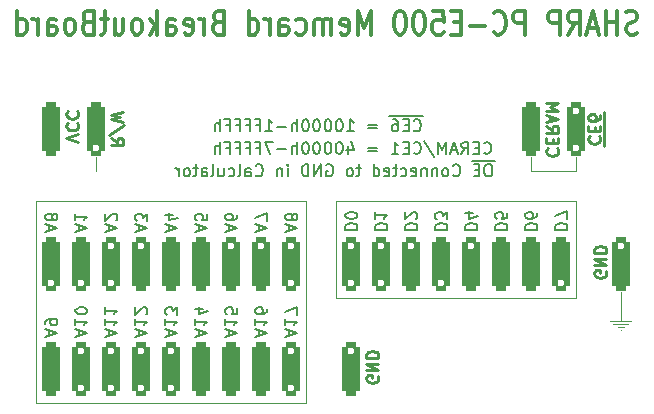
<source format=gbr>
%TF.GenerationSoftware,KiCad,Pcbnew,(5.99.0-11763-gc80efb0f98)*%
%TF.CreationDate,2021-08-26T10:07:41+03:00*%
%TF.ProjectId,E500_MCBB,45353030-5f4d-4434-9242-2e6b69636164,rev?*%
%TF.SameCoordinates,Original*%
%TF.FileFunction,Legend,Bot*%
%TF.FilePolarity,Positive*%
%FSLAX46Y46*%
G04 Gerber Fmt 4.6, Leading zero omitted, Abs format (unit mm)*
G04 Created by KiCad (PCBNEW (5.99.0-11763-gc80efb0f98)) date 2021-08-26 10:07:41*
%MOMM*%
%LPD*%
G01*
G04 APERTURE LIST*
G04 Aperture macros list*
%AMRoundRect*
0 Rectangle with rounded corners*
0 $1 Rounding radius*
0 $2 $3 $4 $5 $6 $7 $8 $9 X,Y pos of 4 corners*
0 Add a 4 corners polygon primitive as box body*
4,1,4,$2,$3,$4,$5,$6,$7,$8,$9,$2,$3,0*
0 Add four circle primitives for the rounded corners*
1,1,$1+$1,$2,$3*
1,1,$1+$1,$4,$5*
1,1,$1+$1,$6,$7*
1,1,$1+$1,$8,$9*
0 Add four rect primitives between the rounded corners*
20,1,$1+$1,$2,$3,$4,$5,0*
20,1,$1+$1,$4,$5,$6,$7,0*
20,1,$1+$1,$6,$7,$8,$9,0*
20,1,$1+$1,$8,$9,$2,$3,0*%
G04 Aperture macros list end*
%ADD10C,0.120000*%
%ADD11C,0.150000*%
%ADD12C,0.250000*%
%ADD13C,0.220000*%
%ADD14C,0.300000*%
%ADD15C,0.010000*%
%ADD16C,0.600000*%
%ADD17RoundRect,0.400000X-0.400000X-1.850000X0.400000X-1.850000X0.400000X1.850000X-0.400000X1.850000X0*%
G04 APERTURE END LIST*
D10*
X177910000Y-107205000D02*
X177910000Y-98950000D01*
X132190000Y-98950000D02*
X155050000Y-98950000D01*
X180831000Y-109110000D02*
X182609000Y-109110000D01*
X132190000Y-116095000D02*
X132190000Y-98950000D01*
X181720000Y-109110000D02*
X180831000Y-109110000D01*
X177910000Y-96410000D02*
X177910000Y-95267000D01*
X181720000Y-109618000D02*
X181466000Y-109618000D01*
X174100000Y-96410000D02*
X177910000Y-96410000D01*
X137270000Y-95267000D02*
X137270000Y-96410000D01*
X181720000Y-109364000D02*
X182355000Y-109364000D01*
X155050000Y-98950000D02*
X155050000Y-116095000D01*
X181720000Y-109364000D02*
X181085000Y-109364000D01*
X177910000Y-98950000D02*
X157590000Y-98950000D01*
X181720000Y-109618000D02*
X181974000Y-109618000D01*
X181720000Y-106697000D02*
X181720000Y-109110000D01*
X174100000Y-95267000D02*
X174100000Y-96410000D01*
X181720000Y-109872000D02*
X181720000Y-109872000D01*
X157590000Y-98950000D02*
X157590000Y-107205000D01*
X155050000Y-116095000D02*
X132190000Y-116095000D01*
X157590000Y-107205000D02*
X177910000Y-107205000D01*
D11*
X135833333Y-110346023D02*
X135833333Y-109869833D01*
X135547619Y-110441261D02*
X136547619Y-110107928D01*
X135547619Y-109774595D01*
X135547619Y-108917452D02*
X135547619Y-109488880D01*
X135547619Y-109203166D02*
X136547619Y-109203166D01*
X136404761Y-109298404D01*
X136309523Y-109393642D01*
X136261904Y-109488880D01*
X136547619Y-108298404D02*
X136547619Y-108203166D01*
X136500000Y-108107928D01*
X136452380Y-108060309D01*
X136357142Y-108012690D01*
X136166666Y-107965071D01*
X135928571Y-107965071D01*
X135738095Y-108012690D01*
X135642857Y-108060309D01*
X135595238Y-108107928D01*
X135547619Y-108203166D01*
X135547619Y-108298404D01*
X135595238Y-108393642D01*
X135642857Y-108441261D01*
X135738095Y-108488880D01*
X135928571Y-108536500D01*
X136166666Y-108536500D01*
X136357142Y-108488880D01*
X136452380Y-108441261D01*
X136500000Y-108393642D01*
X136547619Y-108298404D01*
X138373333Y-110346023D02*
X138373333Y-109869833D01*
X138087619Y-110441261D02*
X139087619Y-110107928D01*
X138087619Y-109774595D01*
X138087619Y-108917452D02*
X138087619Y-109488880D01*
X138087619Y-109203166D02*
X139087619Y-109203166D01*
X138944761Y-109298404D01*
X138849523Y-109393642D01*
X138801904Y-109488880D01*
X138087619Y-107965071D02*
X138087619Y-108536500D01*
X138087619Y-108250785D02*
X139087619Y-108250785D01*
X138944761Y-108346023D01*
X138849523Y-108441261D01*
X138801904Y-108536500D01*
X140913333Y-110346023D02*
X140913333Y-109869833D01*
X140627619Y-110441261D02*
X141627619Y-110107928D01*
X140627619Y-109774595D01*
X140627619Y-108917452D02*
X140627619Y-109488880D01*
X140627619Y-109203166D02*
X141627619Y-109203166D01*
X141484761Y-109298404D01*
X141389523Y-109393642D01*
X141341904Y-109488880D01*
X141532380Y-108536500D02*
X141580000Y-108488880D01*
X141627619Y-108393642D01*
X141627619Y-108155547D01*
X141580000Y-108060309D01*
X141532380Y-108012690D01*
X141437142Y-107965071D01*
X141341904Y-107965071D01*
X141199047Y-108012690D01*
X140627619Y-108584119D01*
X140627619Y-107965071D01*
X143453333Y-110346023D02*
X143453333Y-109869833D01*
X143167619Y-110441261D02*
X144167619Y-110107928D01*
X143167619Y-109774595D01*
X143167619Y-108917452D02*
X143167619Y-109488880D01*
X143167619Y-109203166D02*
X144167619Y-109203166D01*
X144024761Y-109298404D01*
X143929523Y-109393642D01*
X143881904Y-109488880D01*
X144167619Y-108584119D02*
X144167619Y-107965071D01*
X143786666Y-108298404D01*
X143786666Y-108155547D01*
X143739047Y-108060309D01*
X143691428Y-108012690D01*
X143596190Y-107965071D01*
X143358095Y-107965071D01*
X143262857Y-108012690D01*
X143215238Y-108060309D01*
X143167619Y-108155547D01*
X143167619Y-108441261D01*
X143215238Y-108536500D01*
X143262857Y-108584119D01*
X145993333Y-110346023D02*
X145993333Y-109869833D01*
X145707619Y-110441261D02*
X146707619Y-110107928D01*
X145707619Y-109774595D01*
X145707619Y-108917452D02*
X145707619Y-109488880D01*
X145707619Y-109203166D02*
X146707619Y-109203166D01*
X146564761Y-109298404D01*
X146469523Y-109393642D01*
X146421904Y-109488880D01*
X146374285Y-108060309D02*
X145707619Y-108060309D01*
X146755238Y-108298404D02*
X146040952Y-108536500D01*
X146040952Y-107917452D01*
X148533333Y-110346023D02*
X148533333Y-109869833D01*
X148247619Y-110441261D02*
X149247619Y-110107928D01*
X148247619Y-109774595D01*
X148247619Y-108917452D02*
X148247619Y-109488880D01*
X148247619Y-109203166D02*
X149247619Y-109203166D01*
X149104761Y-109298404D01*
X149009523Y-109393642D01*
X148961904Y-109488880D01*
X149247619Y-108012690D02*
X149247619Y-108488880D01*
X148771428Y-108536500D01*
X148819047Y-108488880D01*
X148866666Y-108393642D01*
X148866666Y-108155547D01*
X148819047Y-108060309D01*
X148771428Y-108012690D01*
X148676190Y-107965071D01*
X148438095Y-107965071D01*
X148342857Y-108012690D01*
X148295238Y-108060309D01*
X148247619Y-108155547D01*
X148247619Y-108393642D01*
X148295238Y-108488880D01*
X148342857Y-108536500D01*
X151073333Y-110346023D02*
X151073333Y-109869833D01*
X150787619Y-110441261D02*
X151787619Y-110107928D01*
X150787619Y-109774595D01*
X150787619Y-108917452D02*
X150787619Y-109488880D01*
X150787619Y-109203166D02*
X151787619Y-109203166D01*
X151644761Y-109298404D01*
X151549523Y-109393642D01*
X151501904Y-109488880D01*
X151787619Y-108060309D02*
X151787619Y-108250785D01*
X151740000Y-108346023D01*
X151692380Y-108393642D01*
X151549523Y-108488880D01*
X151359047Y-108536500D01*
X150978095Y-108536500D01*
X150882857Y-108488880D01*
X150835238Y-108441261D01*
X150787619Y-108346023D01*
X150787619Y-108155547D01*
X150835238Y-108060309D01*
X150882857Y-108012690D01*
X150978095Y-107965071D01*
X151216190Y-107965071D01*
X151311428Y-108012690D01*
X151359047Y-108060309D01*
X151406666Y-108155547D01*
X151406666Y-108346023D01*
X151359047Y-108441261D01*
X151311428Y-108488880D01*
X151216190Y-108536500D01*
X153613333Y-110346023D02*
X153613333Y-109869833D01*
X153327619Y-110441261D02*
X154327619Y-110107928D01*
X153327619Y-109774595D01*
X153327619Y-108917452D02*
X153327619Y-109488880D01*
X153327619Y-109203166D02*
X154327619Y-109203166D01*
X154184761Y-109298404D01*
X154089523Y-109393642D01*
X154041904Y-109488880D01*
X154327619Y-108584119D02*
X154327619Y-107917452D01*
X153327619Y-108346023D01*
X153613333Y-101456023D02*
X153613333Y-100979833D01*
X153327619Y-101551261D02*
X154327619Y-101217928D01*
X153327619Y-100884595D01*
X153899047Y-100408404D02*
X153946666Y-100503642D01*
X153994285Y-100551261D01*
X154089523Y-100598880D01*
X154137142Y-100598880D01*
X154232380Y-100551261D01*
X154280000Y-100503642D01*
X154327619Y-100408404D01*
X154327619Y-100217928D01*
X154280000Y-100122690D01*
X154232380Y-100075071D01*
X154137142Y-100027452D01*
X154089523Y-100027452D01*
X153994285Y-100075071D01*
X153946666Y-100122690D01*
X153899047Y-100217928D01*
X153899047Y-100408404D01*
X153851428Y-100503642D01*
X153803809Y-100551261D01*
X153708571Y-100598880D01*
X153518095Y-100598880D01*
X153422857Y-100551261D01*
X153375238Y-100503642D01*
X153327619Y-100408404D01*
X153327619Y-100217928D01*
X153375238Y-100122690D01*
X153422857Y-100075071D01*
X153518095Y-100027452D01*
X153708571Y-100027452D01*
X153803809Y-100075071D01*
X153851428Y-100122690D01*
X153899047Y-100217928D01*
X151073333Y-101456023D02*
X151073333Y-100979833D01*
X150787619Y-101551261D02*
X151787619Y-101217928D01*
X150787619Y-100884595D01*
X151787619Y-100646500D02*
X151787619Y-99979833D01*
X150787619Y-100408404D01*
X148533333Y-101456023D02*
X148533333Y-100979833D01*
X148247619Y-101551261D02*
X149247619Y-101217928D01*
X148247619Y-100884595D01*
X149247619Y-100122690D02*
X149247619Y-100313166D01*
X149200000Y-100408404D01*
X149152380Y-100456023D01*
X149009523Y-100551261D01*
X148819047Y-100598880D01*
X148438095Y-100598880D01*
X148342857Y-100551261D01*
X148295238Y-100503642D01*
X148247619Y-100408404D01*
X148247619Y-100217928D01*
X148295238Y-100122690D01*
X148342857Y-100075071D01*
X148438095Y-100027452D01*
X148676190Y-100027452D01*
X148771428Y-100075071D01*
X148819047Y-100122690D01*
X148866666Y-100217928D01*
X148866666Y-100408404D01*
X148819047Y-100503642D01*
X148771428Y-100551261D01*
X148676190Y-100598880D01*
X145993333Y-101456023D02*
X145993333Y-100979833D01*
X145707619Y-101551261D02*
X146707619Y-101217928D01*
X145707619Y-100884595D01*
X146707619Y-100075071D02*
X146707619Y-100551261D01*
X146231428Y-100598880D01*
X146279047Y-100551261D01*
X146326666Y-100456023D01*
X146326666Y-100217928D01*
X146279047Y-100122690D01*
X146231428Y-100075071D01*
X146136190Y-100027452D01*
X145898095Y-100027452D01*
X145802857Y-100075071D01*
X145755238Y-100122690D01*
X145707619Y-100217928D01*
X145707619Y-100456023D01*
X145755238Y-100551261D01*
X145802857Y-100598880D01*
X143453333Y-101456023D02*
X143453333Y-100979833D01*
X143167619Y-101551261D02*
X144167619Y-101217928D01*
X143167619Y-100884595D01*
X143834285Y-100122690D02*
X143167619Y-100122690D01*
X144215238Y-100360785D02*
X143500952Y-100598880D01*
X143500952Y-99979833D01*
X140913333Y-101456023D02*
X140913333Y-100979833D01*
X140627619Y-101551261D02*
X141627619Y-101217928D01*
X140627619Y-100884595D01*
X141627619Y-100646500D02*
X141627619Y-100027452D01*
X141246666Y-100360785D01*
X141246666Y-100217928D01*
X141199047Y-100122690D01*
X141151428Y-100075071D01*
X141056190Y-100027452D01*
X140818095Y-100027452D01*
X140722857Y-100075071D01*
X140675238Y-100122690D01*
X140627619Y-100217928D01*
X140627619Y-100503642D01*
X140675238Y-100598880D01*
X140722857Y-100646500D01*
X138373333Y-101456023D02*
X138373333Y-100979833D01*
X138087619Y-101551261D02*
X139087619Y-101217928D01*
X138087619Y-100884595D01*
X138992380Y-100598880D02*
X139040000Y-100551261D01*
X139087619Y-100456023D01*
X139087619Y-100217928D01*
X139040000Y-100122690D01*
X138992380Y-100075071D01*
X138897142Y-100027452D01*
X138801904Y-100027452D01*
X138659047Y-100075071D01*
X138087619Y-100646500D01*
X138087619Y-100027452D01*
X135833333Y-101456023D02*
X135833333Y-100979833D01*
X135547619Y-101551261D02*
X136547619Y-101217928D01*
X135547619Y-100884595D01*
X135547619Y-100027452D02*
X135547619Y-100598880D01*
X135547619Y-100313166D02*
X136547619Y-100313166D01*
X136404761Y-100408404D01*
X136309523Y-100503642D01*
X136261904Y-100598880D01*
X133293333Y-101456023D02*
X133293333Y-100979833D01*
X133007619Y-101551261D02*
X134007619Y-101217928D01*
X133007619Y-100884595D01*
X133579047Y-100408404D02*
X133626666Y-100503642D01*
X133674285Y-100551261D01*
X133769523Y-100598880D01*
X133817142Y-100598880D01*
X133912380Y-100551261D01*
X133960000Y-100503642D01*
X134007619Y-100408404D01*
X134007619Y-100217928D01*
X133960000Y-100122690D01*
X133912380Y-100075071D01*
X133817142Y-100027452D01*
X133769523Y-100027452D01*
X133674285Y-100075071D01*
X133626666Y-100122690D01*
X133579047Y-100217928D01*
X133579047Y-100408404D01*
X133531428Y-100503642D01*
X133483809Y-100551261D01*
X133388571Y-100598880D01*
X133198095Y-100598880D01*
X133102857Y-100551261D01*
X133055238Y-100503642D01*
X133007619Y-100408404D01*
X133007619Y-100217928D01*
X133055238Y-100122690D01*
X133102857Y-100075071D01*
X133198095Y-100027452D01*
X133388571Y-100027452D01*
X133483809Y-100075071D01*
X133531428Y-100122690D01*
X133579047Y-100217928D01*
X158407619Y-101408404D02*
X159407619Y-101408404D01*
X159407619Y-101170309D01*
X159360000Y-101027452D01*
X159264761Y-100932214D01*
X159169523Y-100884595D01*
X158979047Y-100836976D01*
X158836190Y-100836976D01*
X158645714Y-100884595D01*
X158550476Y-100932214D01*
X158455238Y-101027452D01*
X158407619Y-101170309D01*
X158407619Y-101408404D01*
X159407619Y-100217928D02*
X159407619Y-100122690D01*
X159360000Y-100027452D01*
X159312380Y-99979833D01*
X159217142Y-99932214D01*
X159026666Y-99884595D01*
X158788571Y-99884595D01*
X158598095Y-99932214D01*
X158502857Y-99979833D01*
X158455238Y-100027452D01*
X158407619Y-100122690D01*
X158407619Y-100217928D01*
X158455238Y-100313166D01*
X158502857Y-100360785D01*
X158598095Y-100408404D01*
X158788571Y-100456023D01*
X159026666Y-100456023D01*
X159217142Y-100408404D01*
X159312380Y-100360785D01*
X159360000Y-100313166D01*
X159407619Y-100217928D01*
X160947619Y-101408404D02*
X161947619Y-101408404D01*
X161947619Y-101170309D01*
X161900000Y-101027452D01*
X161804761Y-100932214D01*
X161709523Y-100884595D01*
X161519047Y-100836976D01*
X161376190Y-100836976D01*
X161185714Y-100884595D01*
X161090476Y-100932214D01*
X160995238Y-101027452D01*
X160947619Y-101170309D01*
X160947619Y-101408404D01*
X160947619Y-99884595D02*
X160947619Y-100456023D01*
X160947619Y-100170309D02*
X161947619Y-100170309D01*
X161804761Y-100265547D01*
X161709523Y-100360785D01*
X161661904Y-100456023D01*
X163487619Y-101408404D02*
X164487619Y-101408404D01*
X164487619Y-101170309D01*
X164440000Y-101027452D01*
X164344761Y-100932214D01*
X164249523Y-100884595D01*
X164059047Y-100836976D01*
X163916190Y-100836976D01*
X163725714Y-100884595D01*
X163630476Y-100932214D01*
X163535238Y-101027452D01*
X163487619Y-101170309D01*
X163487619Y-101408404D01*
X164392380Y-100456023D02*
X164440000Y-100408404D01*
X164487619Y-100313166D01*
X164487619Y-100075071D01*
X164440000Y-99979833D01*
X164392380Y-99932214D01*
X164297142Y-99884595D01*
X164201904Y-99884595D01*
X164059047Y-99932214D01*
X163487619Y-100503642D01*
X163487619Y-99884595D01*
X166027619Y-101408404D02*
X167027619Y-101408404D01*
X167027619Y-101170309D01*
X166980000Y-101027452D01*
X166884761Y-100932214D01*
X166789523Y-100884595D01*
X166599047Y-100836976D01*
X166456190Y-100836976D01*
X166265714Y-100884595D01*
X166170476Y-100932214D01*
X166075238Y-101027452D01*
X166027619Y-101170309D01*
X166027619Y-101408404D01*
X167027619Y-100503642D02*
X167027619Y-99884595D01*
X166646666Y-100217928D01*
X166646666Y-100075071D01*
X166599047Y-99979833D01*
X166551428Y-99932214D01*
X166456190Y-99884595D01*
X166218095Y-99884595D01*
X166122857Y-99932214D01*
X166075238Y-99979833D01*
X166027619Y-100075071D01*
X166027619Y-100360785D01*
X166075238Y-100456023D01*
X166122857Y-100503642D01*
X168567619Y-101408404D02*
X169567619Y-101408404D01*
X169567619Y-101170309D01*
X169520000Y-101027452D01*
X169424761Y-100932214D01*
X169329523Y-100884595D01*
X169139047Y-100836976D01*
X168996190Y-100836976D01*
X168805714Y-100884595D01*
X168710476Y-100932214D01*
X168615238Y-101027452D01*
X168567619Y-101170309D01*
X168567619Y-101408404D01*
X169234285Y-99979833D02*
X168567619Y-99979833D01*
X169615238Y-100217928D02*
X168900952Y-100456023D01*
X168900952Y-99836976D01*
X171107619Y-101408404D02*
X172107619Y-101408404D01*
X172107619Y-101170309D01*
X172060000Y-101027452D01*
X171964761Y-100932214D01*
X171869523Y-100884595D01*
X171679047Y-100836976D01*
X171536190Y-100836976D01*
X171345714Y-100884595D01*
X171250476Y-100932214D01*
X171155238Y-101027452D01*
X171107619Y-101170309D01*
X171107619Y-101408404D01*
X172107619Y-99932214D02*
X172107619Y-100408404D01*
X171631428Y-100456023D01*
X171679047Y-100408404D01*
X171726666Y-100313166D01*
X171726666Y-100075071D01*
X171679047Y-99979833D01*
X171631428Y-99932214D01*
X171536190Y-99884595D01*
X171298095Y-99884595D01*
X171202857Y-99932214D01*
X171155238Y-99979833D01*
X171107619Y-100075071D01*
X171107619Y-100313166D01*
X171155238Y-100408404D01*
X171202857Y-100456023D01*
X173647619Y-101408404D02*
X174647619Y-101408404D01*
X174647619Y-101170309D01*
X174600000Y-101027452D01*
X174504761Y-100932214D01*
X174409523Y-100884595D01*
X174219047Y-100836976D01*
X174076190Y-100836976D01*
X173885714Y-100884595D01*
X173790476Y-100932214D01*
X173695238Y-101027452D01*
X173647619Y-101170309D01*
X173647619Y-101408404D01*
X174647619Y-99979833D02*
X174647619Y-100170309D01*
X174600000Y-100265547D01*
X174552380Y-100313166D01*
X174409523Y-100408404D01*
X174219047Y-100456023D01*
X173838095Y-100456023D01*
X173742857Y-100408404D01*
X173695238Y-100360785D01*
X173647619Y-100265547D01*
X173647619Y-100075071D01*
X173695238Y-99979833D01*
X173742857Y-99932214D01*
X173838095Y-99884595D01*
X174076190Y-99884595D01*
X174171428Y-99932214D01*
X174219047Y-99979833D01*
X174266666Y-100075071D01*
X174266666Y-100265547D01*
X174219047Y-100360785D01*
X174171428Y-100408404D01*
X174076190Y-100456023D01*
X176187619Y-101408404D02*
X177187619Y-101408404D01*
X177187619Y-101170309D01*
X177140000Y-101027452D01*
X177044761Y-100932214D01*
X176949523Y-100884595D01*
X176759047Y-100836976D01*
X176616190Y-100836976D01*
X176425714Y-100884595D01*
X176330476Y-100932214D01*
X176235238Y-101027452D01*
X176187619Y-101170309D01*
X176187619Y-101408404D01*
X177187619Y-100503642D02*
X177187619Y-99836976D01*
X176187619Y-100265547D01*
D12*
X180442000Y-104883595D02*
X180489619Y-104978833D01*
X180489619Y-105121690D01*
X180442000Y-105264547D01*
X180346761Y-105359785D01*
X180251523Y-105407404D01*
X180061047Y-105455023D01*
X179918190Y-105455023D01*
X179727714Y-105407404D01*
X179632476Y-105359785D01*
X179537238Y-105264547D01*
X179489619Y-105121690D01*
X179489619Y-105026452D01*
X179537238Y-104883595D01*
X179584857Y-104835976D01*
X179918190Y-104835976D01*
X179918190Y-105026452D01*
X179489619Y-104407404D02*
X180489619Y-104407404D01*
X179489619Y-103835976D01*
X180489619Y-103835976D01*
X179489619Y-103359785D02*
X180489619Y-103359785D01*
X180489619Y-103121690D01*
X180442000Y-102978833D01*
X180346761Y-102883595D01*
X180251523Y-102835976D01*
X180061047Y-102788357D01*
X179918190Y-102788357D01*
X179727714Y-102835976D01*
X179632476Y-102883595D01*
X179537238Y-102978833D01*
X179489619Y-103121690D01*
X179489619Y-103359785D01*
D13*
X180264000Y-94282571D02*
X180264000Y-93282571D01*
X179076857Y-93473047D02*
X179029238Y-93520666D01*
X178981619Y-93663523D01*
X178981619Y-93758761D01*
X179029238Y-93901619D01*
X179124476Y-93996857D01*
X179219714Y-94044476D01*
X179410190Y-94092095D01*
X179553047Y-94092095D01*
X179743523Y-94044476D01*
X179838761Y-93996857D01*
X179934000Y-93901619D01*
X179981619Y-93758761D01*
X179981619Y-93663523D01*
X179934000Y-93520666D01*
X179886380Y-93473047D01*
X180264000Y-93282571D02*
X180264000Y-92377809D01*
X179505428Y-93044476D02*
X179505428Y-92711142D01*
X178981619Y-92568285D02*
X178981619Y-93044476D01*
X179981619Y-93044476D01*
X179981619Y-92568285D01*
X180264000Y-92377809D02*
X180264000Y-91425428D01*
X179981619Y-91711142D02*
X179981619Y-91901619D01*
X179934000Y-91996857D01*
X179886380Y-92044476D01*
X179743523Y-92139714D01*
X179553047Y-92187333D01*
X179172095Y-92187333D01*
X179076857Y-92139714D01*
X179029238Y-92092095D01*
X178981619Y-91996857D01*
X178981619Y-91806380D01*
X179029238Y-91711142D01*
X179076857Y-91663523D01*
X179172095Y-91615904D01*
X179410190Y-91615904D01*
X179505428Y-91663523D01*
X179553047Y-91711142D01*
X179600666Y-91806380D01*
X179600666Y-91996857D01*
X179553047Y-92092095D01*
X179505428Y-92139714D01*
X179410190Y-92187333D01*
D12*
X175520857Y-94496857D02*
X175473238Y-94544476D01*
X175425619Y-94687333D01*
X175425619Y-94782571D01*
X175473238Y-94925428D01*
X175568476Y-95020666D01*
X175663714Y-95068285D01*
X175854190Y-95115904D01*
X175997047Y-95115904D01*
X176187523Y-95068285D01*
X176282761Y-95020666D01*
X176378000Y-94925428D01*
X176425619Y-94782571D01*
X176425619Y-94687333D01*
X176378000Y-94544476D01*
X176330380Y-94496857D01*
X175949428Y-94068285D02*
X175949428Y-93734952D01*
X175425619Y-93592095D02*
X175425619Y-94068285D01*
X176425619Y-94068285D01*
X176425619Y-93592095D01*
X175425619Y-92592095D02*
X175901809Y-92925428D01*
X175425619Y-93163523D02*
X176425619Y-93163523D01*
X176425619Y-92782571D01*
X176378000Y-92687333D01*
X176330380Y-92639714D01*
X176235142Y-92592095D01*
X176092285Y-92592095D01*
X175997047Y-92639714D01*
X175949428Y-92687333D01*
X175901809Y-92782571D01*
X175901809Y-93163523D01*
X175711333Y-92211142D02*
X175711333Y-91734952D01*
X175425619Y-92306380D02*
X176425619Y-91973047D01*
X175425619Y-91639714D01*
X175425619Y-91306380D02*
X176425619Y-91306380D01*
X175711333Y-90973047D01*
X176425619Y-90639714D01*
X175425619Y-90639714D01*
X138595619Y-93639714D02*
X139071809Y-93973047D01*
X138595619Y-94211142D02*
X139595619Y-94211142D01*
X139595619Y-93830190D01*
X139548000Y-93734952D01*
X139500380Y-93687333D01*
X139405142Y-93639714D01*
X139262285Y-93639714D01*
X139167047Y-93687333D01*
X139119428Y-93734952D01*
X139071809Y-93830190D01*
X139071809Y-94211142D01*
X139643238Y-92496857D02*
X138357523Y-93354000D01*
X139595619Y-92258761D02*
X138595619Y-92020666D01*
X139309904Y-91830190D01*
X138595619Y-91639714D01*
X139595619Y-91401619D01*
X135785619Y-93933333D02*
X134785619Y-93600000D01*
X135785619Y-93266666D01*
X134880857Y-92361904D02*
X134833238Y-92409523D01*
X134785619Y-92552380D01*
X134785619Y-92647619D01*
X134833238Y-92790476D01*
X134928476Y-92885714D01*
X135023714Y-92933333D01*
X135214190Y-92980952D01*
X135357047Y-92980952D01*
X135547523Y-92933333D01*
X135642761Y-92885714D01*
X135738000Y-92790476D01*
X135785619Y-92647619D01*
X135785619Y-92552380D01*
X135738000Y-92409523D01*
X135690380Y-92361904D01*
X134880857Y-91361904D02*
X134833238Y-91409523D01*
X134785619Y-91552380D01*
X134785619Y-91647619D01*
X134833238Y-91790476D01*
X134928476Y-91885714D01*
X135023714Y-91933333D01*
X135214190Y-91980952D01*
X135357047Y-91980952D01*
X135547523Y-91933333D01*
X135642761Y-91885714D01*
X135738000Y-91790476D01*
X135785619Y-91647619D01*
X135785619Y-91552380D01*
X135738000Y-91409523D01*
X135690380Y-91361904D01*
X161138000Y-113773595D02*
X161185619Y-113868833D01*
X161185619Y-114011690D01*
X161138000Y-114154547D01*
X161042761Y-114249785D01*
X160947523Y-114297404D01*
X160757047Y-114345023D01*
X160614190Y-114345023D01*
X160423714Y-114297404D01*
X160328476Y-114249785D01*
X160233238Y-114154547D01*
X160185619Y-114011690D01*
X160185619Y-113916452D01*
X160233238Y-113773595D01*
X160280857Y-113725976D01*
X160614190Y-113725976D01*
X160614190Y-113916452D01*
X160185619Y-113297404D02*
X161185619Y-113297404D01*
X160185619Y-112725976D01*
X161185619Y-112725976D01*
X160185619Y-112249785D02*
X161185619Y-112249785D01*
X161185619Y-112011690D01*
X161138000Y-111868833D01*
X161042761Y-111773595D01*
X160947523Y-111725976D01*
X160757047Y-111678357D01*
X160614190Y-111678357D01*
X160423714Y-111725976D01*
X160328476Y-111773595D01*
X160233238Y-111868833D01*
X160185619Y-112011690D01*
X160185619Y-112249785D01*
D11*
X161064404Y-94433571D02*
X160302500Y-94433571D01*
X160302500Y-94719285D02*
X161064404Y-94719285D01*
X158635833Y-94290714D02*
X158635833Y-94957380D01*
X158873928Y-93909761D02*
X159112023Y-94624047D01*
X158492976Y-94624047D01*
X157921547Y-93957380D02*
X157826309Y-93957380D01*
X157731071Y-94005000D01*
X157683452Y-94052619D01*
X157635833Y-94147857D01*
X157588214Y-94338333D01*
X157588214Y-94576428D01*
X157635833Y-94766904D01*
X157683452Y-94862142D01*
X157731071Y-94909761D01*
X157826309Y-94957380D01*
X157921547Y-94957380D01*
X158016785Y-94909761D01*
X158064404Y-94862142D01*
X158112023Y-94766904D01*
X158159642Y-94576428D01*
X158159642Y-94338333D01*
X158112023Y-94147857D01*
X158064404Y-94052619D01*
X158016785Y-94005000D01*
X157921547Y-93957380D01*
X156969166Y-93957380D02*
X156873928Y-93957380D01*
X156778690Y-94005000D01*
X156731071Y-94052619D01*
X156683452Y-94147857D01*
X156635833Y-94338333D01*
X156635833Y-94576428D01*
X156683452Y-94766904D01*
X156731071Y-94862142D01*
X156778690Y-94909761D01*
X156873928Y-94957380D01*
X156969166Y-94957380D01*
X157064404Y-94909761D01*
X157112023Y-94862142D01*
X157159642Y-94766904D01*
X157207261Y-94576428D01*
X157207261Y-94338333D01*
X157159642Y-94147857D01*
X157112023Y-94052619D01*
X157064404Y-94005000D01*
X156969166Y-93957380D01*
X156016785Y-93957380D02*
X155921547Y-93957380D01*
X155826309Y-94005000D01*
X155778690Y-94052619D01*
X155731071Y-94147857D01*
X155683452Y-94338333D01*
X155683452Y-94576428D01*
X155731071Y-94766904D01*
X155778690Y-94862142D01*
X155826309Y-94909761D01*
X155921547Y-94957380D01*
X156016785Y-94957380D01*
X156112023Y-94909761D01*
X156159642Y-94862142D01*
X156207261Y-94766904D01*
X156254880Y-94576428D01*
X156254880Y-94338333D01*
X156207261Y-94147857D01*
X156159642Y-94052619D01*
X156112023Y-94005000D01*
X156016785Y-93957380D01*
X155064404Y-93957380D02*
X154969166Y-93957380D01*
X154873928Y-94005000D01*
X154826309Y-94052619D01*
X154778690Y-94147857D01*
X154731071Y-94338333D01*
X154731071Y-94576428D01*
X154778690Y-94766904D01*
X154826309Y-94862142D01*
X154873928Y-94909761D01*
X154969166Y-94957380D01*
X155064404Y-94957380D01*
X155159642Y-94909761D01*
X155207261Y-94862142D01*
X155254880Y-94766904D01*
X155302500Y-94576428D01*
X155302500Y-94338333D01*
X155254880Y-94147857D01*
X155207261Y-94052619D01*
X155159642Y-94005000D01*
X155064404Y-93957380D01*
X154302500Y-94957380D02*
X154302500Y-93957380D01*
X153873928Y-94957380D02*
X153873928Y-94433571D01*
X153921547Y-94338333D01*
X154016785Y-94290714D01*
X154159642Y-94290714D01*
X154254880Y-94338333D01*
X154302500Y-94385952D01*
X153397738Y-94576428D02*
X152635833Y-94576428D01*
X152254880Y-93957380D02*
X151588214Y-93957380D01*
X152016785Y-94957380D01*
X150873928Y-94433571D02*
X151207261Y-94433571D01*
X151207261Y-94957380D02*
X151207261Y-93957380D01*
X150731071Y-93957380D01*
X150016785Y-94433571D02*
X150350119Y-94433571D01*
X150350119Y-94957380D02*
X150350119Y-93957380D01*
X149873928Y-93957380D01*
X149159642Y-94433571D02*
X149492976Y-94433571D01*
X149492976Y-94957380D02*
X149492976Y-93957380D01*
X149016785Y-93957380D01*
X148302500Y-94433571D02*
X148635833Y-94433571D01*
X148635833Y-94957380D02*
X148635833Y-93957380D01*
X148159642Y-93957380D01*
X147778690Y-94957380D02*
X147778690Y-93957380D01*
X147350119Y-94957380D02*
X147350119Y-94433571D01*
X147397738Y-94338333D01*
X147492976Y-94290714D01*
X147635833Y-94290714D01*
X147731071Y-94338333D01*
X147778690Y-94385952D01*
X161064404Y-92528571D02*
X160302500Y-92528571D01*
X160302500Y-92814285D02*
X161064404Y-92814285D01*
X158540595Y-93052380D02*
X159112023Y-93052380D01*
X158826309Y-93052380D02*
X158826309Y-92052380D01*
X158921547Y-92195238D01*
X159016785Y-92290476D01*
X159112023Y-92338095D01*
X157921547Y-92052380D02*
X157826309Y-92052380D01*
X157731071Y-92100000D01*
X157683452Y-92147619D01*
X157635833Y-92242857D01*
X157588214Y-92433333D01*
X157588214Y-92671428D01*
X157635833Y-92861904D01*
X157683452Y-92957142D01*
X157731071Y-93004761D01*
X157826309Y-93052380D01*
X157921547Y-93052380D01*
X158016785Y-93004761D01*
X158064404Y-92957142D01*
X158112023Y-92861904D01*
X158159642Y-92671428D01*
X158159642Y-92433333D01*
X158112023Y-92242857D01*
X158064404Y-92147619D01*
X158016785Y-92100000D01*
X157921547Y-92052380D01*
X156969166Y-92052380D02*
X156873928Y-92052380D01*
X156778690Y-92100000D01*
X156731071Y-92147619D01*
X156683452Y-92242857D01*
X156635833Y-92433333D01*
X156635833Y-92671428D01*
X156683452Y-92861904D01*
X156731071Y-92957142D01*
X156778690Y-93004761D01*
X156873928Y-93052380D01*
X156969166Y-93052380D01*
X157064404Y-93004761D01*
X157112023Y-92957142D01*
X157159642Y-92861904D01*
X157207261Y-92671428D01*
X157207261Y-92433333D01*
X157159642Y-92242857D01*
X157112023Y-92147619D01*
X157064404Y-92100000D01*
X156969166Y-92052380D01*
X156016785Y-92052380D02*
X155921547Y-92052380D01*
X155826309Y-92100000D01*
X155778690Y-92147619D01*
X155731071Y-92242857D01*
X155683452Y-92433333D01*
X155683452Y-92671428D01*
X155731071Y-92861904D01*
X155778690Y-92957142D01*
X155826309Y-93004761D01*
X155921547Y-93052380D01*
X156016785Y-93052380D01*
X156112023Y-93004761D01*
X156159642Y-92957142D01*
X156207261Y-92861904D01*
X156254880Y-92671428D01*
X156254880Y-92433333D01*
X156207261Y-92242857D01*
X156159642Y-92147619D01*
X156112023Y-92100000D01*
X156016785Y-92052380D01*
X155064404Y-92052380D02*
X154969166Y-92052380D01*
X154873928Y-92100000D01*
X154826309Y-92147619D01*
X154778690Y-92242857D01*
X154731071Y-92433333D01*
X154731071Y-92671428D01*
X154778690Y-92861904D01*
X154826309Y-92957142D01*
X154873928Y-93004761D01*
X154969166Y-93052380D01*
X155064404Y-93052380D01*
X155159642Y-93004761D01*
X155207261Y-92957142D01*
X155254880Y-92861904D01*
X155302500Y-92671428D01*
X155302500Y-92433333D01*
X155254880Y-92242857D01*
X155207261Y-92147619D01*
X155159642Y-92100000D01*
X155064404Y-92052380D01*
X154302500Y-93052380D02*
X154302500Y-92052380D01*
X153873928Y-93052380D02*
X153873928Y-92528571D01*
X153921547Y-92433333D01*
X154016785Y-92385714D01*
X154159642Y-92385714D01*
X154254880Y-92433333D01*
X154302500Y-92480952D01*
X153397738Y-92671428D02*
X152635833Y-92671428D01*
X151635833Y-93052380D02*
X152207261Y-93052380D01*
X151921547Y-93052380D02*
X151921547Y-92052380D01*
X152016785Y-92195238D01*
X152112023Y-92290476D01*
X152207261Y-92338095D01*
X150873928Y-92528571D02*
X151207261Y-92528571D01*
X151207261Y-93052380D02*
X151207261Y-92052380D01*
X150731071Y-92052380D01*
X150016785Y-92528571D02*
X150350119Y-92528571D01*
X150350119Y-93052380D02*
X150350119Y-92052380D01*
X149873928Y-92052380D01*
X149159642Y-92528571D02*
X149492976Y-92528571D01*
X149492976Y-93052380D02*
X149492976Y-92052380D01*
X149016785Y-92052380D01*
X148302500Y-92528571D02*
X148635833Y-92528571D01*
X148635833Y-93052380D02*
X148635833Y-92052380D01*
X148159642Y-92052380D01*
X147778690Y-93052380D02*
X147778690Y-92052380D01*
X147350119Y-93052380D02*
X147350119Y-92528571D01*
X147397738Y-92433333D01*
X147492976Y-92385714D01*
X147635833Y-92385714D01*
X147731071Y-92433333D01*
X147778690Y-92480952D01*
X164985500Y-91770000D02*
X163985500Y-91770000D01*
X164175976Y-92957142D02*
X164223595Y-93004761D01*
X164366452Y-93052380D01*
X164461690Y-93052380D01*
X164604547Y-93004761D01*
X164699785Y-92909523D01*
X164747404Y-92814285D01*
X164795023Y-92623809D01*
X164795023Y-92480952D01*
X164747404Y-92290476D01*
X164699785Y-92195238D01*
X164604547Y-92100000D01*
X164461690Y-92052380D01*
X164366452Y-92052380D01*
X164223595Y-92100000D01*
X164175976Y-92147619D01*
X163985500Y-91770000D02*
X163080738Y-91770000D01*
X163747404Y-92528571D02*
X163414071Y-92528571D01*
X163271214Y-93052380D02*
X163747404Y-93052380D01*
X163747404Y-92052380D01*
X163271214Y-92052380D01*
X163080738Y-91770000D02*
X162128357Y-91770000D01*
X162414071Y-92052380D02*
X162604547Y-92052380D01*
X162699785Y-92100000D01*
X162747404Y-92147619D01*
X162842642Y-92290476D01*
X162890261Y-92480952D01*
X162890261Y-92861904D01*
X162842642Y-92957142D01*
X162795023Y-93004761D01*
X162699785Y-93052380D01*
X162509309Y-93052380D01*
X162414071Y-93004761D01*
X162366452Y-92957142D01*
X162318833Y-92861904D01*
X162318833Y-92623809D01*
X162366452Y-92528571D01*
X162414071Y-92480952D01*
X162509309Y-92433333D01*
X162699785Y-92433333D01*
X162795023Y-92480952D01*
X162842642Y-92528571D01*
X162890261Y-92623809D01*
X170132500Y-94862142D02*
X170180119Y-94909761D01*
X170322976Y-94957380D01*
X170418214Y-94957380D01*
X170561071Y-94909761D01*
X170656309Y-94814523D01*
X170703928Y-94719285D01*
X170751547Y-94528809D01*
X170751547Y-94385952D01*
X170703928Y-94195476D01*
X170656309Y-94100238D01*
X170561071Y-94005000D01*
X170418214Y-93957380D01*
X170322976Y-93957380D01*
X170180119Y-94005000D01*
X170132500Y-94052619D01*
X169703928Y-94433571D02*
X169370595Y-94433571D01*
X169227738Y-94957380D02*
X169703928Y-94957380D01*
X169703928Y-93957380D01*
X169227738Y-93957380D01*
X168227738Y-94957380D02*
X168561071Y-94481190D01*
X168799166Y-94957380D02*
X168799166Y-93957380D01*
X168418214Y-93957380D01*
X168322976Y-94005000D01*
X168275357Y-94052619D01*
X168227738Y-94147857D01*
X168227738Y-94290714D01*
X168275357Y-94385952D01*
X168322976Y-94433571D01*
X168418214Y-94481190D01*
X168799166Y-94481190D01*
X167846785Y-94671666D02*
X167370595Y-94671666D01*
X167942023Y-94957380D02*
X167608690Y-93957380D01*
X167275357Y-94957380D01*
X166942023Y-94957380D02*
X166942023Y-93957380D01*
X166608690Y-94671666D01*
X166275357Y-93957380D01*
X166275357Y-94957380D01*
X165084880Y-93909761D02*
X165942023Y-95195476D01*
X164180119Y-94862142D02*
X164227738Y-94909761D01*
X164370595Y-94957380D01*
X164465833Y-94957380D01*
X164608690Y-94909761D01*
X164703928Y-94814523D01*
X164751547Y-94719285D01*
X164799166Y-94528809D01*
X164799166Y-94385952D01*
X164751547Y-94195476D01*
X164703928Y-94100238D01*
X164608690Y-94005000D01*
X164465833Y-93957380D01*
X164370595Y-93957380D01*
X164227738Y-94005000D01*
X164180119Y-94052619D01*
X163751547Y-94433571D02*
X163418214Y-94433571D01*
X163275357Y-94957380D02*
X163751547Y-94957380D01*
X163751547Y-93957380D01*
X163275357Y-93957380D01*
X162322976Y-94957380D02*
X162894404Y-94957380D01*
X162608690Y-94957380D02*
X162608690Y-93957380D01*
X162703928Y-94100238D01*
X162799166Y-94195476D01*
X162894404Y-94243095D01*
D14*
X183108000Y-84773523D02*
X182868000Y-84868761D01*
X182468000Y-84868761D01*
X182308000Y-84773523D01*
X182228000Y-84678285D01*
X182148000Y-84487809D01*
X182148000Y-84297333D01*
X182228000Y-84106857D01*
X182308000Y-84011619D01*
X182468000Y-83916380D01*
X182788000Y-83821142D01*
X182948000Y-83725904D01*
X183028000Y-83630666D01*
X183108000Y-83440190D01*
X183108000Y-83249714D01*
X183028000Y-83059238D01*
X182948000Y-82964000D01*
X182788000Y-82868761D01*
X182388000Y-82868761D01*
X182148000Y-82964000D01*
X181428000Y-84868761D02*
X181428000Y-82868761D01*
X181428000Y-83821142D02*
X180468000Y-83821142D01*
X180468000Y-84868761D02*
X180468000Y-82868761D01*
X179748000Y-84297333D02*
X178948000Y-84297333D01*
X179908000Y-84868761D02*
X179348000Y-82868761D01*
X178788000Y-84868761D01*
X177268000Y-84868761D02*
X177828000Y-83916380D01*
X178228000Y-84868761D02*
X178228000Y-82868761D01*
X177588000Y-82868761D01*
X177428000Y-82964000D01*
X177348000Y-83059238D01*
X177268000Y-83249714D01*
X177268000Y-83535428D01*
X177348000Y-83725904D01*
X177428000Y-83821142D01*
X177588000Y-83916380D01*
X178228000Y-83916380D01*
X176548000Y-84868761D02*
X176548000Y-82868761D01*
X175908000Y-82868761D01*
X175748000Y-82964000D01*
X175668000Y-83059238D01*
X175588000Y-83249714D01*
X175588000Y-83535428D01*
X175668000Y-83725904D01*
X175748000Y-83821142D01*
X175908000Y-83916380D01*
X176548000Y-83916380D01*
X173588000Y-84868761D02*
X173588000Y-82868761D01*
X172948000Y-82868761D01*
X172788000Y-82964000D01*
X172708000Y-83059238D01*
X172628000Y-83249714D01*
X172628000Y-83535428D01*
X172708000Y-83725904D01*
X172788000Y-83821142D01*
X172948000Y-83916380D01*
X173588000Y-83916380D01*
X170948000Y-84678285D02*
X171028000Y-84773523D01*
X171268000Y-84868761D01*
X171428000Y-84868761D01*
X171668000Y-84773523D01*
X171828000Y-84583047D01*
X171908000Y-84392571D01*
X171988000Y-84011619D01*
X171988000Y-83725904D01*
X171908000Y-83344952D01*
X171828000Y-83154476D01*
X171668000Y-82964000D01*
X171428000Y-82868761D01*
X171268000Y-82868761D01*
X171028000Y-82964000D01*
X170948000Y-83059238D01*
X170228000Y-84106857D02*
X168948000Y-84106857D01*
X168148000Y-83821142D02*
X167588000Y-83821142D01*
X167348000Y-84868761D02*
X168148000Y-84868761D01*
X168148000Y-82868761D01*
X167348000Y-82868761D01*
X165828000Y-82868761D02*
X166628000Y-82868761D01*
X166708000Y-83821142D01*
X166628000Y-83725904D01*
X166468000Y-83630666D01*
X166068000Y-83630666D01*
X165908000Y-83725904D01*
X165828000Y-83821142D01*
X165748000Y-84011619D01*
X165748000Y-84487809D01*
X165828000Y-84678285D01*
X165908000Y-84773523D01*
X166068000Y-84868761D01*
X166468000Y-84868761D01*
X166628000Y-84773523D01*
X166708000Y-84678285D01*
X164708000Y-82868761D02*
X164548000Y-82868761D01*
X164388000Y-82964000D01*
X164308000Y-83059238D01*
X164228000Y-83249714D01*
X164148000Y-83630666D01*
X164148000Y-84106857D01*
X164228000Y-84487809D01*
X164308000Y-84678285D01*
X164388000Y-84773523D01*
X164548000Y-84868761D01*
X164708000Y-84868761D01*
X164868000Y-84773523D01*
X164948000Y-84678285D01*
X165028000Y-84487809D01*
X165108000Y-84106857D01*
X165108000Y-83630666D01*
X165028000Y-83249714D01*
X164948000Y-83059238D01*
X164868000Y-82964000D01*
X164708000Y-82868761D01*
X163108000Y-82868761D02*
X162948000Y-82868761D01*
X162788000Y-82964000D01*
X162708000Y-83059238D01*
X162628000Y-83249714D01*
X162548000Y-83630666D01*
X162548000Y-84106857D01*
X162628000Y-84487809D01*
X162708000Y-84678285D01*
X162788000Y-84773523D01*
X162948000Y-84868761D01*
X163108000Y-84868761D01*
X163268000Y-84773523D01*
X163348000Y-84678285D01*
X163428000Y-84487809D01*
X163508000Y-84106857D01*
X163508000Y-83630666D01*
X163428000Y-83249714D01*
X163348000Y-83059238D01*
X163268000Y-82964000D01*
X163108000Y-82868761D01*
X160548000Y-84868761D02*
X160548000Y-82868761D01*
X159988000Y-84297333D01*
X159428000Y-82868761D01*
X159428000Y-84868761D01*
X157988000Y-84773523D02*
X158148000Y-84868761D01*
X158468000Y-84868761D01*
X158628000Y-84773523D01*
X158708000Y-84583047D01*
X158708000Y-83821142D01*
X158628000Y-83630666D01*
X158468000Y-83535428D01*
X158148000Y-83535428D01*
X157988000Y-83630666D01*
X157908000Y-83821142D01*
X157908000Y-84011619D01*
X158708000Y-84202095D01*
X157188000Y-84868761D02*
X157188000Y-83535428D01*
X157188000Y-83725904D02*
X157108000Y-83630666D01*
X156948000Y-83535428D01*
X156708000Y-83535428D01*
X156548000Y-83630666D01*
X156468000Y-83821142D01*
X156468000Y-84868761D01*
X156468000Y-83821142D02*
X156388000Y-83630666D01*
X156228000Y-83535428D01*
X155988000Y-83535428D01*
X155828000Y-83630666D01*
X155748000Y-83821142D01*
X155748000Y-84868761D01*
X154228000Y-84773523D02*
X154388000Y-84868761D01*
X154708000Y-84868761D01*
X154868000Y-84773523D01*
X154948000Y-84678285D01*
X155028000Y-84487809D01*
X155028000Y-83916380D01*
X154948000Y-83725904D01*
X154868000Y-83630666D01*
X154708000Y-83535428D01*
X154388000Y-83535428D01*
X154228000Y-83630666D01*
X152788000Y-84868761D02*
X152788000Y-83821142D01*
X152868000Y-83630666D01*
X153028000Y-83535428D01*
X153348000Y-83535428D01*
X153508000Y-83630666D01*
X152788000Y-84773523D02*
X152948000Y-84868761D01*
X153348000Y-84868761D01*
X153508000Y-84773523D01*
X153588000Y-84583047D01*
X153588000Y-84392571D01*
X153508000Y-84202095D01*
X153348000Y-84106857D01*
X152948000Y-84106857D01*
X152788000Y-84011619D01*
X151988000Y-84868761D02*
X151988000Y-83535428D01*
X151988000Y-83916380D02*
X151908000Y-83725904D01*
X151828000Y-83630666D01*
X151668000Y-83535428D01*
X151508000Y-83535428D01*
X150228000Y-84868761D02*
X150228000Y-82868761D01*
X150228000Y-84773523D02*
X150388000Y-84868761D01*
X150708000Y-84868761D01*
X150868000Y-84773523D01*
X150948000Y-84678285D01*
X151028000Y-84487809D01*
X151028000Y-83916380D01*
X150948000Y-83725904D01*
X150868000Y-83630666D01*
X150708000Y-83535428D01*
X150388000Y-83535428D01*
X150228000Y-83630666D01*
X147588000Y-83821142D02*
X147348000Y-83916380D01*
X147268000Y-84011619D01*
X147188000Y-84202095D01*
X147188000Y-84487809D01*
X147268000Y-84678285D01*
X147348000Y-84773523D01*
X147508000Y-84868761D01*
X148148000Y-84868761D01*
X148148000Y-82868761D01*
X147588000Y-82868761D01*
X147428000Y-82964000D01*
X147348000Y-83059238D01*
X147268000Y-83249714D01*
X147268000Y-83440190D01*
X147348000Y-83630666D01*
X147428000Y-83725904D01*
X147588000Y-83821142D01*
X148148000Y-83821142D01*
X146468000Y-84868761D02*
X146468000Y-83535428D01*
X146468000Y-83916380D02*
X146388000Y-83725904D01*
X146308000Y-83630666D01*
X146148000Y-83535428D01*
X145988000Y-83535428D01*
X144788000Y-84773523D02*
X144948000Y-84868761D01*
X145268000Y-84868761D01*
X145428000Y-84773523D01*
X145508000Y-84583047D01*
X145508000Y-83821142D01*
X145428000Y-83630666D01*
X145268000Y-83535428D01*
X144948000Y-83535428D01*
X144788000Y-83630666D01*
X144708000Y-83821142D01*
X144708000Y-84011619D01*
X145508000Y-84202095D01*
X143268000Y-84868761D02*
X143268000Y-83821142D01*
X143348000Y-83630666D01*
X143508000Y-83535428D01*
X143828000Y-83535428D01*
X143988000Y-83630666D01*
X143268000Y-84773523D02*
X143428000Y-84868761D01*
X143828000Y-84868761D01*
X143988000Y-84773523D01*
X144068000Y-84583047D01*
X144068000Y-84392571D01*
X143988000Y-84202095D01*
X143828000Y-84106857D01*
X143428000Y-84106857D01*
X143268000Y-84011619D01*
X142468000Y-84868761D02*
X142468000Y-82868761D01*
X142308000Y-84106857D02*
X141828000Y-84868761D01*
X141828000Y-83535428D02*
X142468000Y-84297333D01*
X140868000Y-84868761D02*
X141028000Y-84773523D01*
X141108000Y-84678285D01*
X141188000Y-84487809D01*
X141188000Y-83916380D01*
X141108000Y-83725904D01*
X141028000Y-83630666D01*
X140868000Y-83535428D01*
X140628000Y-83535428D01*
X140468000Y-83630666D01*
X140388000Y-83725904D01*
X140308000Y-83916380D01*
X140308000Y-84487809D01*
X140388000Y-84678285D01*
X140468000Y-84773523D01*
X140628000Y-84868761D01*
X140868000Y-84868761D01*
X138868000Y-83535428D02*
X138868000Y-84868761D01*
X139588000Y-83535428D02*
X139588000Y-84583047D01*
X139508000Y-84773523D01*
X139348000Y-84868761D01*
X139108000Y-84868761D01*
X138948000Y-84773523D01*
X138868000Y-84678285D01*
X138308000Y-83535428D02*
X137668000Y-83535428D01*
X138068000Y-82868761D02*
X138068000Y-84583047D01*
X137988000Y-84773523D01*
X137828000Y-84868761D01*
X137668000Y-84868761D01*
X136548000Y-83821142D02*
X136308000Y-83916380D01*
X136228000Y-84011619D01*
X136148000Y-84202095D01*
X136148000Y-84487809D01*
X136228000Y-84678285D01*
X136308000Y-84773523D01*
X136468000Y-84868761D01*
X137108000Y-84868761D01*
X137108000Y-82868761D01*
X136548000Y-82868761D01*
X136388000Y-82964000D01*
X136308000Y-83059238D01*
X136228000Y-83249714D01*
X136228000Y-83440190D01*
X136308000Y-83630666D01*
X136388000Y-83725904D01*
X136548000Y-83821142D01*
X137108000Y-83821142D01*
X135188000Y-84868761D02*
X135348000Y-84773523D01*
X135428000Y-84678285D01*
X135508000Y-84487809D01*
X135508000Y-83916380D01*
X135428000Y-83725904D01*
X135348000Y-83630666D01*
X135188000Y-83535428D01*
X134948000Y-83535428D01*
X134788000Y-83630666D01*
X134708000Y-83725904D01*
X134628000Y-83916380D01*
X134628000Y-84487809D01*
X134708000Y-84678285D01*
X134788000Y-84773523D01*
X134948000Y-84868761D01*
X135188000Y-84868761D01*
X133188000Y-84868761D02*
X133188000Y-83821142D01*
X133268000Y-83630666D01*
X133428000Y-83535428D01*
X133748000Y-83535428D01*
X133908000Y-83630666D01*
X133188000Y-84773523D02*
X133348000Y-84868761D01*
X133748000Y-84868761D01*
X133908000Y-84773523D01*
X133988000Y-84583047D01*
X133988000Y-84392571D01*
X133908000Y-84202095D01*
X133748000Y-84106857D01*
X133348000Y-84106857D01*
X133188000Y-84011619D01*
X132388000Y-84868761D02*
X132388000Y-83535428D01*
X132388000Y-83916380D02*
X132308000Y-83725904D01*
X132228000Y-83630666D01*
X132068000Y-83535428D01*
X131908000Y-83535428D01*
X130628000Y-84868761D02*
X130628000Y-82868761D01*
X130628000Y-84773523D02*
X130788000Y-84868761D01*
X131108000Y-84868761D01*
X131268000Y-84773523D01*
X131348000Y-84678285D01*
X131428000Y-84487809D01*
X131428000Y-83916380D01*
X131348000Y-83725904D01*
X131268000Y-83630666D01*
X131108000Y-83535428D01*
X130788000Y-83535428D01*
X130628000Y-83630666D01*
D11*
X171034428Y-95580000D02*
X169986809Y-95580000D01*
X170605857Y-95862380D02*
X170415380Y-95862380D01*
X170320142Y-95910000D01*
X170224904Y-96005238D01*
X170177285Y-96195714D01*
X170177285Y-96529047D01*
X170224904Y-96719523D01*
X170320142Y-96814761D01*
X170415380Y-96862380D01*
X170605857Y-96862380D01*
X170701095Y-96814761D01*
X170796333Y-96719523D01*
X170843952Y-96529047D01*
X170843952Y-96195714D01*
X170796333Y-96005238D01*
X170701095Y-95910000D01*
X170605857Y-95862380D01*
X169986809Y-95580000D02*
X169082047Y-95580000D01*
X169748714Y-96338571D02*
X169415380Y-96338571D01*
X169272523Y-96862380D02*
X169748714Y-96862380D01*
X169748714Y-95862380D01*
X169272523Y-95862380D01*
X167510619Y-96767142D02*
X167558238Y-96814761D01*
X167701095Y-96862380D01*
X167796333Y-96862380D01*
X167939190Y-96814761D01*
X168034428Y-96719523D01*
X168082047Y-96624285D01*
X168129666Y-96433809D01*
X168129666Y-96290952D01*
X168082047Y-96100476D01*
X168034428Y-96005238D01*
X167939190Y-95910000D01*
X167796333Y-95862380D01*
X167701095Y-95862380D01*
X167558238Y-95910000D01*
X167510619Y-95957619D01*
X166939190Y-96862380D02*
X167034428Y-96814761D01*
X167082047Y-96767142D01*
X167129666Y-96671904D01*
X167129666Y-96386190D01*
X167082047Y-96290952D01*
X167034428Y-96243333D01*
X166939190Y-96195714D01*
X166796333Y-96195714D01*
X166701095Y-96243333D01*
X166653476Y-96290952D01*
X166605857Y-96386190D01*
X166605857Y-96671904D01*
X166653476Y-96767142D01*
X166701095Y-96814761D01*
X166796333Y-96862380D01*
X166939190Y-96862380D01*
X166177285Y-96195714D02*
X166177285Y-96862380D01*
X166177285Y-96290952D02*
X166129666Y-96243333D01*
X166034428Y-96195714D01*
X165891571Y-96195714D01*
X165796333Y-96243333D01*
X165748714Y-96338571D01*
X165748714Y-96862380D01*
X165272523Y-96195714D02*
X165272523Y-96862380D01*
X165272523Y-96290952D02*
X165224904Y-96243333D01*
X165129666Y-96195714D01*
X164986809Y-96195714D01*
X164891571Y-96243333D01*
X164843952Y-96338571D01*
X164843952Y-96862380D01*
X163986809Y-96814761D02*
X164082047Y-96862380D01*
X164272523Y-96862380D01*
X164367761Y-96814761D01*
X164415380Y-96719523D01*
X164415380Y-96338571D01*
X164367761Y-96243333D01*
X164272523Y-96195714D01*
X164082047Y-96195714D01*
X163986809Y-96243333D01*
X163939190Y-96338571D01*
X163939190Y-96433809D01*
X164415380Y-96529047D01*
X163082047Y-96814761D02*
X163177285Y-96862380D01*
X163367761Y-96862380D01*
X163463000Y-96814761D01*
X163510619Y-96767142D01*
X163558238Y-96671904D01*
X163558238Y-96386190D01*
X163510619Y-96290952D01*
X163463000Y-96243333D01*
X163367761Y-96195714D01*
X163177285Y-96195714D01*
X163082047Y-96243333D01*
X162796333Y-96195714D02*
X162415380Y-96195714D01*
X162653476Y-95862380D02*
X162653476Y-96719523D01*
X162605857Y-96814761D01*
X162510619Y-96862380D01*
X162415380Y-96862380D01*
X161701095Y-96814761D02*
X161796333Y-96862380D01*
X161986809Y-96862380D01*
X162082047Y-96814761D01*
X162129666Y-96719523D01*
X162129666Y-96338571D01*
X162082047Y-96243333D01*
X161986809Y-96195714D01*
X161796333Y-96195714D01*
X161701095Y-96243333D01*
X161653476Y-96338571D01*
X161653476Y-96433809D01*
X162129666Y-96529047D01*
X160796333Y-96862380D02*
X160796333Y-95862380D01*
X160796333Y-96814761D02*
X160891571Y-96862380D01*
X161082047Y-96862380D01*
X161177285Y-96814761D01*
X161224904Y-96767142D01*
X161272523Y-96671904D01*
X161272523Y-96386190D01*
X161224904Y-96290952D01*
X161177285Y-96243333D01*
X161082047Y-96195714D01*
X160891571Y-96195714D01*
X160796333Y-96243333D01*
X159701095Y-96195714D02*
X159320142Y-96195714D01*
X159558238Y-95862380D02*
X159558238Y-96719523D01*
X159510619Y-96814761D01*
X159415380Y-96862380D01*
X159320142Y-96862380D01*
X158843952Y-96862380D02*
X158939190Y-96814761D01*
X158986809Y-96767142D01*
X159034428Y-96671904D01*
X159034428Y-96386190D01*
X158986809Y-96290952D01*
X158939190Y-96243333D01*
X158843952Y-96195714D01*
X158701095Y-96195714D01*
X158605857Y-96243333D01*
X158558238Y-96290952D01*
X158510619Y-96386190D01*
X158510619Y-96671904D01*
X158558238Y-96767142D01*
X158605857Y-96814761D01*
X158701095Y-96862380D01*
X158843952Y-96862380D01*
X156796333Y-95910000D02*
X156891571Y-95862380D01*
X157034428Y-95862380D01*
X157177285Y-95910000D01*
X157272523Y-96005238D01*
X157320142Y-96100476D01*
X157367761Y-96290952D01*
X157367761Y-96433809D01*
X157320142Y-96624285D01*
X157272523Y-96719523D01*
X157177285Y-96814761D01*
X157034428Y-96862380D01*
X156939190Y-96862380D01*
X156796333Y-96814761D01*
X156748714Y-96767142D01*
X156748714Y-96433809D01*
X156939190Y-96433809D01*
X156320142Y-96862380D02*
X156320142Y-95862380D01*
X155748714Y-96862380D01*
X155748714Y-95862380D01*
X155272523Y-96862380D02*
X155272523Y-95862380D01*
X155034428Y-95862380D01*
X154891571Y-95910000D01*
X154796333Y-96005238D01*
X154748714Y-96100476D01*
X154701095Y-96290952D01*
X154701095Y-96433809D01*
X154748714Y-96624285D01*
X154796333Y-96719523D01*
X154891571Y-96814761D01*
X155034428Y-96862380D01*
X155272523Y-96862380D01*
X153510619Y-96862380D02*
X153510619Y-96195714D01*
X153510619Y-95862380D02*
X153558238Y-95910000D01*
X153510619Y-95957619D01*
X153463000Y-95910000D01*
X153510619Y-95862380D01*
X153510619Y-95957619D01*
X153034428Y-96195714D02*
X153034428Y-96862380D01*
X153034428Y-96290952D02*
X152986809Y-96243333D01*
X152891571Y-96195714D01*
X152748714Y-96195714D01*
X152653476Y-96243333D01*
X152605857Y-96338571D01*
X152605857Y-96862380D01*
X150796333Y-96767142D02*
X150843952Y-96814761D01*
X150986809Y-96862380D01*
X151082047Y-96862380D01*
X151224904Y-96814761D01*
X151320142Y-96719523D01*
X151367761Y-96624285D01*
X151415380Y-96433809D01*
X151415380Y-96290952D01*
X151367761Y-96100476D01*
X151320142Y-96005238D01*
X151224904Y-95910000D01*
X151082047Y-95862380D01*
X150986809Y-95862380D01*
X150843952Y-95910000D01*
X150796333Y-95957619D01*
X149939190Y-96862380D02*
X149939190Y-96338571D01*
X149986809Y-96243333D01*
X150082047Y-96195714D01*
X150272523Y-96195714D01*
X150367761Y-96243333D01*
X149939190Y-96814761D02*
X150034428Y-96862380D01*
X150272523Y-96862380D01*
X150367761Y-96814761D01*
X150415380Y-96719523D01*
X150415380Y-96624285D01*
X150367761Y-96529047D01*
X150272523Y-96481428D01*
X150034428Y-96481428D01*
X149939190Y-96433809D01*
X149320142Y-96862380D02*
X149415380Y-96814761D01*
X149463000Y-96719523D01*
X149463000Y-95862380D01*
X148510619Y-96814761D02*
X148605857Y-96862380D01*
X148796333Y-96862380D01*
X148891571Y-96814761D01*
X148939190Y-96767142D01*
X148986809Y-96671904D01*
X148986809Y-96386190D01*
X148939190Y-96290952D01*
X148891571Y-96243333D01*
X148796333Y-96195714D01*
X148605857Y-96195714D01*
X148510619Y-96243333D01*
X147653476Y-96195714D02*
X147653476Y-96862380D01*
X148082047Y-96195714D02*
X148082047Y-96719523D01*
X148034428Y-96814761D01*
X147939190Y-96862380D01*
X147796333Y-96862380D01*
X147701095Y-96814761D01*
X147653476Y-96767142D01*
X147034428Y-96862380D02*
X147129666Y-96814761D01*
X147177285Y-96719523D01*
X147177285Y-95862380D01*
X146224904Y-96862380D02*
X146224904Y-96338571D01*
X146272523Y-96243333D01*
X146367761Y-96195714D01*
X146558238Y-96195714D01*
X146653476Y-96243333D01*
X146224904Y-96814761D02*
X146320142Y-96862380D01*
X146558238Y-96862380D01*
X146653476Y-96814761D01*
X146701095Y-96719523D01*
X146701095Y-96624285D01*
X146653476Y-96529047D01*
X146558238Y-96481428D01*
X146320142Y-96481428D01*
X146224904Y-96433809D01*
X145891571Y-96195714D02*
X145510619Y-96195714D01*
X145748714Y-95862380D02*
X145748714Y-96719523D01*
X145701095Y-96814761D01*
X145605857Y-96862380D01*
X145510619Y-96862380D01*
X145034428Y-96862380D02*
X145129666Y-96814761D01*
X145177285Y-96767142D01*
X145224904Y-96671904D01*
X145224904Y-96386190D01*
X145177285Y-96290952D01*
X145129666Y-96243333D01*
X145034428Y-96195714D01*
X144891571Y-96195714D01*
X144796333Y-96243333D01*
X144748714Y-96290952D01*
X144701095Y-96386190D01*
X144701095Y-96671904D01*
X144748714Y-96767142D01*
X144796333Y-96814761D01*
X144891571Y-96862380D01*
X145034428Y-96862380D01*
X144272523Y-96862380D02*
X144272523Y-96195714D01*
X144272523Y-96386190D02*
X144224904Y-96290952D01*
X144177285Y-96243333D01*
X144082047Y-96195714D01*
X143986809Y-96195714D01*
X133293333Y-110346023D02*
X133293333Y-109869833D01*
X133007619Y-110441261D02*
X134007619Y-110107928D01*
X133007619Y-109774595D01*
X133007619Y-109393642D02*
X133007619Y-109203166D01*
X133055238Y-109107928D01*
X133102857Y-109060309D01*
X133245714Y-108965071D01*
X133436190Y-108917452D01*
X133817142Y-108917452D01*
X133912380Y-108965071D01*
X133960000Y-109012690D01*
X134007619Y-109107928D01*
X134007619Y-109298404D01*
X133960000Y-109393642D01*
X133912380Y-109441261D01*
X133817142Y-109488880D01*
X133579047Y-109488880D01*
X133483809Y-109441261D01*
X133436190Y-109393642D01*
X133388571Y-109298404D01*
X133388571Y-109107928D01*
X133436190Y-109012690D01*
X133483809Y-108965071D01*
X133579047Y-108917452D01*
%LPC*%
D12*
X176935142Y-118170571D02*
X176935142Y-116670571D01*
X176935142Y-117242000D02*
X176792285Y-117170571D01*
X176506571Y-117170571D01*
X176363714Y-117242000D01*
X176292285Y-117313428D01*
X176220857Y-117456285D01*
X176220857Y-117884857D01*
X176292285Y-118027714D01*
X176363714Y-118099142D01*
X176506571Y-118170571D01*
X176792285Y-118170571D01*
X176935142Y-118099142D01*
X175720857Y-117170571D02*
X175363714Y-118170571D01*
X175006571Y-117170571D02*
X175363714Y-118170571D01*
X175506571Y-118527714D01*
X175578000Y-118599142D01*
X175720857Y-118670571D01*
X173292285Y-118170571D02*
X173292285Y-116670571D01*
X173292285Y-117384857D02*
X172435142Y-117384857D01*
X172435142Y-118170571D02*
X172435142Y-116670571D01*
X171863714Y-116670571D02*
X171506571Y-118170571D01*
X171220857Y-117099142D01*
X170935142Y-118170571D01*
X170578000Y-116670571D01*
X169149428Y-118170571D02*
X169649428Y-117456285D01*
X170006571Y-118170571D02*
X170006571Y-116670571D01*
X169435142Y-116670571D01*
X169292285Y-116742000D01*
X169220857Y-116813428D01*
X169149428Y-116956285D01*
X169149428Y-117170571D01*
X169220857Y-117313428D01*
X169292285Y-117384857D01*
X169435142Y-117456285D01*
X170006571Y-117456285D01*
X168220857Y-116670571D02*
X168078000Y-116670571D01*
X167935142Y-116742000D01*
X167863714Y-116813428D01*
X167792285Y-116956285D01*
X167720857Y-117242000D01*
X167720857Y-117599142D01*
X167792285Y-117884857D01*
X167863714Y-118027714D01*
X167935142Y-118099142D01*
X168078000Y-118170571D01*
X168220857Y-118170571D01*
X168363714Y-118099142D01*
X168435142Y-118027714D01*
X168506571Y-117884857D01*
X168578000Y-117599142D01*
X168578000Y-117242000D01*
X168506571Y-116956285D01*
X168435142Y-116813428D01*
X168363714Y-116742000D01*
X168220857Y-116670571D01*
X164792285Y-117170571D02*
X165935142Y-117599142D01*
X164792285Y-118027714D01*
X163506571Y-118099142D02*
X163649428Y-118170571D01*
X163935142Y-118170571D01*
X164078000Y-118099142D01*
X164149428Y-117956285D01*
X164149428Y-117384857D01*
X164078000Y-117242000D01*
X163935142Y-117170571D01*
X163649428Y-117170571D01*
X163506571Y-117242000D01*
X163435142Y-117384857D01*
X163435142Y-117527714D01*
X164149428Y-117670571D01*
X162935142Y-117170571D02*
X162578000Y-118170571D01*
X162220857Y-117170571D01*
X161649428Y-118170571D02*
X161649428Y-117170571D01*
X161649428Y-116670571D02*
X161720857Y-116742000D01*
X161649428Y-116813428D01*
X161578000Y-116742000D01*
X161649428Y-116670571D01*
X161649428Y-116813428D01*
X160720857Y-118170571D02*
X160863714Y-118099142D01*
X160935142Y-117956285D01*
X160935142Y-116670571D01*
X160149428Y-118170571D02*
X160149428Y-116670571D01*
X159506571Y-118170571D02*
X159506571Y-117384857D01*
X159578000Y-117242000D01*
X159720857Y-117170571D01*
X159935142Y-117170571D01*
X160078000Y-117242000D01*
X160149428Y-117313428D01*
X158149428Y-118170571D02*
X158149428Y-117384857D01*
X158220857Y-117242000D01*
X158363714Y-117170571D01*
X158649428Y-117170571D01*
X158792285Y-117242000D01*
X158149428Y-118099142D02*
X158292285Y-118170571D01*
X158649428Y-118170571D01*
X158792285Y-118099142D01*
X158863714Y-117956285D01*
X158863714Y-117813428D01*
X158792285Y-117670571D01*
X158649428Y-117599142D01*
X158292285Y-117599142D01*
X158149428Y-117527714D01*
X157435142Y-118170571D02*
X157435142Y-117170571D01*
X157435142Y-117456285D02*
X157363714Y-117313428D01*
X157292285Y-117242000D01*
X157149428Y-117170571D01*
X157006571Y-117170571D01*
X155863714Y-118170571D02*
X155863714Y-116670571D01*
X155863714Y-118099142D02*
X156006571Y-118170571D01*
X156292285Y-118170571D01*
X156435142Y-118099142D01*
X156506571Y-118027714D01*
X156578000Y-117884857D01*
X156578000Y-117456285D01*
X156506571Y-117313428D01*
X156435142Y-117242000D01*
X156292285Y-117170571D01*
X156006571Y-117170571D01*
X155863714Y-117242000D01*
X155292285Y-117170571D02*
X155006571Y-118170571D01*
X154720857Y-117456285D01*
X154435142Y-118170571D01*
X154149428Y-117170571D01*
X152935142Y-118170571D02*
X152935142Y-117384857D01*
X153006571Y-117242000D01*
X153149428Y-117170571D01*
X153435142Y-117170571D01*
X153578000Y-117242000D01*
X152935142Y-118099142D02*
X153078000Y-118170571D01*
X153435142Y-118170571D01*
X153578000Y-118099142D01*
X153649428Y-117956285D01*
X153649428Y-117813428D01*
X153578000Y-117670571D01*
X153435142Y-117599142D01*
X153078000Y-117599142D01*
X152935142Y-117527714D01*
X152220857Y-118170571D02*
X152220857Y-117170571D01*
X152220857Y-117456285D02*
X152149428Y-117313428D01*
X152078000Y-117242000D01*
X151935142Y-117170571D01*
X151792285Y-117170571D01*
X150720857Y-118099142D02*
X150863714Y-118170571D01*
X151149428Y-118170571D01*
X151292285Y-118099142D01*
X151363714Y-117956285D01*
X151363714Y-117384857D01*
X151292285Y-117242000D01*
X151149428Y-117170571D01*
X150863714Y-117170571D01*
X150720857Y-117242000D01*
X150649428Y-117384857D01*
X150649428Y-117527714D01*
X151363714Y-117670571D01*
X149078000Y-117456285D02*
X149149428Y-117384857D01*
X149292285Y-117313428D01*
X149435142Y-117313428D01*
X149578000Y-117384857D01*
X149649428Y-117456285D01*
X149720857Y-117599142D01*
X149720857Y-117742000D01*
X149649428Y-117884857D01*
X149578000Y-117956285D01*
X149435142Y-118027714D01*
X149292285Y-118027714D01*
X149149428Y-117956285D01*
X149078000Y-117884857D01*
X149078000Y-117313428D02*
X149078000Y-117884857D01*
X149006571Y-117956285D01*
X148935142Y-117956285D01*
X148792285Y-117884857D01*
X148720857Y-117742000D01*
X148720857Y-117384857D01*
X148863714Y-117170571D01*
X149078000Y-117027714D01*
X149363714Y-116956285D01*
X149649428Y-117027714D01*
X149863714Y-117170571D01*
X150006571Y-117384857D01*
X150078000Y-117670571D01*
X150006571Y-117956285D01*
X149863714Y-118170571D01*
X149649428Y-118313428D01*
X149363714Y-118384857D01*
X149078000Y-118313428D01*
X148863714Y-118170571D01*
X148078000Y-118170571D02*
X148078000Y-117170571D01*
X148078000Y-117313428D02*
X148006571Y-117242000D01*
X147863714Y-117170571D01*
X147649428Y-117170571D01*
X147506571Y-117242000D01*
X147435142Y-117384857D01*
X147435142Y-118170571D01*
X147435142Y-117384857D02*
X147363714Y-117242000D01*
X147220857Y-117170571D01*
X147006571Y-117170571D01*
X146863714Y-117242000D01*
X146792285Y-117384857D01*
X146792285Y-118170571D01*
X145435142Y-118170571D02*
X145435142Y-117384857D01*
X145506571Y-117242000D01*
X145649428Y-117170571D01*
X145935142Y-117170571D01*
X146078000Y-117242000D01*
X145435142Y-118099142D02*
X145578000Y-118170571D01*
X145935142Y-118170571D01*
X146078000Y-118099142D01*
X146149428Y-117956285D01*
X146149428Y-117813428D01*
X146078000Y-117670571D01*
X145935142Y-117599142D01*
X145578000Y-117599142D01*
X145435142Y-117527714D01*
X144720857Y-118170571D02*
X144720857Y-117170571D01*
X144720857Y-116670571D02*
X144792285Y-116742000D01*
X144720857Y-116813428D01*
X144649428Y-116742000D01*
X144720857Y-116670571D01*
X144720857Y-116813428D01*
X143792285Y-118170571D02*
X143935142Y-118099142D01*
X144006571Y-117956285D01*
X144006571Y-116670571D01*
X143220857Y-118027714D02*
X143149428Y-118099142D01*
X143220857Y-118170571D01*
X143292285Y-118099142D01*
X143220857Y-118027714D01*
X143220857Y-118170571D01*
X141863714Y-118099142D02*
X142006571Y-118170571D01*
X142292285Y-118170571D01*
X142435142Y-118099142D01*
X142506571Y-118027714D01*
X142578000Y-117884857D01*
X142578000Y-117456285D01*
X142506571Y-117313428D01*
X142435142Y-117242000D01*
X142292285Y-117170571D01*
X142006571Y-117170571D01*
X141863714Y-117242000D01*
X141006571Y-118170571D02*
X141149428Y-118099142D01*
X141220857Y-118027714D01*
X141292285Y-117884857D01*
X141292285Y-117456285D01*
X141220857Y-117313428D01*
X141149428Y-117242000D01*
X141006571Y-117170571D01*
X140792285Y-117170571D01*
X140649428Y-117242000D01*
X140578000Y-117313428D01*
X140506571Y-117456285D01*
X140506571Y-117884857D01*
X140578000Y-118027714D01*
X140649428Y-118099142D01*
X140792285Y-118170571D01*
X141006571Y-118170571D01*
X139863714Y-118170571D02*
X139863714Y-117170571D01*
X139863714Y-117313428D02*
X139792285Y-117242000D01*
X139649428Y-117170571D01*
X139435142Y-117170571D01*
X139292285Y-117242000D01*
X139220857Y-117384857D01*
X139220857Y-118170571D01*
X139220857Y-117384857D02*
X139149428Y-117242000D01*
X139006571Y-117170571D01*
X138792285Y-117170571D01*
X138649428Y-117242000D01*
X138578000Y-117384857D01*
X138578000Y-118170571D01*
X137863714Y-117170571D02*
X136720857Y-117599142D01*
X137863714Y-118027714D01*
D15*
%TO.C,G\u002A\u002A\u002A*%
X166528395Y-111389997D02*
X166501563Y-111394680D01*
X166501563Y-111394680D02*
X166354256Y-111425829D01*
X166354256Y-111425829D02*
X166211887Y-111465042D01*
X166211887Y-111465042D02*
X166076897Y-111511241D01*
X166076897Y-111511241D02*
X165951727Y-111563343D01*
X165951727Y-111563343D02*
X165838816Y-111620270D01*
X165838816Y-111620270D02*
X165740605Y-111680941D01*
X165740605Y-111680941D02*
X165659535Y-111744275D01*
X165659535Y-111744275D02*
X165617434Y-111786083D01*
X165617434Y-111786083D02*
X165570521Y-111844734D01*
X165570521Y-111844734D02*
X165540244Y-111899825D01*
X165540244Y-111899825D02*
X165524189Y-111957042D01*
X165524189Y-111957042D02*
X165519903Y-112015770D01*
X165519903Y-112015770D02*
X165520855Y-112057573D01*
X165520855Y-112057573D02*
X165524835Y-112084901D01*
X165524835Y-112084901D02*
X165533526Y-112104413D01*
X165533526Y-112104413D02*
X165546373Y-112120365D01*
X165546373Y-112120365D02*
X165578813Y-112147258D01*
X165578813Y-112147258D02*
X165617459Y-112167784D01*
X165617459Y-112167784D02*
X165653406Y-112177445D01*
X165653406Y-112177445D02*
X165659851Y-112177671D01*
X165659851Y-112177671D02*
X165682751Y-112173234D01*
X165682751Y-112173234D02*
X165710483Y-112163381D01*
X165710483Y-112163381D02*
X165750401Y-112140526D01*
X165750401Y-112140526D02*
X165792117Y-112105167D01*
X165792117Y-112105167D02*
X165838283Y-112054818D01*
X165838283Y-112054818D02*
X165874283Y-112009824D01*
X165874283Y-112009824D02*
X165982078Y-111885468D01*
X165982078Y-111885468D02*
X166107268Y-111769375D01*
X166107268Y-111769375D02*
X166246948Y-111663779D01*
X166246948Y-111663779D02*
X166398213Y-111570913D01*
X166398213Y-111570913D02*
X166531033Y-111504855D01*
X166531033Y-111504855D02*
X166576257Y-111484221D01*
X166576257Y-111484221D02*
X166605340Y-111469262D01*
X166605340Y-111469262D02*
X166621669Y-111457461D01*
X166621669Y-111457461D02*
X166628629Y-111446299D01*
X166628629Y-111446299D02*
X166629607Y-111433259D01*
X166629607Y-111433259D02*
X166629496Y-111431624D01*
X166629496Y-111431624D02*
X166626027Y-111406816D01*
X166626027Y-111406816D02*
X166617723Y-111391271D01*
X166617723Y-111391271D02*
X166601043Y-111383968D01*
X166601043Y-111383968D02*
X166572447Y-111383884D01*
X166572447Y-111383884D02*
X166528395Y-111389997D01*
X166528395Y-111389997D02*
X166528395Y-111389997D01*
G36*
X166601043Y-111383968D02*
G01*
X166617723Y-111391271D01*
X166626027Y-111406816D01*
X166629496Y-111431624D01*
X166629607Y-111433259D01*
X166628629Y-111446299D01*
X166621669Y-111457461D01*
X166605340Y-111469262D01*
X166576257Y-111484221D01*
X166531033Y-111504855D01*
X166398213Y-111570913D01*
X166246948Y-111663779D01*
X166107268Y-111769375D01*
X165982078Y-111885468D01*
X165874283Y-112009824D01*
X165838283Y-112054818D01*
X165792117Y-112105167D01*
X165750401Y-112140526D01*
X165710483Y-112163381D01*
X165682751Y-112173234D01*
X165659851Y-112177671D01*
X165653406Y-112177445D01*
X165617459Y-112167784D01*
X165578813Y-112147258D01*
X165546373Y-112120365D01*
X165533526Y-112104413D01*
X165524835Y-112084901D01*
X165520855Y-112057573D01*
X165519903Y-112015770D01*
X165524189Y-111957042D01*
X165540244Y-111899825D01*
X165570521Y-111844734D01*
X165617434Y-111786083D01*
X165659535Y-111744275D01*
X165740605Y-111680941D01*
X165838816Y-111620270D01*
X165951727Y-111563343D01*
X166076897Y-111511241D01*
X166211887Y-111465042D01*
X166354256Y-111425829D01*
X166501563Y-111394680D01*
X166528395Y-111389997D01*
X166572447Y-111383884D01*
X166601043Y-111383968D01*
G37*
X166601043Y-111383968D02*
X166617723Y-111391271D01*
X166626027Y-111406816D01*
X166629496Y-111431624D01*
X166629607Y-111433259D01*
X166628629Y-111446299D01*
X166621669Y-111457461D01*
X166605340Y-111469262D01*
X166576257Y-111484221D01*
X166531033Y-111504855D01*
X166398213Y-111570913D01*
X166246948Y-111663779D01*
X166107268Y-111769375D01*
X165982078Y-111885468D01*
X165874283Y-112009824D01*
X165838283Y-112054818D01*
X165792117Y-112105167D01*
X165750401Y-112140526D01*
X165710483Y-112163381D01*
X165682751Y-112173234D01*
X165659851Y-112177671D01*
X165653406Y-112177445D01*
X165617459Y-112167784D01*
X165578813Y-112147258D01*
X165546373Y-112120365D01*
X165533526Y-112104413D01*
X165524835Y-112084901D01*
X165520855Y-112057573D01*
X165519903Y-112015770D01*
X165524189Y-111957042D01*
X165540244Y-111899825D01*
X165570521Y-111844734D01*
X165617434Y-111786083D01*
X165659535Y-111744275D01*
X165740605Y-111680941D01*
X165838816Y-111620270D01*
X165951727Y-111563343D01*
X166076897Y-111511241D01*
X166211887Y-111465042D01*
X166354256Y-111425829D01*
X166501563Y-111394680D01*
X166528395Y-111389997D01*
X166572447Y-111383884D01*
X166601043Y-111383968D01*
X176117827Y-112655670D02*
X175966021Y-112746470D01*
X175966021Y-112746470D02*
X175829426Y-112842574D01*
X175829426Y-112842574D02*
X175702091Y-112948540D01*
X175702091Y-112948540D02*
X175578065Y-113068927D01*
X175578065Y-113068927D02*
X175577484Y-113069531D01*
X175577484Y-113069531D02*
X175484916Y-113174260D01*
X175484916Y-113174260D02*
X175412924Y-113274805D01*
X175412924Y-113274805D02*
X175361378Y-113371410D01*
X175361378Y-113371410D02*
X175330150Y-113464322D01*
X175330150Y-113464322D02*
X175319107Y-113553785D01*
X175319107Y-113553785D02*
X175319085Y-113556925D01*
X175319085Y-113556925D02*
X175324232Y-113624309D01*
X175324232Y-113624309D02*
X175339574Y-113677967D01*
X175339574Y-113677967D02*
X175364273Y-113715639D01*
X175364273Y-113715639D02*
X175383174Y-113729597D01*
X175383174Y-113729597D02*
X175426713Y-113742403D01*
X175426713Y-113742403D02*
X175475856Y-113742511D01*
X175475856Y-113742511D02*
X175519662Y-113730001D01*
X175519662Y-113730001D02*
X175522317Y-113728616D01*
X175522317Y-113728616D02*
X175547296Y-113708360D01*
X175547296Y-113708360D02*
X175572803Y-113673561D01*
X175572803Y-113673561D02*
X175599934Y-113622341D01*
X175599934Y-113622341D02*
X175629787Y-113552819D01*
X175629787Y-113552819D02*
X175639749Y-113527301D01*
X175639749Y-113527301D02*
X175707773Y-113372740D01*
X175707773Y-113372740D02*
X175791819Y-113223576D01*
X175791819Y-113223576D02*
X175893999Y-113076196D01*
X175893999Y-113076196D02*
X175932659Y-113026586D01*
X175932659Y-113026586D02*
X175983750Y-112966094D01*
X175983750Y-112966094D02*
X176042124Y-112902467D01*
X176042124Y-112902467D02*
X176103543Y-112839920D01*
X176103543Y-112839920D02*
X176163765Y-112782664D01*
X176163765Y-112782664D02*
X176218550Y-112734912D01*
X176218550Y-112734912D02*
X176253230Y-112708078D01*
X176253230Y-112708078D02*
X176280239Y-112687709D01*
X176280239Y-112687709D02*
X176298494Y-112671917D01*
X176298494Y-112671917D02*
X176303522Y-112665404D01*
X176303522Y-112665404D02*
X176296573Y-112654656D01*
X176296573Y-112654656D02*
X176279002Y-112635224D01*
X176279002Y-112635224D02*
X176268702Y-112624940D01*
X176268702Y-112624940D02*
X176233883Y-112591192D01*
X176233883Y-112591192D02*
X176117827Y-112655670D01*
X176117827Y-112655670D02*
X176117827Y-112655670D01*
G36*
X176268702Y-112624940D02*
G01*
X176279002Y-112635224D01*
X176296573Y-112654656D01*
X176303522Y-112665404D01*
X176298494Y-112671917D01*
X176280239Y-112687709D01*
X176253230Y-112708078D01*
X176218550Y-112734912D01*
X176163765Y-112782664D01*
X176103543Y-112839920D01*
X176042124Y-112902467D01*
X175983750Y-112966094D01*
X175932659Y-113026586D01*
X175893999Y-113076196D01*
X175791819Y-113223576D01*
X175707773Y-113372740D01*
X175639749Y-113527301D01*
X175629787Y-113552819D01*
X175599934Y-113622341D01*
X175572803Y-113673561D01*
X175547296Y-113708360D01*
X175522317Y-113728616D01*
X175519662Y-113730001D01*
X175475856Y-113742511D01*
X175426713Y-113742403D01*
X175383174Y-113729597D01*
X175364273Y-113715639D01*
X175339574Y-113677967D01*
X175324232Y-113624309D01*
X175319085Y-113556925D01*
X175319107Y-113553785D01*
X175330150Y-113464322D01*
X175361378Y-113371410D01*
X175412924Y-113274805D01*
X175484916Y-113174260D01*
X175577484Y-113069531D01*
X175578065Y-113068927D01*
X175702091Y-112948540D01*
X175829426Y-112842574D01*
X175966021Y-112746470D01*
X176117827Y-112655670D01*
X176233883Y-112591192D01*
X176268702Y-112624940D01*
G37*
X176268702Y-112624940D02*
X176279002Y-112635224D01*
X176296573Y-112654656D01*
X176303522Y-112665404D01*
X176298494Y-112671917D01*
X176280239Y-112687709D01*
X176253230Y-112708078D01*
X176218550Y-112734912D01*
X176163765Y-112782664D01*
X176103543Y-112839920D01*
X176042124Y-112902467D01*
X175983750Y-112966094D01*
X175932659Y-113026586D01*
X175893999Y-113076196D01*
X175791819Y-113223576D01*
X175707773Y-113372740D01*
X175639749Y-113527301D01*
X175629787Y-113552819D01*
X175599934Y-113622341D01*
X175572803Y-113673561D01*
X175547296Y-113708360D01*
X175522317Y-113728616D01*
X175519662Y-113730001D01*
X175475856Y-113742511D01*
X175426713Y-113742403D01*
X175383174Y-113729597D01*
X175364273Y-113715639D01*
X175339574Y-113677967D01*
X175324232Y-113624309D01*
X175319085Y-113556925D01*
X175319107Y-113553785D01*
X175330150Y-113464322D01*
X175361378Y-113371410D01*
X175412924Y-113274805D01*
X175484916Y-113174260D01*
X175577484Y-113069531D01*
X175578065Y-113068927D01*
X175702091Y-112948540D01*
X175829426Y-112842574D01*
X175966021Y-112746470D01*
X176117827Y-112655670D01*
X176233883Y-112591192D01*
X176268702Y-112624940D01*
X177067761Y-111091669D02*
X176989091Y-111107303D01*
X176989091Y-111107303D02*
X176912103Y-111131303D01*
X176912103Y-111131303D02*
X176841482Y-111162624D01*
X176841482Y-111162624D02*
X176781914Y-111200220D01*
X176781914Y-111200220D02*
X176760538Y-111218362D01*
X176760538Y-111218362D02*
X176721712Y-111260952D01*
X176721712Y-111260952D02*
X176701088Y-111300918D01*
X176701088Y-111300918D02*
X176698098Y-111342658D01*
X176698098Y-111342658D02*
X176712172Y-111390567D01*
X176712172Y-111390567D02*
X176732897Y-111431969D01*
X176732897Y-111431969D02*
X176770526Y-111499256D01*
X176770526Y-111499256D02*
X176782079Y-111733021D01*
X176782079Y-111733021D02*
X176785251Y-111801015D01*
X176785251Y-111801015D02*
X176787716Y-111861530D01*
X176787716Y-111861530D02*
X176789377Y-111911498D01*
X176789377Y-111911498D02*
X176790140Y-111947851D01*
X176790140Y-111947851D02*
X176789908Y-111967522D01*
X176789908Y-111967522D02*
X176789448Y-111970119D01*
X176789448Y-111970119D02*
X176777729Y-111970588D01*
X176777729Y-111970588D02*
X176748236Y-111969416D01*
X176748236Y-111969416D02*
X176704286Y-111966861D01*
X176704286Y-111966861D02*
X176649196Y-111963183D01*
X176649196Y-111963183D02*
X176586282Y-111958639D01*
X176586282Y-111958639D02*
X176518862Y-111953489D01*
X176518862Y-111953489D02*
X176450251Y-111947990D01*
X176450251Y-111947990D02*
X176383767Y-111942403D01*
X176383767Y-111942403D02*
X176322726Y-111936984D01*
X176322726Y-111936984D02*
X176270445Y-111931994D01*
X176270445Y-111931994D02*
X176230239Y-111927690D01*
X176230239Y-111927690D02*
X176208232Y-111924795D01*
X176208232Y-111924795D02*
X176125351Y-111908495D01*
X176125351Y-111908495D02*
X176060576Y-111888179D01*
X176060576Y-111888179D02*
X176011044Y-111862805D01*
X176011044Y-111862805D02*
X175986622Y-111843974D01*
X175986622Y-111843974D02*
X175962849Y-111824691D01*
X175962849Y-111824691D02*
X175939953Y-111813121D01*
X175939953Y-111813121D02*
X175913460Y-111809023D01*
X175913460Y-111809023D02*
X175878896Y-111812154D01*
X175878896Y-111812154D02*
X175831787Y-111822273D01*
X175831787Y-111822273D02*
X175789304Y-111833288D01*
X175789304Y-111833288D02*
X175698230Y-111861399D01*
X175698230Y-111861399D02*
X175621324Y-111892680D01*
X175621324Y-111892680D02*
X175559499Y-111926204D01*
X175559499Y-111926204D02*
X175513666Y-111961044D01*
X175513666Y-111961044D02*
X175484738Y-111996271D01*
X175484738Y-111996271D02*
X175473627Y-112030960D01*
X175473627Y-112030960D02*
X175481245Y-112064182D01*
X175481245Y-112064182D02*
X175508504Y-112095011D01*
X175508504Y-112095011D02*
X175522309Y-112104720D01*
X175522309Y-112104720D02*
X175538508Y-112113907D01*
X175538508Y-112113907D02*
X175555491Y-112119812D01*
X175555491Y-112119812D02*
X175577720Y-112122855D01*
X175577720Y-112122855D02*
X175609658Y-112123461D01*
X175609658Y-112123461D02*
X175655768Y-112122051D01*
X175655768Y-112122051D02*
X175689432Y-112120539D01*
X175689432Y-112120539D02*
X175757392Y-112116956D01*
X175757392Y-112116956D02*
X175833947Y-112112328D01*
X175833947Y-112112328D02*
X175907847Y-112107358D01*
X175907847Y-112107358D02*
X175948832Y-112104301D01*
X175948832Y-112104301D02*
X175994151Y-112102073D01*
X175994151Y-112102073D02*
X176056708Y-112100905D01*
X176056708Y-112100905D02*
X176132596Y-112100713D01*
X176132596Y-112100713D02*
X176217908Y-112101411D01*
X176217908Y-112101411D02*
X176308738Y-112102915D01*
X176308738Y-112102915D02*
X176401179Y-112105142D01*
X176401179Y-112105142D02*
X176491324Y-112108005D01*
X176491324Y-112108005D02*
X176575267Y-112111422D01*
X176575267Y-112111422D02*
X176649101Y-112115307D01*
X176649101Y-112115307D02*
X176708919Y-112119576D01*
X176708919Y-112119576D02*
X176725255Y-112121088D01*
X176725255Y-112121088D02*
X176792299Y-112127800D01*
X176792299Y-112127800D02*
X176787330Y-112912614D01*
X176787330Y-112912614D02*
X176786295Y-113066205D01*
X176786295Y-113066205D02*
X176785240Y-113200147D01*
X176785240Y-113200147D02*
X176784128Y-113315964D01*
X176784128Y-113315964D02*
X176782922Y-113415182D01*
X176782922Y-113415182D02*
X176781584Y-113499326D01*
X176781584Y-113499326D02*
X176780076Y-113569922D01*
X176780076Y-113569922D02*
X176778360Y-113628495D01*
X176778360Y-113628495D02*
X176776400Y-113676571D01*
X176776400Y-113676571D02*
X176774157Y-113715675D01*
X176774157Y-113715675D02*
X176771594Y-113747333D01*
X176771594Y-113747333D02*
X176768674Y-113773070D01*
X176768674Y-113773070D02*
X176765659Y-113792717D01*
X176765659Y-113792717D02*
X176754007Y-113870830D01*
X176754007Y-113870830D02*
X176749635Y-113934803D01*
X176749635Y-113934803D02*
X176752615Y-113990406D01*
X176752615Y-113990406D02*
X176763023Y-114043411D01*
X176763023Y-114043411D02*
X176769129Y-114064685D01*
X176769129Y-114064685D02*
X176798827Y-114138801D01*
X176798827Y-114138801D02*
X176837415Y-114200480D01*
X176837415Y-114200480D02*
X176882468Y-114246159D01*
X176882468Y-114246159D02*
X176901160Y-114258804D01*
X176901160Y-114258804D02*
X176947432Y-114279899D01*
X176947432Y-114279899D02*
X176985736Y-114282962D01*
X176985736Y-114282962D02*
X177019323Y-114267918D01*
X177019323Y-114267918D02*
X177033188Y-114255801D01*
X177033188Y-114255801D02*
X177052883Y-114229684D01*
X177052883Y-114229684D02*
X177073353Y-114192620D01*
X177073353Y-114192620D02*
X177086047Y-114163158D01*
X177086047Y-114163158D02*
X177106627Y-114116591D01*
X177106627Y-114116591D02*
X177132480Y-114077665D01*
X177132480Y-114077665D02*
X177168157Y-114040805D01*
X177168157Y-114040805D02*
X177218208Y-114000438D01*
X177218208Y-114000438D02*
X177219884Y-113999186D01*
X177219884Y-113999186D02*
X177264681Y-113968337D01*
X177264681Y-113968337D02*
X177323731Y-113931426D01*
X177323731Y-113931426D02*
X177392072Y-113891291D01*
X177392072Y-113891291D02*
X177464740Y-113850767D01*
X177464740Y-113850767D02*
X177536775Y-113812691D01*
X177536775Y-113812691D02*
X177603212Y-113779900D01*
X177603212Y-113779900D02*
X177604820Y-113779144D01*
X177604820Y-113779144D02*
X177646799Y-113759321D01*
X177646799Y-113759321D02*
X177681004Y-113742978D01*
X177681004Y-113742978D02*
X177703310Y-113732096D01*
X177703310Y-113732096D02*
X177709779Y-113728691D01*
X177709779Y-113728691D02*
X177710607Y-113716816D01*
X177710607Y-113716816D02*
X177704569Y-113694780D01*
X177704569Y-113694780D02*
X177694714Y-113670161D01*
X177694714Y-113670161D02*
X177684095Y-113650538D01*
X177684095Y-113650538D02*
X177675761Y-113643493D01*
X177675761Y-113643493D02*
X177675517Y-113643580D01*
X177675517Y-113643580D02*
X177660017Y-113649179D01*
X177660017Y-113649179D02*
X177627967Y-113659982D01*
X177627967Y-113659982D02*
X177583014Y-113674816D01*
X177583014Y-113674816D02*
X177528800Y-113692505D01*
X177528800Y-113692505D02*
X177468970Y-113711879D01*
X177468970Y-113711879D02*
X177407168Y-113731763D01*
X177407168Y-113731763D02*
X177347039Y-113750984D01*
X177347039Y-113750984D02*
X177292226Y-113768369D01*
X177292226Y-113768369D02*
X177246373Y-113782745D01*
X177246373Y-113782745D02*
X177213125Y-113792938D01*
X177213125Y-113792938D02*
X177198186Y-113797257D01*
X177198186Y-113797257D02*
X177157920Y-113804831D01*
X177157920Y-113804831D02*
X177115582Y-113808482D01*
X177115582Y-113808482D02*
X177111081Y-113808539D01*
X177111081Y-113808539D02*
X177088465Y-113807670D01*
X177088465Y-113807670D02*
X177070673Y-113803436D01*
X177070673Y-113803436D02*
X177056985Y-113793505D01*
X177056985Y-113793505D02*
X177046681Y-113775541D01*
X177046681Y-113775541D02*
X177039040Y-113747208D01*
X177039040Y-113747208D02*
X177033341Y-113706173D01*
X177033341Y-113706173D02*
X177028864Y-113650099D01*
X177028864Y-113650099D02*
X177024888Y-113576653D01*
X177024888Y-113576653D02*
X177022342Y-113520990D01*
X177022342Y-113520990D02*
X177020473Y-113467838D01*
X177020473Y-113467838D02*
X177018890Y-113400592D01*
X177018890Y-113400592D02*
X177017586Y-113321389D01*
X177017586Y-113321389D02*
X177016554Y-113232368D01*
X177016554Y-113232368D02*
X177015790Y-113135666D01*
X177015790Y-113135666D02*
X177015286Y-113033421D01*
X177015286Y-113033421D02*
X177015037Y-112927770D01*
X177015037Y-112927770D02*
X177015037Y-112820851D01*
X177015037Y-112820851D02*
X177015278Y-112714803D01*
X177015278Y-112714803D02*
X177015757Y-112611762D01*
X177015757Y-112611762D02*
X177016465Y-112513866D01*
X177016465Y-112513866D02*
X177017398Y-112423254D01*
X177017398Y-112423254D02*
X177018548Y-112342062D01*
X177018548Y-112342062D02*
X177019910Y-112272429D01*
X177019910Y-112272429D02*
X177021479Y-112216493D01*
X177021479Y-112216493D02*
X177023247Y-112176390D01*
X177023247Y-112176390D02*
X177025208Y-112154259D01*
X177025208Y-112154259D02*
X177026256Y-112150605D01*
X177026256Y-112150605D02*
X177039588Y-112148573D01*
X177039588Y-112148573D02*
X177070950Y-112148929D01*
X177070950Y-112148929D02*
X177117364Y-112151385D01*
X177117364Y-112151385D02*
X177175855Y-112155652D01*
X177175855Y-112155652D02*
X177243446Y-112161443D01*
X177243446Y-112161443D02*
X177317161Y-112168469D01*
X177317161Y-112168469D02*
X177394023Y-112176442D01*
X177394023Y-112176442D02*
X177471055Y-112185073D01*
X177471055Y-112185073D02*
X177545282Y-112194075D01*
X177545282Y-112194075D02*
X177613727Y-112203158D01*
X177613727Y-112203158D02*
X177673414Y-112212036D01*
X177673414Y-112212036D02*
X177691754Y-112215053D01*
X177691754Y-112215053D02*
X177747904Y-112227109D01*
X177747904Y-112227109D02*
X177809331Y-112244177D01*
X177809331Y-112244177D02*
X177863236Y-112262679D01*
X177863236Y-112262679D02*
X177865805Y-112263699D01*
X177865805Y-112263699D02*
X177915635Y-112281912D01*
X177915635Y-112281912D02*
X177953833Y-112291158D01*
X177953833Y-112291158D02*
X177987193Y-112292905D01*
X177987193Y-112292905D02*
X177997411Y-112292173D01*
X177997411Y-112292173D02*
X178061659Y-112278014D01*
X178061659Y-112278014D02*
X178125424Y-112249693D01*
X178125424Y-112249693D02*
X178185728Y-112210140D01*
X178185728Y-112210140D02*
X178239597Y-112162286D01*
X178239597Y-112162286D02*
X178284055Y-112109061D01*
X178284055Y-112109061D02*
X178316126Y-112053394D01*
X178316126Y-112053394D02*
X178332836Y-111998217D01*
X178332836Y-111998217D02*
X178333744Y-111960966D01*
X178333744Y-111960966D02*
X178326414Y-111925021D01*
X178326414Y-111925021D02*
X178314709Y-111893631D01*
X178314709Y-111893631D02*
X178310973Y-111887076D01*
X178310973Y-111887076D02*
X178293382Y-111869585D01*
X178293382Y-111869585D02*
X178273194Y-111861015D01*
X178273194Y-111861015D02*
X178257109Y-111862852D01*
X178257109Y-111862852D02*
X178251667Y-111873923D01*
X178251667Y-111873923D02*
X178243723Y-111894504D01*
X178243723Y-111894504D02*
X178223144Y-111921841D01*
X178223144Y-111921841D02*
X178194805Y-111950788D01*
X178194805Y-111950788D02*
X178163586Y-111976195D01*
X178163586Y-111976195D02*
X178142420Y-111989225D01*
X178142420Y-111989225D02*
X178109034Y-112004865D01*
X178109034Y-112004865D02*
X178074375Y-112017769D01*
X178074375Y-112017769D02*
X178036568Y-112027994D01*
X178036568Y-112027994D02*
X177993739Y-112035594D01*
X177993739Y-112035594D02*
X177944011Y-112040628D01*
X177944011Y-112040628D02*
X177885511Y-112043150D01*
X177885511Y-112043150D02*
X177816362Y-112043216D01*
X177816362Y-112043216D02*
X177734690Y-112040884D01*
X177734690Y-112040884D02*
X177638619Y-112036208D01*
X177638619Y-112036208D02*
X177526275Y-112029246D01*
X177526275Y-112029246D02*
X177395782Y-112020052D01*
X177395782Y-112020052D02*
X177314651Y-112013994D01*
X177314651Y-112013994D02*
X177247102Y-112008719D01*
X177247102Y-112008719D02*
X177184315Y-112003528D01*
X177184315Y-112003528D02*
X177130285Y-111998774D01*
X177130285Y-111998774D02*
X177089010Y-111994810D01*
X177089010Y-111994810D02*
X177064485Y-111991988D01*
X177064485Y-111991988D02*
X177063192Y-111991795D01*
X177063192Y-111991795D02*
X177023488Y-111985645D01*
X177023488Y-111985645D02*
X177023715Y-111888639D01*
X177023715Y-111888639D02*
X177024822Y-111823476D01*
X177024822Y-111823476D02*
X177027641Y-111750012D01*
X177027641Y-111750012D02*
X177031832Y-111673136D01*
X177031832Y-111673136D02*
X177037055Y-111597738D01*
X177037055Y-111597738D02*
X177042970Y-111528708D01*
X177042970Y-111528708D02*
X177049237Y-111470934D01*
X177049237Y-111470934D02*
X177055517Y-111429306D01*
X177055517Y-111429306D02*
X177055691Y-111428416D01*
X177055691Y-111428416D02*
X177075196Y-111357935D01*
X177075196Y-111357935D02*
X177103703Y-111305258D01*
X177103703Y-111305258D02*
X177143400Y-111268635D01*
X177143400Y-111268635D02*
X177196472Y-111246319D01*
X177196472Y-111246319D02*
X177265105Y-111236558D01*
X177265105Y-111236558D02*
X177296433Y-111235777D01*
X177296433Y-111235777D02*
X177339467Y-111235532D01*
X177339467Y-111235532D02*
X177365201Y-111234042D01*
X177365201Y-111234042D02*
X177377507Y-111230170D01*
X177377507Y-111230170D02*
X177380260Y-111222781D01*
X177380260Y-111222781D02*
X177377702Y-111211954D01*
X177377702Y-111211954D02*
X177357877Y-111175959D01*
X177357877Y-111175959D02*
X177322928Y-111140529D01*
X177322928Y-111140529D02*
X177278369Y-111110973D01*
X177278369Y-111110973D02*
X177267006Y-111105411D01*
X177267006Y-111105411D02*
X177211403Y-111089678D01*
X177211403Y-111089678D02*
X177143426Y-111085446D01*
X177143426Y-111085446D02*
X177067761Y-111091669D01*
X177067761Y-111091669D02*
X177067761Y-111091669D01*
G36*
X177211403Y-111089678D02*
G01*
X177267006Y-111105411D01*
X177278369Y-111110973D01*
X177322928Y-111140529D01*
X177357877Y-111175959D01*
X177377702Y-111211954D01*
X177380260Y-111222781D01*
X177377507Y-111230170D01*
X177365201Y-111234042D01*
X177339467Y-111235532D01*
X177296433Y-111235777D01*
X177265105Y-111236558D01*
X177196472Y-111246319D01*
X177143400Y-111268635D01*
X177103703Y-111305258D01*
X177075196Y-111357935D01*
X177055691Y-111428416D01*
X177055517Y-111429306D01*
X177049237Y-111470934D01*
X177042970Y-111528708D01*
X177037055Y-111597738D01*
X177031832Y-111673136D01*
X177027641Y-111750012D01*
X177024822Y-111823476D01*
X177023715Y-111888639D01*
X177023488Y-111985645D01*
X177063192Y-111991795D01*
X177064485Y-111991988D01*
X177089010Y-111994810D01*
X177130285Y-111998774D01*
X177184315Y-112003528D01*
X177247102Y-112008719D01*
X177314651Y-112013994D01*
X177395782Y-112020052D01*
X177526275Y-112029246D01*
X177638619Y-112036208D01*
X177734690Y-112040884D01*
X177816362Y-112043216D01*
X177885511Y-112043150D01*
X177944011Y-112040628D01*
X177993739Y-112035594D01*
X178036568Y-112027994D01*
X178074375Y-112017769D01*
X178109034Y-112004865D01*
X178142420Y-111989225D01*
X178163586Y-111976195D01*
X178194805Y-111950788D01*
X178223144Y-111921841D01*
X178243723Y-111894504D01*
X178251667Y-111873923D01*
X178257109Y-111862852D01*
X178273194Y-111861015D01*
X178293382Y-111869585D01*
X178310973Y-111887076D01*
X178314709Y-111893631D01*
X178326414Y-111925021D01*
X178333744Y-111960966D01*
X178332836Y-111998217D01*
X178316126Y-112053394D01*
X178284055Y-112109061D01*
X178239597Y-112162286D01*
X178185728Y-112210140D01*
X178125424Y-112249693D01*
X178061659Y-112278014D01*
X177997411Y-112292173D01*
X177987193Y-112292905D01*
X177953833Y-112291158D01*
X177915635Y-112281912D01*
X177865805Y-112263699D01*
X177863236Y-112262679D01*
X177809331Y-112244177D01*
X177747904Y-112227109D01*
X177691754Y-112215053D01*
X177673414Y-112212036D01*
X177613727Y-112203158D01*
X177545282Y-112194075D01*
X177471055Y-112185073D01*
X177394023Y-112176442D01*
X177317161Y-112168469D01*
X177243446Y-112161443D01*
X177175855Y-112155652D01*
X177117364Y-112151385D01*
X177070950Y-112148929D01*
X177039588Y-112148573D01*
X177026256Y-112150605D01*
X177025208Y-112154259D01*
X177023247Y-112176390D01*
X177021479Y-112216493D01*
X177019910Y-112272429D01*
X177018548Y-112342062D01*
X177017398Y-112423254D01*
X177016465Y-112513866D01*
X177015757Y-112611762D01*
X177015278Y-112714803D01*
X177015037Y-112820851D01*
X177015037Y-112927770D01*
X177015286Y-113033421D01*
X177015790Y-113135666D01*
X177016554Y-113232368D01*
X177017586Y-113321389D01*
X177018890Y-113400592D01*
X177020473Y-113467838D01*
X177022342Y-113520990D01*
X177024888Y-113576653D01*
X177028864Y-113650099D01*
X177033341Y-113706173D01*
X177039040Y-113747208D01*
X177046681Y-113775541D01*
X177056985Y-113793505D01*
X177070673Y-113803436D01*
X177088465Y-113807670D01*
X177111081Y-113808539D01*
X177115582Y-113808482D01*
X177157920Y-113804831D01*
X177198186Y-113797257D01*
X177213125Y-113792938D01*
X177246373Y-113782745D01*
X177292226Y-113768369D01*
X177347039Y-113750984D01*
X177407168Y-113731763D01*
X177468970Y-113711879D01*
X177528800Y-113692505D01*
X177583014Y-113674816D01*
X177627967Y-113659982D01*
X177660017Y-113649179D01*
X177675517Y-113643580D01*
X177675761Y-113643493D01*
X177684095Y-113650538D01*
X177694714Y-113670161D01*
X177704569Y-113694780D01*
X177710607Y-113716816D01*
X177709779Y-113728691D01*
X177703310Y-113732096D01*
X177681004Y-113742978D01*
X177646799Y-113759321D01*
X177604820Y-113779144D01*
X177603212Y-113779900D01*
X177536775Y-113812691D01*
X177464740Y-113850767D01*
X177392072Y-113891291D01*
X177323731Y-113931426D01*
X177264681Y-113968337D01*
X177219884Y-113999186D01*
X177218208Y-114000438D01*
X177168157Y-114040805D01*
X177132480Y-114077665D01*
X177106627Y-114116591D01*
X177086047Y-114163158D01*
X177073353Y-114192620D01*
X177052883Y-114229684D01*
X177033188Y-114255801D01*
X177019323Y-114267918D01*
X176985736Y-114282962D01*
X176947432Y-114279899D01*
X176901160Y-114258804D01*
X176882468Y-114246159D01*
X176837415Y-114200480D01*
X176798827Y-114138801D01*
X176769129Y-114064685D01*
X176763023Y-114043411D01*
X176752615Y-113990406D01*
X176749635Y-113934803D01*
X176754007Y-113870830D01*
X176765659Y-113792717D01*
X176768674Y-113773070D01*
X176771594Y-113747333D01*
X176774157Y-113715675D01*
X176776400Y-113676571D01*
X176778360Y-113628495D01*
X176780076Y-113569922D01*
X176781584Y-113499326D01*
X176782922Y-113415182D01*
X176784128Y-113315964D01*
X176785240Y-113200147D01*
X176786295Y-113066205D01*
X176787330Y-112912614D01*
X176792299Y-112127800D01*
X176725255Y-112121088D01*
X176708919Y-112119576D01*
X176649101Y-112115307D01*
X176575267Y-112111422D01*
X176491324Y-112108005D01*
X176401179Y-112105142D01*
X176308738Y-112102915D01*
X176217908Y-112101411D01*
X176132596Y-112100713D01*
X176056708Y-112100905D01*
X175994151Y-112102073D01*
X175948832Y-112104301D01*
X175907847Y-112107358D01*
X175833947Y-112112328D01*
X175757392Y-112116956D01*
X175689432Y-112120539D01*
X175655768Y-112122051D01*
X175609658Y-112123461D01*
X175577720Y-112122855D01*
X175555491Y-112119812D01*
X175538508Y-112113907D01*
X175522309Y-112104720D01*
X175508504Y-112095011D01*
X175481245Y-112064182D01*
X175473627Y-112030960D01*
X175484738Y-111996271D01*
X175513666Y-111961044D01*
X175559499Y-111926204D01*
X175621324Y-111892680D01*
X175698230Y-111861399D01*
X175789304Y-111833288D01*
X175831787Y-111822273D01*
X175878896Y-111812154D01*
X175913460Y-111809023D01*
X175939953Y-111813121D01*
X175962849Y-111824691D01*
X175986622Y-111843974D01*
X176011044Y-111862805D01*
X176060576Y-111888179D01*
X176125351Y-111908495D01*
X176208232Y-111924795D01*
X176230239Y-111927690D01*
X176270445Y-111931994D01*
X176322726Y-111936984D01*
X176383767Y-111942403D01*
X176450251Y-111947990D01*
X176518862Y-111953489D01*
X176586282Y-111958639D01*
X176649196Y-111963183D01*
X176704286Y-111966861D01*
X176748236Y-111969416D01*
X176777729Y-111970588D01*
X176789448Y-111970119D01*
X176789908Y-111967522D01*
X176790140Y-111947851D01*
X176789377Y-111911498D01*
X176787716Y-111861530D01*
X176785251Y-111801015D01*
X176782079Y-111733021D01*
X176770526Y-111499256D01*
X176732897Y-111431969D01*
X176712172Y-111390567D01*
X176698098Y-111342658D01*
X176701088Y-111300918D01*
X176721712Y-111260952D01*
X176760538Y-111218362D01*
X176781914Y-111200220D01*
X176841482Y-111162624D01*
X176912103Y-111131303D01*
X176989091Y-111107303D01*
X177067761Y-111091669D01*
X177143426Y-111085446D01*
X177211403Y-111089678D01*
G37*
X177211403Y-111089678D02*
X177267006Y-111105411D01*
X177278369Y-111110973D01*
X177322928Y-111140529D01*
X177357877Y-111175959D01*
X177377702Y-111211954D01*
X177380260Y-111222781D01*
X177377507Y-111230170D01*
X177365201Y-111234042D01*
X177339467Y-111235532D01*
X177296433Y-111235777D01*
X177265105Y-111236558D01*
X177196472Y-111246319D01*
X177143400Y-111268635D01*
X177103703Y-111305258D01*
X177075196Y-111357935D01*
X177055691Y-111428416D01*
X177055517Y-111429306D01*
X177049237Y-111470934D01*
X177042970Y-111528708D01*
X177037055Y-111597738D01*
X177031832Y-111673136D01*
X177027641Y-111750012D01*
X177024822Y-111823476D01*
X177023715Y-111888639D01*
X177023488Y-111985645D01*
X177063192Y-111991795D01*
X177064485Y-111991988D01*
X177089010Y-111994810D01*
X177130285Y-111998774D01*
X177184315Y-112003528D01*
X177247102Y-112008719D01*
X177314651Y-112013994D01*
X177395782Y-112020052D01*
X177526275Y-112029246D01*
X177638619Y-112036208D01*
X177734690Y-112040884D01*
X177816362Y-112043216D01*
X177885511Y-112043150D01*
X177944011Y-112040628D01*
X177993739Y-112035594D01*
X178036568Y-112027994D01*
X178074375Y-112017769D01*
X178109034Y-112004865D01*
X178142420Y-111989225D01*
X178163586Y-111976195D01*
X178194805Y-111950788D01*
X178223144Y-111921841D01*
X178243723Y-111894504D01*
X178251667Y-111873923D01*
X178257109Y-111862852D01*
X178273194Y-111861015D01*
X178293382Y-111869585D01*
X178310973Y-111887076D01*
X178314709Y-111893631D01*
X178326414Y-111925021D01*
X178333744Y-111960966D01*
X178332836Y-111998217D01*
X178316126Y-112053394D01*
X178284055Y-112109061D01*
X178239597Y-112162286D01*
X178185728Y-112210140D01*
X178125424Y-112249693D01*
X178061659Y-112278014D01*
X177997411Y-112292173D01*
X177987193Y-112292905D01*
X177953833Y-112291158D01*
X177915635Y-112281912D01*
X177865805Y-112263699D01*
X177863236Y-112262679D01*
X177809331Y-112244177D01*
X177747904Y-112227109D01*
X177691754Y-112215053D01*
X177673414Y-112212036D01*
X177613727Y-112203158D01*
X177545282Y-112194075D01*
X177471055Y-112185073D01*
X177394023Y-112176442D01*
X177317161Y-112168469D01*
X177243446Y-112161443D01*
X177175855Y-112155652D01*
X177117364Y-112151385D01*
X177070950Y-112148929D01*
X177039588Y-112148573D01*
X177026256Y-112150605D01*
X177025208Y-112154259D01*
X177023247Y-112176390D01*
X177021479Y-112216493D01*
X177019910Y-112272429D01*
X177018548Y-112342062D01*
X177017398Y-112423254D01*
X177016465Y-112513866D01*
X177015757Y-112611762D01*
X177015278Y-112714803D01*
X177015037Y-112820851D01*
X177015037Y-112927770D01*
X177015286Y-113033421D01*
X177015790Y-113135666D01*
X177016554Y-113232368D01*
X177017586Y-113321389D01*
X177018890Y-113400592D01*
X177020473Y-113467838D01*
X177022342Y-113520990D01*
X177024888Y-113576653D01*
X177028864Y-113650099D01*
X177033341Y-113706173D01*
X177039040Y-113747208D01*
X177046681Y-113775541D01*
X177056985Y-113793505D01*
X177070673Y-113803436D01*
X177088465Y-113807670D01*
X177111081Y-113808539D01*
X177115582Y-113808482D01*
X177157920Y-113804831D01*
X177198186Y-113797257D01*
X177213125Y-113792938D01*
X177246373Y-113782745D01*
X177292226Y-113768369D01*
X177347039Y-113750984D01*
X177407168Y-113731763D01*
X177468970Y-113711879D01*
X177528800Y-113692505D01*
X177583014Y-113674816D01*
X177627967Y-113659982D01*
X177660017Y-113649179D01*
X177675517Y-113643580D01*
X177675761Y-113643493D01*
X177684095Y-113650538D01*
X177694714Y-113670161D01*
X177704569Y-113694780D01*
X177710607Y-113716816D01*
X177709779Y-113728691D01*
X177703310Y-113732096D01*
X177681004Y-113742978D01*
X177646799Y-113759321D01*
X177604820Y-113779144D01*
X177603212Y-113779900D01*
X177536775Y-113812691D01*
X177464740Y-113850767D01*
X177392072Y-113891291D01*
X177323731Y-113931426D01*
X177264681Y-113968337D01*
X177219884Y-113999186D01*
X177218208Y-114000438D01*
X177168157Y-114040805D01*
X177132480Y-114077665D01*
X177106627Y-114116591D01*
X177086047Y-114163158D01*
X177073353Y-114192620D01*
X177052883Y-114229684D01*
X177033188Y-114255801D01*
X177019323Y-114267918D01*
X176985736Y-114282962D01*
X176947432Y-114279899D01*
X176901160Y-114258804D01*
X176882468Y-114246159D01*
X176837415Y-114200480D01*
X176798827Y-114138801D01*
X176769129Y-114064685D01*
X176763023Y-114043411D01*
X176752615Y-113990406D01*
X176749635Y-113934803D01*
X176754007Y-113870830D01*
X176765659Y-113792717D01*
X176768674Y-113773070D01*
X176771594Y-113747333D01*
X176774157Y-113715675D01*
X176776400Y-113676571D01*
X176778360Y-113628495D01*
X176780076Y-113569922D01*
X176781584Y-113499326D01*
X176782922Y-113415182D01*
X176784128Y-113315964D01*
X176785240Y-113200147D01*
X176786295Y-113066205D01*
X176787330Y-112912614D01*
X176792299Y-112127800D01*
X176725255Y-112121088D01*
X176708919Y-112119576D01*
X176649101Y-112115307D01*
X176575267Y-112111422D01*
X176491324Y-112108005D01*
X176401179Y-112105142D01*
X176308738Y-112102915D01*
X176217908Y-112101411D01*
X176132596Y-112100713D01*
X176056708Y-112100905D01*
X175994151Y-112102073D01*
X175948832Y-112104301D01*
X175907847Y-112107358D01*
X175833947Y-112112328D01*
X175757392Y-112116956D01*
X175689432Y-112120539D01*
X175655768Y-112122051D01*
X175609658Y-112123461D01*
X175577720Y-112122855D01*
X175555491Y-112119812D01*
X175538508Y-112113907D01*
X175522309Y-112104720D01*
X175508504Y-112095011D01*
X175481245Y-112064182D01*
X175473627Y-112030960D01*
X175484738Y-111996271D01*
X175513666Y-111961044D01*
X175559499Y-111926204D01*
X175621324Y-111892680D01*
X175698230Y-111861399D01*
X175789304Y-111833288D01*
X175831787Y-111822273D01*
X175878896Y-111812154D01*
X175913460Y-111809023D01*
X175939953Y-111813121D01*
X175962849Y-111824691D01*
X175986622Y-111843974D01*
X176011044Y-111862805D01*
X176060576Y-111888179D01*
X176125351Y-111908495D01*
X176208232Y-111924795D01*
X176230239Y-111927690D01*
X176270445Y-111931994D01*
X176322726Y-111936984D01*
X176383767Y-111942403D01*
X176450251Y-111947990D01*
X176518862Y-111953489D01*
X176586282Y-111958639D01*
X176649196Y-111963183D01*
X176704286Y-111966861D01*
X176748236Y-111969416D01*
X176777729Y-111970588D01*
X176789448Y-111970119D01*
X176789908Y-111967522D01*
X176790140Y-111947851D01*
X176789377Y-111911498D01*
X176787716Y-111861530D01*
X176785251Y-111801015D01*
X176782079Y-111733021D01*
X176770526Y-111499256D01*
X176732897Y-111431969D01*
X176712172Y-111390567D01*
X176698098Y-111342658D01*
X176701088Y-111300918D01*
X176721712Y-111260952D01*
X176760538Y-111218362D01*
X176781914Y-111200220D01*
X176841482Y-111162624D01*
X176912103Y-111131303D01*
X176989091Y-111107303D01*
X177067761Y-111091669D01*
X177143426Y-111085446D01*
X177211403Y-111089678D01*
X170398461Y-111519860D02*
X170385667Y-111541169D01*
X170385667Y-111541169D02*
X170385139Y-111542417D01*
X170385139Y-111542417D02*
X170366319Y-111572355D01*
X170366319Y-111572355D02*
X170334629Y-111607742D01*
X170334629Y-111607742D02*
X170295541Y-111643443D01*
X170295541Y-111643443D02*
X170254525Y-111674321D01*
X170254525Y-111674321D02*
X170227645Y-111690290D01*
X170227645Y-111690290D02*
X170196011Y-111705548D01*
X170196011Y-111705548D02*
X170165417Y-111717783D01*
X170165417Y-111717783D02*
X170133184Y-111727263D01*
X170133184Y-111727263D02*
X170096634Y-111734254D01*
X170096634Y-111734254D02*
X170053090Y-111739024D01*
X170053090Y-111739024D02*
X169999873Y-111741841D01*
X169999873Y-111741841D02*
X169934305Y-111742972D01*
X169934305Y-111742972D02*
X169853709Y-111742683D01*
X169853709Y-111742683D02*
X169755407Y-111741244D01*
X169755407Y-111741244D02*
X169723238Y-111740649D01*
X169723238Y-111740649D02*
X169499407Y-111734761D01*
X169499407Y-111734761D02*
X169261172Y-111725477D01*
X169261172Y-111725477D02*
X169014975Y-111713119D01*
X169014975Y-111713119D02*
X168767259Y-111698009D01*
X168767259Y-111698009D02*
X168531264Y-111681002D01*
X168531264Y-111681002D02*
X168444485Y-111673954D01*
X168444485Y-111673954D02*
X168375769Y-111667401D01*
X168375769Y-111667401D02*
X168322038Y-111660591D01*
X168322038Y-111660591D02*
X168280216Y-111652769D01*
X168280216Y-111652769D02*
X168247227Y-111643185D01*
X168247227Y-111643185D02*
X168219995Y-111631085D01*
X168219995Y-111631085D02*
X168195441Y-111615716D01*
X168195441Y-111615716D02*
X168170491Y-111596327D01*
X168170491Y-111596327D02*
X168164432Y-111591270D01*
X168164432Y-111591270D02*
X168125817Y-111562934D01*
X168125817Y-111562934D02*
X168092517Y-111550692D01*
X168092517Y-111550692D02*
X168057401Y-111553508D01*
X168057401Y-111553508D02*
X168015063Y-111569553D01*
X168015063Y-111569553D02*
X167962534Y-111597466D01*
X167962534Y-111597466D02*
X167909447Y-111632414D01*
X167909447Y-111632414D02*
X167859032Y-111671489D01*
X167859032Y-111671489D02*
X167814519Y-111711788D01*
X167814519Y-111711788D02*
X167779136Y-111750404D01*
X167779136Y-111750404D02*
X167756112Y-111784433D01*
X167756112Y-111784433D02*
X167748624Y-111809259D01*
X167748624Y-111809259D02*
X167758761Y-111844226D01*
X167758761Y-111844226D02*
X167787401Y-111875384D01*
X167787401Y-111875384D02*
X167826528Y-111897565D01*
X167826528Y-111897565D02*
X167865389Y-111920198D01*
X167865389Y-111920198D02*
X167890766Y-111952476D01*
X167890766Y-111952476D02*
X167906670Y-111998094D01*
X167906670Y-111998094D02*
X167910049Y-112018591D01*
X167910049Y-112018591D02*
X167915053Y-112057738D01*
X167915053Y-112057738D02*
X167921422Y-112113095D01*
X167921422Y-112113095D02*
X167928894Y-112182219D01*
X167928894Y-112182219D02*
X167937211Y-112262670D01*
X167937211Y-112262670D02*
X167946113Y-112352008D01*
X167946113Y-112352008D02*
X167955338Y-112447790D01*
X167955338Y-112447790D02*
X167960825Y-112506306D01*
X167960825Y-112506306D02*
X167974416Y-112651873D01*
X167974416Y-112651873D02*
X167986436Y-112778554D01*
X167986436Y-112778554D02*
X167997119Y-112888562D01*
X167997119Y-112888562D02*
X168006702Y-112984107D01*
X168006702Y-112984107D02*
X168015418Y-113067404D01*
X168015418Y-113067404D02*
X168023504Y-113140663D01*
X168023504Y-113140663D02*
X168031194Y-113206097D01*
X168031194Y-113206097D02*
X168038723Y-113265919D01*
X168038723Y-113265919D02*
X168046327Y-113322340D01*
X168046327Y-113322340D02*
X168051236Y-113356962D01*
X168051236Y-113356962D02*
X168057630Y-113403544D01*
X168057630Y-113403544D02*
X168062231Y-113441621D01*
X168062231Y-113441621D02*
X168064551Y-113466811D01*
X168064551Y-113466811D02*
X168064385Y-113474800D01*
X168064385Y-113474800D02*
X168053838Y-113480797D01*
X168053838Y-113480797D02*
X168029955Y-113493271D01*
X168029955Y-113493271D02*
X168004421Y-113506236D01*
X168004421Y-113506236D02*
X167948585Y-113539817D01*
X167948585Y-113539817D02*
X167900173Y-113579438D01*
X167900173Y-113579438D02*
X167863432Y-113621039D01*
X167863432Y-113621039D02*
X167842610Y-113660555D01*
X167842610Y-113660555D02*
X167842410Y-113661212D01*
X167842410Y-113661212D02*
X167836826Y-113701160D01*
X167836826Y-113701160D02*
X167848158Y-113731025D01*
X167848158Y-113731025D02*
X167877618Y-113752397D01*
X167877618Y-113752397D02*
X167922349Y-113766046D01*
X167922349Y-113766046D02*
X167947347Y-113770729D01*
X167947347Y-113770729D02*
X167970104Y-113773113D01*
X167970104Y-113773113D02*
X167994723Y-113772815D01*
X167994723Y-113772815D02*
X168025310Y-113769452D01*
X168025310Y-113769452D02*
X168065967Y-113762642D01*
X168065967Y-113762642D02*
X168120800Y-113752003D01*
X168120800Y-113752003D02*
X168161546Y-113743757D01*
X168161546Y-113743757D02*
X168244214Y-113730949D01*
X168244214Y-113730949D02*
X168345984Y-113722071D01*
X168345984Y-113722071D02*
X168465154Y-113717113D01*
X168465154Y-113717113D02*
X168600020Y-113716064D01*
X168600020Y-113716064D02*
X168748880Y-113718911D01*
X168748880Y-113718911D02*
X168910030Y-113725643D01*
X168910030Y-113725643D02*
X169081768Y-113736249D01*
X169081768Y-113736249D02*
X169262390Y-113750717D01*
X169262390Y-113750717D02*
X169267965Y-113751214D01*
X169267965Y-113751214D02*
X169445762Y-113768521D01*
X169445762Y-113768521D02*
X169602601Y-113786780D01*
X169602601Y-113786780D02*
X169738449Y-113805986D01*
X169738449Y-113805986D02*
X169853270Y-113826132D01*
X169853270Y-113826132D02*
X169947028Y-113847213D01*
X169947028Y-113847213D02*
X170019687Y-113869222D01*
X170019687Y-113869222D02*
X170054133Y-113883335D01*
X170054133Y-113883335D02*
X170126210Y-113908634D01*
X170126210Y-113908634D02*
X170194136Y-113913970D01*
X170194136Y-113913970D02*
X170260613Y-113899415D01*
X170260613Y-113899415D02*
X170284389Y-113889471D01*
X170284389Y-113889471D02*
X170345233Y-113852793D01*
X170345233Y-113852793D02*
X170404820Y-113802272D01*
X170404820Y-113802272D02*
X170459021Y-113742719D01*
X170459021Y-113742719D02*
X170503707Y-113678949D01*
X170503707Y-113678949D02*
X170534750Y-113615773D01*
X170534750Y-113615773D02*
X170543510Y-113587415D01*
X170543510Y-113587415D02*
X170550216Y-113550405D01*
X170550216Y-113550405D02*
X170549238Y-113518241D01*
X170549238Y-113518241D02*
X170540134Y-113479176D01*
X170540134Y-113479176D02*
X170539322Y-113476363D01*
X170539322Y-113476363D02*
X170525393Y-113439624D01*
X170525393Y-113439624D02*
X170506515Y-113403844D01*
X170506515Y-113403844D02*
X170486130Y-113374322D01*
X170486130Y-113374322D02*
X170467682Y-113356360D01*
X170467682Y-113356360D02*
X170459388Y-113353326D01*
X170459388Y-113353326D02*
X170450711Y-113362086D01*
X170450711Y-113362086D02*
X170436509Y-113384897D01*
X170436509Y-113384897D02*
X170422085Y-113412392D01*
X170422085Y-113412392D02*
X170379752Y-113481462D01*
X170379752Y-113481462D02*
X170327455Y-113533737D01*
X170327455Y-113533737D02*
X170262648Y-113571051D01*
X170262648Y-113571051D02*
X170182786Y-113595237D01*
X170182786Y-113595237D02*
X170163025Y-113598965D01*
X170163025Y-113598965D02*
X170147047Y-113601217D01*
X170147047Y-113601217D02*
X170127732Y-113602859D01*
X170127732Y-113602859D02*
X170103620Y-113603834D01*
X170103620Y-113603834D02*
X170073250Y-113604081D01*
X170073250Y-113604081D02*
X170035163Y-113603542D01*
X170035163Y-113603542D02*
X169987897Y-113602159D01*
X169987897Y-113602159D02*
X169929994Y-113599872D01*
X169929994Y-113599872D02*
X169859992Y-113596622D01*
X169859992Y-113596622D02*
X169776431Y-113592352D01*
X169776431Y-113592352D02*
X169677851Y-113587001D01*
X169677851Y-113587001D02*
X169562792Y-113580512D01*
X169562792Y-113580512D02*
X169429794Y-113572826D01*
X169429794Y-113572826D02*
X169277396Y-113563882D01*
X169277396Y-113563882D02*
X169246537Y-113562061D01*
X169246537Y-113562061D02*
X169077066Y-113551940D01*
X169077066Y-113551940D02*
X168927934Y-113542796D01*
X168927934Y-113542796D02*
X168798330Y-113534570D01*
X168798330Y-113534570D02*
X168687444Y-113527202D01*
X168687444Y-113527202D02*
X168594464Y-113520632D01*
X168594464Y-113520632D02*
X168518579Y-113514800D01*
X168518579Y-113514800D02*
X168458979Y-113509646D01*
X168458979Y-113509646D02*
X168414852Y-113505111D01*
X168414852Y-113505111D02*
X168385387Y-113501134D01*
X168385387Y-113501134D02*
X168369774Y-113497656D01*
X168369774Y-113497656D02*
X168368951Y-113497337D01*
X168368951Y-113497337D02*
X168339708Y-113478497D01*
X168339708Y-113478497D02*
X168327014Y-113452244D01*
X168327014Y-113452244D02*
X168321801Y-113419076D01*
X168321801Y-113419076D02*
X168315521Y-113367071D01*
X168315521Y-113367071D02*
X168308356Y-113298528D01*
X168308356Y-113298528D02*
X168300485Y-113215748D01*
X168300485Y-113215748D02*
X168292088Y-113121031D01*
X168292088Y-113121031D02*
X168283347Y-113016680D01*
X168283347Y-113016680D02*
X168274440Y-112904993D01*
X168274440Y-112904993D02*
X168265550Y-112788272D01*
X168265550Y-112788272D02*
X168256856Y-112668817D01*
X168256856Y-112668817D02*
X168248538Y-112548929D01*
X168248538Y-112548929D02*
X168240777Y-112430909D01*
X168240777Y-112430909D02*
X168233753Y-112317057D01*
X168233753Y-112317057D02*
X168227647Y-112209674D01*
X168227647Y-112209674D02*
X168223870Y-112136648D01*
X168223870Y-112136648D02*
X168211163Y-111878161D01*
X168211163Y-111878161D02*
X168236190Y-111857895D01*
X168236190Y-111857895D02*
X168250740Y-111848234D01*
X168250740Y-111848234D02*
X168268244Y-111842846D01*
X168268244Y-111842846D02*
X168293935Y-111841127D01*
X168293935Y-111841127D02*
X168333048Y-111842474D01*
X168333048Y-111842474D02*
X168356962Y-111843954D01*
X168356962Y-111843954D02*
X168579318Y-111858929D01*
X168579318Y-111858929D02*
X168781515Y-111873175D01*
X168781515Y-111873175D02*
X168964556Y-111886799D01*
X168964556Y-111886799D02*
X169129440Y-111899908D01*
X169129440Y-111899908D02*
X169277170Y-111912606D01*
X169277170Y-111912606D02*
X169408746Y-111925000D01*
X169408746Y-111925000D02*
X169525169Y-111937196D01*
X169525169Y-111937196D02*
X169627441Y-111949300D01*
X169627441Y-111949300D02*
X169716563Y-111961418D01*
X169716563Y-111961418D02*
X169793534Y-111973657D01*
X169793534Y-111973657D02*
X169859358Y-111986121D01*
X169859358Y-111986121D02*
X169915034Y-111998918D01*
X169915034Y-111998918D02*
X169961564Y-112012153D01*
X169961564Y-112012153D02*
X169969561Y-112014762D01*
X169969561Y-112014762D02*
X170017386Y-112029827D01*
X170017386Y-112029827D02*
X170060611Y-112041834D01*
X170060611Y-112041834D02*
X170093585Y-112049301D01*
X170093585Y-112049301D02*
X170107770Y-112051033D01*
X170107770Y-112051033D02*
X170152530Y-112042068D01*
X170152530Y-112042068D02*
X170203597Y-112017287D01*
X170203597Y-112017287D02*
X170257907Y-111979865D01*
X170257907Y-111979865D02*
X170312393Y-111932974D01*
X170312393Y-111932974D02*
X170363991Y-111879786D01*
X170363991Y-111879786D02*
X170409635Y-111823476D01*
X170409635Y-111823476D02*
X170446259Y-111767215D01*
X170446259Y-111767215D02*
X170470797Y-111714177D01*
X170470797Y-111714177D02*
X170480186Y-111667535D01*
X170480186Y-111667535D02*
X170480203Y-111665536D01*
X170480203Y-111665536D02*
X170475772Y-111620013D01*
X170475772Y-111620013D02*
X170464102Y-111576948D01*
X170464102Y-111576948D02*
X170447379Y-111541231D01*
X170447379Y-111541231D02*
X170427792Y-111517751D01*
X170427792Y-111517751D02*
X170411085Y-111511058D01*
X170411085Y-111511058D02*
X170398461Y-111519860D01*
X170398461Y-111519860D02*
X170398461Y-111519860D01*
G36*
X170427792Y-111517751D02*
G01*
X170447379Y-111541231D01*
X170464102Y-111576948D01*
X170475772Y-111620013D01*
X170480203Y-111665536D01*
X170480186Y-111667535D01*
X170470797Y-111714177D01*
X170446259Y-111767215D01*
X170409635Y-111823476D01*
X170363991Y-111879786D01*
X170312393Y-111932974D01*
X170257907Y-111979865D01*
X170203597Y-112017287D01*
X170152530Y-112042068D01*
X170107770Y-112051033D01*
X170093585Y-112049301D01*
X170060611Y-112041834D01*
X170017386Y-112029827D01*
X169969561Y-112014762D01*
X169961564Y-112012153D01*
X169915034Y-111998918D01*
X169859358Y-111986121D01*
X169793534Y-111973657D01*
X169716563Y-111961418D01*
X169627441Y-111949300D01*
X169525169Y-111937196D01*
X169408746Y-111925000D01*
X169277170Y-111912606D01*
X169129440Y-111899908D01*
X168964556Y-111886799D01*
X168781515Y-111873175D01*
X168579318Y-111858929D01*
X168356962Y-111843954D01*
X168333048Y-111842474D01*
X168293935Y-111841127D01*
X168268244Y-111842846D01*
X168250740Y-111848234D01*
X168236190Y-111857895D01*
X168211163Y-111878161D01*
X168223870Y-112136648D01*
X168227647Y-112209674D01*
X168233753Y-112317057D01*
X168240777Y-112430909D01*
X168248538Y-112548929D01*
X168256856Y-112668817D01*
X168265550Y-112788272D01*
X168274440Y-112904993D01*
X168283347Y-113016680D01*
X168292088Y-113121031D01*
X168300485Y-113215748D01*
X168308356Y-113298528D01*
X168315521Y-113367071D01*
X168321801Y-113419076D01*
X168327014Y-113452244D01*
X168339708Y-113478497D01*
X168368951Y-113497337D01*
X168369774Y-113497656D01*
X168385387Y-113501134D01*
X168414852Y-113505111D01*
X168458979Y-113509646D01*
X168518579Y-113514800D01*
X168594464Y-113520632D01*
X168687444Y-113527202D01*
X168798330Y-113534570D01*
X168927934Y-113542796D01*
X169077066Y-113551940D01*
X169246537Y-113562061D01*
X169277396Y-113563882D01*
X169429794Y-113572826D01*
X169562792Y-113580512D01*
X169677851Y-113587001D01*
X169776431Y-113592352D01*
X169859992Y-113596622D01*
X169929994Y-113599872D01*
X169987897Y-113602159D01*
X170035163Y-113603542D01*
X170073250Y-113604081D01*
X170103620Y-113603834D01*
X170127732Y-113602859D01*
X170147047Y-113601217D01*
X170163025Y-113598965D01*
X170182786Y-113595237D01*
X170262648Y-113571051D01*
X170327455Y-113533737D01*
X170379752Y-113481462D01*
X170422085Y-113412392D01*
X170436509Y-113384897D01*
X170450711Y-113362086D01*
X170459388Y-113353326D01*
X170467682Y-113356360D01*
X170486130Y-113374322D01*
X170506515Y-113403844D01*
X170525393Y-113439624D01*
X170539322Y-113476363D01*
X170540134Y-113479176D01*
X170549238Y-113518241D01*
X170550216Y-113550405D01*
X170543510Y-113587415D01*
X170534750Y-113615773D01*
X170503707Y-113678949D01*
X170459021Y-113742719D01*
X170404820Y-113802272D01*
X170345233Y-113852793D01*
X170284389Y-113889471D01*
X170260613Y-113899415D01*
X170194136Y-113913970D01*
X170126210Y-113908634D01*
X170054133Y-113883335D01*
X170019687Y-113869222D01*
X169947028Y-113847213D01*
X169853270Y-113826132D01*
X169738449Y-113805986D01*
X169602601Y-113786780D01*
X169445762Y-113768521D01*
X169267965Y-113751214D01*
X169262390Y-113750717D01*
X169081768Y-113736249D01*
X168910030Y-113725643D01*
X168748880Y-113718911D01*
X168600020Y-113716064D01*
X168465154Y-113717113D01*
X168345984Y-113722071D01*
X168244214Y-113730949D01*
X168161546Y-113743757D01*
X168120800Y-113752003D01*
X168065967Y-113762642D01*
X168025310Y-113769452D01*
X167994723Y-113772815D01*
X167970104Y-113773113D01*
X167947347Y-113770729D01*
X167922349Y-113766046D01*
X167877618Y-113752397D01*
X167848158Y-113731025D01*
X167836826Y-113701160D01*
X167842410Y-113661212D01*
X167842610Y-113660555D01*
X167863432Y-113621039D01*
X167900173Y-113579438D01*
X167948585Y-113539817D01*
X168004421Y-113506236D01*
X168029955Y-113493271D01*
X168053838Y-113480797D01*
X168064385Y-113474800D01*
X168064551Y-113466811D01*
X168062231Y-113441621D01*
X168057630Y-113403544D01*
X168051236Y-113356962D01*
X168046327Y-113322340D01*
X168038723Y-113265919D01*
X168031194Y-113206097D01*
X168023504Y-113140663D01*
X168015418Y-113067404D01*
X168006702Y-112984107D01*
X167997119Y-112888562D01*
X167986436Y-112778554D01*
X167974416Y-112651873D01*
X167960825Y-112506306D01*
X167955338Y-112447790D01*
X167946113Y-112352008D01*
X167937211Y-112262670D01*
X167928894Y-112182219D01*
X167921422Y-112113095D01*
X167915053Y-112057738D01*
X167910049Y-112018591D01*
X167906670Y-111998094D01*
X167890766Y-111952476D01*
X167865389Y-111920198D01*
X167826528Y-111897565D01*
X167787401Y-111875384D01*
X167758761Y-111844226D01*
X167748624Y-111809259D01*
X167756112Y-111784433D01*
X167779136Y-111750404D01*
X167814519Y-111711788D01*
X167859032Y-111671489D01*
X167909447Y-111632414D01*
X167962534Y-111597466D01*
X168015063Y-111569553D01*
X168057401Y-111553508D01*
X168092517Y-111550692D01*
X168125817Y-111562934D01*
X168164432Y-111591270D01*
X168170491Y-111596327D01*
X168195441Y-111615716D01*
X168219995Y-111631085D01*
X168247227Y-111643185D01*
X168280216Y-111652769D01*
X168322038Y-111660591D01*
X168375769Y-111667401D01*
X168444485Y-111673954D01*
X168531264Y-111681002D01*
X168767259Y-111698009D01*
X169014975Y-111713119D01*
X169261172Y-111725477D01*
X169499407Y-111734761D01*
X169723238Y-111740649D01*
X169755407Y-111741244D01*
X169853709Y-111742683D01*
X169934305Y-111742972D01*
X169999873Y-111741841D01*
X170053090Y-111739024D01*
X170096634Y-111734254D01*
X170133184Y-111727263D01*
X170165417Y-111717783D01*
X170196011Y-111705548D01*
X170227645Y-111690290D01*
X170254525Y-111674321D01*
X170295541Y-111643443D01*
X170334629Y-111607742D01*
X170366319Y-111572355D01*
X170385139Y-111542417D01*
X170385667Y-111541169D01*
X170398461Y-111519860D01*
X170411085Y-111511058D01*
X170427792Y-111517751D01*
G37*
X170427792Y-111517751D02*
X170447379Y-111541231D01*
X170464102Y-111576948D01*
X170475772Y-111620013D01*
X170480203Y-111665536D01*
X170480186Y-111667535D01*
X170470797Y-111714177D01*
X170446259Y-111767215D01*
X170409635Y-111823476D01*
X170363991Y-111879786D01*
X170312393Y-111932974D01*
X170257907Y-111979865D01*
X170203597Y-112017287D01*
X170152530Y-112042068D01*
X170107770Y-112051033D01*
X170093585Y-112049301D01*
X170060611Y-112041834D01*
X170017386Y-112029827D01*
X169969561Y-112014762D01*
X169961564Y-112012153D01*
X169915034Y-111998918D01*
X169859358Y-111986121D01*
X169793534Y-111973657D01*
X169716563Y-111961418D01*
X169627441Y-111949300D01*
X169525169Y-111937196D01*
X169408746Y-111925000D01*
X169277170Y-111912606D01*
X169129440Y-111899908D01*
X168964556Y-111886799D01*
X168781515Y-111873175D01*
X168579318Y-111858929D01*
X168356962Y-111843954D01*
X168333048Y-111842474D01*
X168293935Y-111841127D01*
X168268244Y-111842846D01*
X168250740Y-111848234D01*
X168236190Y-111857895D01*
X168211163Y-111878161D01*
X168223870Y-112136648D01*
X168227647Y-112209674D01*
X168233753Y-112317057D01*
X168240777Y-112430909D01*
X168248538Y-112548929D01*
X168256856Y-112668817D01*
X168265550Y-112788272D01*
X168274440Y-112904993D01*
X168283347Y-113016680D01*
X168292088Y-113121031D01*
X168300485Y-113215748D01*
X168308356Y-113298528D01*
X168315521Y-113367071D01*
X168321801Y-113419076D01*
X168327014Y-113452244D01*
X168339708Y-113478497D01*
X168368951Y-113497337D01*
X168369774Y-113497656D01*
X168385387Y-113501134D01*
X168414852Y-113505111D01*
X168458979Y-113509646D01*
X168518579Y-113514800D01*
X168594464Y-113520632D01*
X168687444Y-113527202D01*
X168798330Y-113534570D01*
X168927934Y-113542796D01*
X169077066Y-113551940D01*
X169246537Y-113562061D01*
X169277396Y-113563882D01*
X169429794Y-113572826D01*
X169562792Y-113580512D01*
X169677851Y-113587001D01*
X169776431Y-113592352D01*
X169859992Y-113596622D01*
X169929994Y-113599872D01*
X169987897Y-113602159D01*
X170035163Y-113603542D01*
X170073250Y-113604081D01*
X170103620Y-113603834D01*
X170127732Y-113602859D01*
X170147047Y-113601217D01*
X170163025Y-113598965D01*
X170182786Y-113595237D01*
X170262648Y-113571051D01*
X170327455Y-113533737D01*
X170379752Y-113481462D01*
X170422085Y-113412392D01*
X170436509Y-113384897D01*
X170450711Y-113362086D01*
X170459388Y-113353326D01*
X170467682Y-113356360D01*
X170486130Y-113374322D01*
X170506515Y-113403844D01*
X170525393Y-113439624D01*
X170539322Y-113476363D01*
X170540134Y-113479176D01*
X170549238Y-113518241D01*
X170550216Y-113550405D01*
X170543510Y-113587415D01*
X170534750Y-113615773D01*
X170503707Y-113678949D01*
X170459021Y-113742719D01*
X170404820Y-113802272D01*
X170345233Y-113852793D01*
X170284389Y-113889471D01*
X170260613Y-113899415D01*
X170194136Y-113913970D01*
X170126210Y-113908634D01*
X170054133Y-113883335D01*
X170019687Y-113869222D01*
X169947028Y-113847213D01*
X169853270Y-113826132D01*
X169738449Y-113805986D01*
X169602601Y-113786780D01*
X169445762Y-113768521D01*
X169267965Y-113751214D01*
X169262390Y-113750717D01*
X169081768Y-113736249D01*
X168910030Y-113725643D01*
X168748880Y-113718911D01*
X168600020Y-113716064D01*
X168465154Y-113717113D01*
X168345984Y-113722071D01*
X168244214Y-113730949D01*
X168161546Y-113743757D01*
X168120800Y-113752003D01*
X168065967Y-113762642D01*
X168025310Y-113769452D01*
X167994723Y-113772815D01*
X167970104Y-113773113D01*
X167947347Y-113770729D01*
X167922349Y-113766046D01*
X167877618Y-113752397D01*
X167848158Y-113731025D01*
X167836826Y-113701160D01*
X167842410Y-113661212D01*
X167842610Y-113660555D01*
X167863432Y-113621039D01*
X167900173Y-113579438D01*
X167948585Y-113539817D01*
X168004421Y-113506236D01*
X168029955Y-113493271D01*
X168053838Y-113480797D01*
X168064385Y-113474800D01*
X168064551Y-113466811D01*
X168062231Y-113441621D01*
X168057630Y-113403544D01*
X168051236Y-113356962D01*
X168046327Y-113322340D01*
X168038723Y-113265919D01*
X168031194Y-113206097D01*
X168023504Y-113140663D01*
X168015418Y-113067404D01*
X168006702Y-112984107D01*
X167997119Y-112888562D01*
X167986436Y-112778554D01*
X167974416Y-112651873D01*
X167960825Y-112506306D01*
X167955338Y-112447790D01*
X167946113Y-112352008D01*
X167937211Y-112262670D01*
X167928894Y-112182219D01*
X167921422Y-112113095D01*
X167915053Y-112057738D01*
X167910049Y-112018591D01*
X167906670Y-111998094D01*
X167890766Y-111952476D01*
X167865389Y-111920198D01*
X167826528Y-111897565D01*
X167787401Y-111875384D01*
X167758761Y-111844226D01*
X167748624Y-111809259D01*
X167756112Y-111784433D01*
X167779136Y-111750404D01*
X167814519Y-111711788D01*
X167859032Y-111671489D01*
X167909447Y-111632414D01*
X167962534Y-111597466D01*
X168015063Y-111569553D01*
X168057401Y-111553508D01*
X168092517Y-111550692D01*
X168125817Y-111562934D01*
X168164432Y-111591270D01*
X168170491Y-111596327D01*
X168195441Y-111615716D01*
X168219995Y-111631085D01*
X168247227Y-111643185D01*
X168280216Y-111652769D01*
X168322038Y-111660591D01*
X168375769Y-111667401D01*
X168444485Y-111673954D01*
X168531264Y-111681002D01*
X168767259Y-111698009D01*
X169014975Y-111713119D01*
X169261172Y-111725477D01*
X169499407Y-111734761D01*
X169723238Y-111740649D01*
X169755407Y-111741244D01*
X169853709Y-111742683D01*
X169934305Y-111742972D01*
X169999873Y-111741841D01*
X170053090Y-111739024D01*
X170096634Y-111734254D01*
X170133184Y-111727263D01*
X170165417Y-111717783D01*
X170196011Y-111705548D01*
X170227645Y-111690290D01*
X170254525Y-111674321D01*
X170295541Y-111643443D01*
X170334629Y-111607742D01*
X170366319Y-111572355D01*
X170385139Y-111542417D01*
X170385667Y-111541169D01*
X170398461Y-111519860D01*
X170411085Y-111511058D01*
X170427792Y-111517751D01*
X163632005Y-111644618D02*
X163606290Y-111660979D01*
X163606290Y-111660979D02*
X163590278Y-111673141D01*
X163590278Y-111673141D02*
X163587640Y-111676580D01*
X163587640Y-111676580D02*
X163592140Y-111687447D01*
X163592140Y-111687447D02*
X163604569Y-111713888D01*
X163604569Y-111713888D02*
X163623317Y-111752567D01*
X163623317Y-111752567D02*
X163646775Y-111800151D01*
X163646775Y-111800151D02*
X163662721Y-111832149D01*
X163662721Y-111832149D02*
X163808109Y-112099197D01*
X163808109Y-112099197D02*
X163971321Y-112355034D01*
X163971321Y-112355034D02*
X164152008Y-112599320D01*
X164152008Y-112599320D02*
X164349823Y-112831716D01*
X164349823Y-112831716D02*
X164564419Y-113051884D01*
X164564419Y-113051884D02*
X164795449Y-113259484D01*
X164795449Y-113259484D02*
X165042564Y-113454178D01*
X165042564Y-113454178D02*
X165305417Y-113635626D01*
X165305417Y-113635626D02*
X165583661Y-113803490D01*
X165583661Y-113803490D02*
X165805743Y-113922045D01*
X165805743Y-113922045D02*
X165877303Y-113958949D01*
X165877303Y-113958949D02*
X165933072Y-113989597D01*
X165933072Y-113989597D02*
X165976651Y-114016228D01*
X165976651Y-114016228D02*
X166011646Y-114041085D01*
X166011646Y-114041085D02*
X166041660Y-114066409D01*
X166041660Y-114066409D02*
X166049262Y-114073508D01*
X166049262Y-114073508D02*
X166092824Y-114113408D01*
X166092824Y-114113408D02*
X166126548Y-114139348D01*
X166126548Y-114139348D02*
X166154710Y-114153154D01*
X166154710Y-114153154D02*
X166181586Y-114156651D01*
X166181586Y-114156651D02*
X166211454Y-114151662D01*
X166211454Y-114151662D02*
X166223988Y-114148072D01*
X166223988Y-114148072D02*
X166289963Y-114120050D01*
X166289963Y-114120050D02*
X166359985Y-114076267D01*
X166359985Y-114076267D02*
X166428861Y-114020017D01*
X166428861Y-114020017D02*
X166435012Y-114014280D01*
X166435012Y-114014280D02*
X166505390Y-113939726D01*
X166505390Y-113939726D02*
X166556202Y-113867603D01*
X166556202Y-113867603D02*
X166587293Y-113798510D01*
X166587293Y-113798510D02*
X166598504Y-113733046D01*
X166598504Y-113733046D02*
X166589680Y-113671809D01*
X166589680Y-113671809D02*
X166560662Y-113615399D01*
X166560662Y-113615399D02*
X166544694Y-113595780D01*
X166544694Y-113595780D02*
X166506555Y-113553565D01*
X166506555Y-113553565D02*
X166476315Y-113616571D01*
X166476315Y-113616571D02*
X166434302Y-113684382D01*
X166434302Y-113684382D02*
X166382410Y-113734033D01*
X166382410Y-113734033D02*
X166321402Y-113764994D01*
X166321402Y-113764994D02*
X166252042Y-113776738D01*
X166252042Y-113776738D02*
X166244742Y-113776835D01*
X166244742Y-113776835D02*
X166191418Y-113770734D01*
X166191418Y-113770734D02*
X166123000Y-113753066D01*
X166123000Y-113753066D02*
X166041476Y-113724780D01*
X166041476Y-113724780D02*
X165948831Y-113686828D01*
X165948831Y-113686828D02*
X165847051Y-113640161D01*
X165847051Y-113640161D02*
X165738121Y-113585729D01*
X165738121Y-113585729D02*
X165624029Y-113524484D01*
X165624029Y-113524484D02*
X165506760Y-113457376D01*
X165506760Y-113457376D02*
X165388299Y-113385356D01*
X165388299Y-113385356D02*
X165276385Y-113313199D01*
X165276385Y-113313199D02*
X165108660Y-113197215D01*
X165108660Y-113197215D02*
X164948751Y-113076672D01*
X164948751Y-113076672D02*
X164792513Y-112948134D01*
X164792513Y-112948134D02*
X164635802Y-112808167D01*
X164635802Y-112808167D02*
X164474475Y-112653333D01*
X164474475Y-112653333D02*
X164444583Y-112623576D01*
X164444583Y-112623576D02*
X164299093Y-112473442D01*
X164299093Y-112473442D02*
X164169261Y-112329319D01*
X164169261Y-112329319D02*
X164052027Y-112187320D01*
X164052027Y-112187320D02*
X163944330Y-112043558D01*
X163944330Y-112043558D02*
X163843109Y-111894146D01*
X163843109Y-111894146D02*
X163746165Y-111736661D01*
X163746165Y-111736661D02*
X163676370Y-111618162D01*
X163676370Y-111618162D02*
X163632005Y-111644618D01*
X163632005Y-111644618D02*
X163632005Y-111644618D01*
G36*
X163746165Y-111736661D02*
G01*
X163843109Y-111894146D01*
X163944330Y-112043558D01*
X164052027Y-112187320D01*
X164169261Y-112329319D01*
X164299093Y-112473442D01*
X164444583Y-112623576D01*
X164474475Y-112653333D01*
X164635802Y-112808167D01*
X164792513Y-112948134D01*
X164948751Y-113076672D01*
X165108660Y-113197215D01*
X165276385Y-113313199D01*
X165388299Y-113385356D01*
X165506760Y-113457376D01*
X165624029Y-113524484D01*
X165738121Y-113585729D01*
X165847051Y-113640161D01*
X165948831Y-113686828D01*
X166041476Y-113724780D01*
X166123000Y-113753066D01*
X166191418Y-113770734D01*
X166244742Y-113776835D01*
X166252042Y-113776738D01*
X166321402Y-113764994D01*
X166382410Y-113734033D01*
X166434302Y-113684382D01*
X166476315Y-113616571D01*
X166506555Y-113553565D01*
X166544694Y-113595780D01*
X166560662Y-113615399D01*
X166589680Y-113671809D01*
X166598504Y-113733046D01*
X166587293Y-113798510D01*
X166556202Y-113867603D01*
X166505390Y-113939726D01*
X166435012Y-114014280D01*
X166428861Y-114020017D01*
X166359985Y-114076267D01*
X166289963Y-114120050D01*
X166223988Y-114148072D01*
X166211454Y-114151662D01*
X166181586Y-114156651D01*
X166154710Y-114153154D01*
X166126548Y-114139348D01*
X166092824Y-114113408D01*
X166049262Y-114073508D01*
X166041660Y-114066409D01*
X166011646Y-114041085D01*
X165976651Y-114016228D01*
X165933072Y-113989597D01*
X165877303Y-113958949D01*
X165805743Y-113922045D01*
X165583661Y-113803490D01*
X165305417Y-113635626D01*
X165042564Y-113454178D01*
X164795449Y-113259484D01*
X164564419Y-113051884D01*
X164349823Y-112831716D01*
X164152008Y-112599320D01*
X163971321Y-112355034D01*
X163808109Y-112099197D01*
X163662721Y-111832149D01*
X163646775Y-111800151D01*
X163623317Y-111752567D01*
X163604569Y-111713888D01*
X163592140Y-111687447D01*
X163587640Y-111676580D01*
X163590278Y-111673141D01*
X163606290Y-111660979D01*
X163632005Y-111644618D01*
X163676370Y-111618162D01*
X163746165Y-111736661D01*
G37*
X163746165Y-111736661D02*
X163843109Y-111894146D01*
X163944330Y-112043558D01*
X164052027Y-112187320D01*
X164169261Y-112329319D01*
X164299093Y-112473442D01*
X164444583Y-112623576D01*
X164474475Y-112653333D01*
X164635802Y-112808167D01*
X164792513Y-112948134D01*
X164948751Y-113076672D01*
X165108660Y-113197215D01*
X165276385Y-113313199D01*
X165388299Y-113385356D01*
X165506760Y-113457376D01*
X165624029Y-113524484D01*
X165738121Y-113585729D01*
X165847051Y-113640161D01*
X165948831Y-113686828D01*
X166041476Y-113724780D01*
X166123000Y-113753066D01*
X166191418Y-113770734D01*
X166244742Y-113776835D01*
X166252042Y-113776738D01*
X166321402Y-113764994D01*
X166382410Y-113734033D01*
X166434302Y-113684382D01*
X166476315Y-113616571D01*
X166506555Y-113553565D01*
X166544694Y-113595780D01*
X166560662Y-113615399D01*
X166589680Y-113671809D01*
X166598504Y-113733046D01*
X166587293Y-113798510D01*
X166556202Y-113867603D01*
X166505390Y-113939726D01*
X166435012Y-114014280D01*
X166428861Y-114020017D01*
X166359985Y-114076267D01*
X166289963Y-114120050D01*
X166223988Y-114148072D01*
X166211454Y-114151662D01*
X166181586Y-114156651D01*
X166154710Y-114153154D01*
X166126548Y-114139348D01*
X166092824Y-114113408D01*
X166049262Y-114073508D01*
X166041660Y-114066409D01*
X166011646Y-114041085D01*
X165976651Y-114016228D01*
X165933072Y-113989597D01*
X165877303Y-113958949D01*
X165805743Y-113922045D01*
X165583661Y-113803490D01*
X165305417Y-113635626D01*
X165042564Y-113454178D01*
X164795449Y-113259484D01*
X164564419Y-113051884D01*
X164349823Y-112831716D01*
X164152008Y-112599320D01*
X163971321Y-112355034D01*
X163808109Y-112099197D01*
X163662721Y-111832149D01*
X163646775Y-111800151D01*
X163623317Y-111752567D01*
X163604569Y-111713888D01*
X163592140Y-111687447D01*
X163587640Y-111676580D01*
X163590278Y-111673141D01*
X163606290Y-111660979D01*
X163632005Y-111644618D01*
X163676370Y-111618162D01*
X163746165Y-111736661D01*
X173695950Y-110994733D02*
X173616134Y-111003756D01*
X173616134Y-111003756D02*
X173539613Y-111021081D01*
X173539613Y-111021081D02*
X173468860Y-111045293D01*
X173468860Y-111045293D02*
X173406348Y-111074976D01*
X173406348Y-111074976D02*
X173354550Y-111108716D01*
X173354550Y-111108716D02*
X173315939Y-111145097D01*
X173315939Y-111145097D02*
X173292989Y-111182703D01*
X173292989Y-111182703D02*
X173288172Y-111220120D01*
X173288172Y-111220120D02*
X173289567Y-111227313D01*
X173289567Y-111227313D02*
X173302013Y-111248917D01*
X173302013Y-111248917D02*
X173325940Y-111273343D01*
X173325940Y-111273343D02*
X173339563Y-111283844D01*
X173339563Y-111283844D02*
X173356919Y-111296618D01*
X173356919Y-111296618D02*
X173371784Y-111310277D01*
X173371784Y-111310277D02*
X173385736Y-111327592D01*
X173385736Y-111327592D02*
X173400353Y-111351336D01*
X173400353Y-111351336D02*
X173417213Y-111384281D01*
X173417213Y-111384281D02*
X173437895Y-111429199D01*
X173437895Y-111429199D02*
X173463977Y-111488861D01*
X173463977Y-111488861D02*
X173487458Y-111543608D01*
X173487458Y-111543608D02*
X173517834Y-111612652D01*
X173517834Y-111612652D02*
X173553348Y-111690200D01*
X173553348Y-111690200D02*
X173589747Y-111767126D01*
X173589747Y-111767126D02*
X173622775Y-111834301D01*
X173622775Y-111834301D02*
X173625179Y-111839049D01*
X173625179Y-111839049D02*
X173650126Y-111888776D01*
X173650126Y-111888776D02*
X173670936Y-111931387D01*
X173670936Y-111931387D02*
X173686025Y-111963549D01*
X173686025Y-111963549D02*
X173693812Y-111981930D01*
X173693812Y-111981930D02*
X173694457Y-111984927D01*
X173694457Y-111984927D02*
X173683215Y-111987497D01*
X173683215Y-111987497D02*
X173656048Y-111991573D01*
X173656048Y-111991573D02*
X173618088Y-111996410D01*
X173618088Y-111996410D02*
X173603875Y-111998068D01*
X173603875Y-111998068D02*
X173548013Y-112001577D01*
X173548013Y-112001577D02*
X173472725Y-112001765D01*
X173472725Y-112001765D02*
X173379484Y-111998744D01*
X173379484Y-111998744D02*
X173269759Y-111992628D01*
X173269759Y-111992628D02*
X173145021Y-111983530D01*
X173145021Y-111983530D02*
X173006741Y-111971564D01*
X173006741Y-111971564D02*
X172856388Y-111956841D01*
X172856388Y-111956841D02*
X172695435Y-111939477D01*
X172695435Y-111939477D02*
X172525350Y-111919582D01*
X172525350Y-111919582D02*
X172428407Y-111907599D01*
X172428407Y-111907599D02*
X172317531Y-111892765D01*
X172317531Y-111892765D02*
X172224796Y-111878213D01*
X172224796Y-111878213D02*
X172147193Y-111863180D01*
X172147193Y-111863180D02*
X172081713Y-111846900D01*
X172081713Y-111846900D02*
X172025349Y-111828609D01*
X172025349Y-111828609D02*
X171975091Y-111807543D01*
X171975091Y-111807543D02*
X171927931Y-111782936D01*
X171927931Y-111782936D02*
X171920195Y-111778458D01*
X171920195Y-111778458D02*
X171892007Y-111764114D01*
X171892007Y-111764114D02*
X171864031Y-111755997D01*
X171864031Y-111755997D02*
X171831965Y-111754166D01*
X171831965Y-111754166D02*
X171791509Y-111758682D01*
X171791509Y-111758682D02*
X171738360Y-111769607D01*
X171738360Y-111769607D02*
X171688803Y-111781733D01*
X171688803Y-111781733D02*
X171604947Y-111807021D01*
X171604947Y-111807021D02*
X171540663Y-111835758D01*
X171540663Y-111835758D02*
X171494497Y-111868881D01*
X171494497Y-111868881D02*
X171464994Y-111907331D01*
X171464994Y-111907331D02*
X171454855Y-111932751D01*
X171454855Y-111932751D02*
X171451073Y-111961733D01*
X171451073Y-111961733D02*
X171461731Y-111986082D01*
X171461731Y-111986082D02*
X171465977Y-111991736D01*
X171465977Y-111991736D02*
X171480055Y-112005244D01*
X171480055Y-112005244D02*
X171500365Y-112016120D01*
X171500365Y-112016120D02*
X171529300Y-112024742D01*
X171529300Y-112024742D02*
X171569251Y-112031487D01*
X171569251Y-112031487D02*
X171622610Y-112036731D01*
X171622610Y-112036731D02*
X171691769Y-112040852D01*
X171691769Y-112040852D02*
X171779120Y-112044227D01*
X171779120Y-112044227D02*
X171803730Y-112044988D01*
X171803730Y-112044988D02*
X171866182Y-112047173D01*
X171866182Y-112047173D02*
X171938094Y-112050232D01*
X171938094Y-112050232D02*
X172016537Y-112053989D01*
X172016537Y-112053989D02*
X172098583Y-112058265D01*
X172098583Y-112058265D02*
X172181305Y-112062886D01*
X172181305Y-112062886D02*
X172261774Y-112067674D01*
X172261774Y-112067674D02*
X172337063Y-112072451D01*
X172337063Y-112072451D02*
X172404244Y-112077043D01*
X172404244Y-112077043D02*
X172460388Y-112081272D01*
X172460388Y-112081272D02*
X172502567Y-112084960D01*
X172502567Y-112084960D02*
X172527854Y-112087933D01*
X172527854Y-112087933D02*
X172532976Y-112089000D01*
X172532976Y-112089000D02*
X172535154Y-112097265D01*
X172535154Y-112097265D02*
X172518931Y-112113954D01*
X172518931Y-112113954D02*
X172506095Y-112123776D01*
X172506095Y-112123776D02*
X172457328Y-112168444D01*
X172457328Y-112168444D02*
X172428597Y-112217699D01*
X172428597Y-112217699D02*
X172421190Y-112246119D01*
X172421190Y-112246119D02*
X172420682Y-112272916D01*
X172420682Y-112272916D02*
X172431489Y-112297113D01*
X172431489Y-112297113D02*
X172446995Y-112316731D01*
X172446995Y-112316731D02*
X172480868Y-112361465D01*
X172480868Y-112361465D02*
X172503765Y-112407995D01*
X172503765Y-112407995D02*
X172519464Y-112464657D01*
X172519464Y-112464657D02*
X172523459Y-112485580D01*
X172523459Y-112485580D02*
X172530678Y-112521721D01*
X172530678Y-112521721D02*
X172541870Y-112572148D01*
X172541870Y-112572148D02*
X172555609Y-112630669D01*
X172555609Y-112630669D02*
X172570473Y-112691093D01*
X172570473Y-112691093D02*
X172573281Y-112702179D01*
X172573281Y-112702179D02*
X172640757Y-112929665D01*
X172640757Y-112929665D02*
X172723732Y-113142794D01*
X172723732Y-113142794D02*
X172822340Y-113341781D01*
X172822340Y-113341781D02*
X172936713Y-113526841D01*
X172936713Y-113526841D02*
X173066986Y-113698186D01*
X173066986Y-113698186D02*
X173213291Y-113856033D01*
X173213291Y-113856033D02*
X173375763Y-114000593D01*
X173375763Y-114000593D02*
X173388619Y-114010918D01*
X173388619Y-114010918D02*
X173435946Y-114046986D01*
X173435946Y-114046986D02*
X173491894Y-114086925D01*
X173491894Y-114086925D02*
X173553659Y-114128999D01*
X173553659Y-114128999D02*
X173618437Y-114171473D01*
X173618437Y-114171473D02*
X173683425Y-114212610D01*
X173683425Y-114212610D02*
X173745817Y-114250677D01*
X173745817Y-114250677D02*
X173802810Y-114283936D01*
X173802810Y-114283936D02*
X173851599Y-114310653D01*
X173851599Y-114310653D02*
X173889381Y-114329091D01*
X173889381Y-114329091D02*
X173913351Y-114337517D01*
X173913351Y-114337517D02*
X173916866Y-114337855D01*
X173916866Y-114337855D02*
X173928114Y-114329652D01*
X173928114Y-114329652D02*
X173944732Y-114309231D01*
X173944732Y-114309231D02*
X173951153Y-114299791D01*
X173951153Y-114299791D02*
X173965438Y-114276139D01*
X173965438Y-114276139D02*
X173972349Y-114261435D01*
X173972349Y-114261435D02*
X173972328Y-114259432D01*
X173972328Y-114259432D02*
X173962763Y-114252750D01*
X173962763Y-114252750D02*
X173939619Y-114236617D01*
X173939619Y-114236617D02*
X173906694Y-114213681D01*
X173906694Y-114213681D02*
X173878928Y-114194345D01*
X173878928Y-114194345D02*
X173693371Y-114052563D01*
X173693371Y-114052563D02*
X173523531Y-113896873D01*
X173523531Y-113896873D02*
X173369918Y-113728103D01*
X173369918Y-113728103D02*
X173233041Y-113547084D01*
X173233041Y-113547084D02*
X173113412Y-113354643D01*
X173113412Y-113354643D02*
X173011539Y-113151610D01*
X173011539Y-113151610D02*
X172927935Y-112938814D01*
X172927935Y-112938814D02*
X172863108Y-112717083D01*
X172863108Y-112717083D02*
X172817570Y-112487246D01*
X172817570Y-112487246D02*
X172814218Y-112464696D01*
X172814218Y-112464696D02*
X172803399Y-112372313D01*
X172803399Y-112372313D02*
X172800601Y-112297663D01*
X172800601Y-112297663D02*
X172806195Y-112238736D01*
X172806195Y-112238736D02*
X172820547Y-112193521D01*
X172820547Y-112193521D02*
X172844027Y-112160008D01*
X172844027Y-112160008D02*
X172874113Y-112137725D01*
X172874113Y-112137725D02*
X172896670Y-112131322D01*
X172896670Y-112131322D02*
X172935242Y-112128350D01*
X172935242Y-112128350D02*
X172990719Y-112128846D01*
X172990719Y-112128846D02*
X173063990Y-112132852D01*
X173063990Y-112132852D02*
X173155948Y-112140406D01*
X173155948Y-112140406D02*
X173267482Y-112151547D01*
X173267482Y-112151547D02*
X173323071Y-112157605D01*
X173323071Y-112157605D02*
X173413945Y-112167023D01*
X173413945Y-112167023D02*
X173487294Y-112172728D01*
X173487294Y-112172728D02*
X173546471Y-112174543D01*
X173546471Y-112174543D02*
X173594829Y-112172290D01*
X173594829Y-112172290D02*
X173635723Y-112165791D01*
X173635723Y-112165791D02*
X173672505Y-112154869D01*
X173672505Y-112154869D02*
X173708529Y-112139345D01*
X173708529Y-112139345D02*
X173713466Y-112136912D01*
X173713466Y-112136912D02*
X173778344Y-112104553D01*
X173778344Y-112104553D02*
X173799520Y-112133239D01*
X173799520Y-112133239D02*
X173911657Y-112279095D01*
X173911657Y-112279095D02*
X174026575Y-112417061D01*
X174026575Y-112417061D02*
X174141263Y-112543735D01*
X174141263Y-112543735D02*
X174252710Y-112655717D01*
X174252710Y-112655717D02*
X174304217Y-112703294D01*
X174304217Y-112703294D02*
X174360137Y-112752415D01*
X174360137Y-112752415D02*
X174416010Y-112799806D01*
X174416010Y-112799806D02*
X174469269Y-112843449D01*
X174469269Y-112843449D02*
X174517342Y-112881325D01*
X174517342Y-112881325D02*
X174557660Y-112911416D01*
X174557660Y-112911416D02*
X174587655Y-112931703D01*
X174587655Y-112931703D02*
X174604756Y-112940167D01*
X174604756Y-112940167D02*
X174605894Y-112940293D01*
X174605894Y-112940293D02*
X174620032Y-112932888D01*
X174620032Y-112932888D02*
X174639878Y-112914351D01*
X174639878Y-112914351D02*
X174645335Y-112908141D01*
X174645335Y-112908141D02*
X174672481Y-112875879D01*
X174672481Y-112875879D02*
X174558024Y-112761422D01*
X174558024Y-112761422D02*
X174382242Y-112572577D01*
X174382242Y-112572577D02*
X174222418Y-112373942D01*
X174222418Y-112373942D02*
X174080044Y-112167572D01*
X174080044Y-112167572D02*
X173956610Y-111955524D01*
X173956610Y-111955524D02*
X173916184Y-111876335D01*
X173916184Y-111876335D02*
X173864097Y-111765190D01*
X173864097Y-111765190D02*
X173818729Y-111657994D01*
X173818729Y-111657994D02*
X173780608Y-111556648D01*
X173780608Y-111556648D02*
X173750261Y-111463051D01*
X173750261Y-111463051D02*
X173728218Y-111379103D01*
X173728218Y-111379103D02*
X173715005Y-111306705D01*
X173715005Y-111306705D02*
X173711152Y-111247755D01*
X173711152Y-111247755D02*
X173717186Y-111204153D01*
X173717186Y-111204153D02*
X173724732Y-111187675D01*
X173724732Y-111187675D02*
X173754999Y-111158242D01*
X173754999Y-111158242D02*
X173799853Y-111135506D01*
X173799853Y-111135506D02*
X173853105Y-111122066D01*
X173853105Y-111122066D02*
X173886869Y-111119544D01*
X173886869Y-111119544D02*
X173922800Y-111117148D01*
X173922800Y-111117148D02*
X173939650Y-111109143D01*
X173939650Y-111109143D02*
X173937858Y-111093733D01*
X173937858Y-111093733D02*
X173917860Y-111069121D01*
X173917860Y-111069121D02*
X173902750Y-111054291D01*
X173902750Y-111054291D02*
X173867903Y-111024970D01*
X173867903Y-111024970D02*
X173833768Y-111006096D01*
X173833768Y-111006096D02*
X173794647Y-110996030D01*
X173794647Y-110996030D02*
X173744844Y-110993131D01*
X173744844Y-110993131D02*
X173695950Y-110994733D01*
X173695950Y-110994733D02*
X173695950Y-110994733D01*
G36*
X173794647Y-110996030D02*
G01*
X173833768Y-111006096D01*
X173867903Y-111024970D01*
X173902750Y-111054291D01*
X173917860Y-111069121D01*
X173937858Y-111093733D01*
X173939650Y-111109143D01*
X173922800Y-111117148D01*
X173886869Y-111119544D01*
X173853105Y-111122066D01*
X173799853Y-111135506D01*
X173754999Y-111158242D01*
X173724732Y-111187675D01*
X173717186Y-111204153D01*
X173711152Y-111247755D01*
X173715005Y-111306705D01*
X173728218Y-111379103D01*
X173750261Y-111463051D01*
X173780608Y-111556648D01*
X173818729Y-111657994D01*
X173864097Y-111765190D01*
X173916184Y-111876335D01*
X173956610Y-111955524D01*
X174080044Y-112167572D01*
X174222418Y-112373942D01*
X174382242Y-112572577D01*
X174558024Y-112761422D01*
X174672481Y-112875879D01*
X174645335Y-112908141D01*
X174639878Y-112914351D01*
X174620032Y-112932888D01*
X174605894Y-112940293D01*
X174604756Y-112940167D01*
X174587655Y-112931703D01*
X174557660Y-112911416D01*
X174517342Y-112881325D01*
X174469269Y-112843449D01*
X174416010Y-112799806D01*
X174360137Y-112752415D01*
X174304217Y-112703294D01*
X174252710Y-112655717D01*
X174141263Y-112543735D01*
X174026575Y-112417061D01*
X173911657Y-112279095D01*
X173799520Y-112133239D01*
X173778344Y-112104553D01*
X173713466Y-112136912D01*
X173708529Y-112139345D01*
X173672505Y-112154869D01*
X173635723Y-112165791D01*
X173594829Y-112172290D01*
X173546471Y-112174543D01*
X173487294Y-112172728D01*
X173413945Y-112167023D01*
X173323071Y-112157605D01*
X173267482Y-112151547D01*
X173155948Y-112140406D01*
X173063990Y-112132852D01*
X172990719Y-112128846D01*
X172935242Y-112128350D01*
X172896670Y-112131322D01*
X172874113Y-112137725D01*
X172844027Y-112160008D01*
X172820547Y-112193521D01*
X172806195Y-112238736D01*
X172800601Y-112297663D01*
X172803399Y-112372313D01*
X172814218Y-112464696D01*
X172817570Y-112487246D01*
X172863108Y-112717083D01*
X172927935Y-112938814D01*
X173011539Y-113151610D01*
X173113412Y-113354643D01*
X173233041Y-113547084D01*
X173369918Y-113728103D01*
X173523531Y-113896873D01*
X173693371Y-114052563D01*
X173878928Y-114194345D01*
X173906694Y-114213681D01*
X173939619Y-114236617D01*
X173962763Y-114252750D01*
X173972328Y-114259432D01*
X173972349Y-114261435D01*
X173965438Y-114276139D01*
X173951153Y-114299791D01*
X173944732Y-114309231D01*
X173928114Y-114329652D01*
X173916866Y-114337855D01*
X173913351Y-114337517D01*
X173889381Y-114329091D01*
X173851599Y-114310653D01*
X173802810Y-114283936D01*
X173745817Y-114250677D01*
X173683425Y-114212610D01*
X173618437Y-114171473D01*
X173553659Y-114128999D01*
X173491894Y-114086925D01*
X173435946Y-114046986D01*
X173388619Y-114010918D01*
X173375763Y-114000593D01*
X173213291Y-113856033D01*
X173066986Y-113698186D01*
X172936713Y-113526841D01*
X172822340Y-113341781D01*
X172723732Y-113142794D01*
X172640757Y-112929665D01*
X172573281Y-112702179D01*
X172570473Y-112691093D01*
X172555609Y-112630669D01*
X172541870Y-112572148D01*
X172530678Y-112521721D01*
X172523459Y-112485580D01*
X172519464Y-112464657D01*
X172503765Y-112407995D01*
X172480868Y-112361465D01*
X172446995Y-112316731D01*
X172431489Y-112297113D01*
X172420682Y-112272916D01*
X172421190Y-112246119D01*
X172428597Y-112217699D01*
X172457328Y-112168444D01*
X172506095Y-112123776D01*
X172518931Y-112113954D01*
X172535154Y-112097265D01*
X172532976Y-112089000D01*
X172527854Y-112087933D01*
X172502567Y-112084960D01*
X172460388Y-112081272D01*
X172404244Y-112077043D01*
X172337063Y-112072451D01*
X172261774Y-112067674D01*
X172181305Y-112062886D01*
X172098583Y-112058265D01*
X172016537Y-112053989D01*
X171938094Y-112050232D01*
X171866182Y-112047173D01*
X171803730Y-112044988D01*
X171779120Y-112044227D01*
X171691769Y-112040852D01*
X171622610Y-112036731D01*
X171569251Y-112031487D01*
X171529300Y-112024742D01*
X171500365Y-112016120D01*
X171480055Y-112005244D01*
X171465977Y-111991736D01*
X171461731Y-111986082D01*
X171451073Y-111961733D01*
X171454855Y-111932751D01*
X171464994Y-111907331D01*
X171494497Y-111868881D01*
X171540663Y-111835758D01*
X171604947Y-111807021D01*
X171688803Y-111781733D01*
X171738360Y-111769607D01*
X171791509Y-111758682D01*
X171831965Y-111754166D01*
X171864031Y-111755997D01*
X171892007Y-111764114D01*
X171920195Y-111778458D01*
X171927931Y-111782936D01*
X171975091Y-111807543D01*
X172025349Y-111828609D01*
X172081713Y-111846900D01*
X172147193Y-111863180D01*
X172224796Y-111878213D01*
X172317531Y-111892765D01*
X172428407Y-111907599D01*
X172525350Y-111919582D01*
X172695435Y-111939477D01*
X172856388Y-111956841D01*
X173006741Y-111971564D01*
X173145021Y-111983530D01*
X173269759Y-111992628D01*
X173379484Y-111998744D01*
X173472725Y-112001765D01*
X173548013Y-112001577D01*
X173603875Y-111998068D01*
X173618088Y-111996410D01*
X173656048Y-111991573D01*
X173683215Y-111987497D01*
X173694457Y-111984927D01*
X173693812Y-111981930D01*
X173686025Y-111963549D01*
X173670936Y-111931387D01*
X173650126Y-111888776D01*
X173625179Y-111839049D01*
X173622775Y-111834301D01*
X173589747Y-111767126D01*
X173553348Y-111690200D01*
X173517834Y-111612652D01*
X173487458Y-111543608D01*
X173463977Y-111488861D01*
X173437895Y-111429199D01*
X173417213Y-111384281D01*
X173400353Y-111351336D01*
X173385736Y-111327592D01*
X173371784Y-111310277D01*
X173356919Y-111296618D01*
X173339563Y-111283844D01*
X173325940Y-111273343D01*
X173302013Y-111248917D01*
X173289567Y-111227313D01*
X173288172Y-111220120D01*
X173292989Y-111182703D01*
X173315939Y-111145097D01*
X173354550Y-111108716D01*
X173406348Y-111074976D01*
X173468860Y-111045293D01*
X173539613Y-111021081D01*
X173616134Y-111003756D01*
X173695950Y-110994733D01*
X173744844Y-110993131D01*
X173794647Y-110996030D01*
G37*
X173794647Y-110996030D02*
X173833768Y-111006096D01*
X173867903Y-111024970D01*
X173902750Y-111054291D01*
X173917860Y-111069121D01*
X173937858Y-111093733D01*
X173939650Y-111109143D01*
X173922800Y-111117148D01*
X173886869Y-111119544D01*
X173853105Y-111122066D01*
X173799853Y-111135506D01*
X173754999Y-111158242D01*
X173724732Y-111187675D01*
X173717186Y-111204153D01*
X173711152Y-111247755D01*
X173715005Y-111306705D01*
X173728218Y-111379103D01*
X173750261Y-111463051D01*
X173780608Y-111556648D01*
X173818729Y-111657994D01*
X173864097Y-111765190D01*
X173916184Y-111876335D01*
X173956610Y-111955524D01*
X174080044Y-112167572D01*
X174222418Y-112373942D01*
X174382242Y-112572577D01*
X174558024Y-112761422D01*
X174672481Y-112875879D01*
X174645335Y-112908141D01*
X174639878Y-112914351D01*
X174620032Y-112932888D01*
X174605894Y-112940293D01*
X174604756Y-112940167D01*
X174587655Y-112931703D01*
X174557660Y-112911416D01*
X174517342Y-112881325D01*
X174469269Y-112843449D01*
X174416010Y-112799806D01*
X174360137Y-112752415D01*
X174304217Y-112703294D01*
X174252710Y-112655717D01*
X174141263Y-112543735D01*
X174026575Y-112417061D01*
X173911657Y-112279095D01*
X173799520Y-112133239D01*
X173778344Y-112104553D01*
X173713466Y-112136912D01*
X173708529Y-112139345D01*
X173672505Y-112154869D01*
X173635723Y-112165791D01*
X173594829Y-112172290D01*
X173546471Y-112174543D01*
X173487294Y-112172728D01*
X173413945Y-112167023D01*
X173323071Y-112157605D01*
X173267482Y-112151547D01*
X173155948Y-112140406D01*
X173063990Y-112132852D01*
X172990719Y-112128846D01*
X172935242Y-112128350D01*
X172896670Y-112131322D01*
X172874113Y-112137725D01*
X172844027Y-112160008D01*
X172820547Y-112193521D01*
X172806195Y-112238736D01*
X172800601Y-112297663D01*
X172803399Y-112372313D01*
X172814218Y-112464696D01*
X172817570Y-112487246D01*
X172863108Y-112717083D01*
X172927935Y-112938814D01*
X173011539Y-113151610D01*
X173113412Y-113354643D01*
X173233041Y-113547084D01*
X173369918Y-113728103D01*
X173523531Y-113896873D01*
X173693371Y-114052563D01*
X173878928Y-114194345D01*
X173906694Y-114213681D01*
X173939619Y-114236617D01*
X173962763Y-114252750D01*
X173972328Y-114259432D01*
X173972349Y-114261435D01*
X173965438Y-114276139D01*
X173951153Y-114299791D01*
X173944732Y-114309231D01*
X173928114Y-114329652D01*
X173916866Y-114337855D01*
X173913351Y-114337517D01*
X173889381Y-114329091D01*
X173851599Y-114310653D01*
X173802810Y-114283936D01*
X173745817Y-114250677D01*
X173683425Y-114212610D01*
X173618437Y-114171473D01*
X173553659Y-114128999D01*
X173491894Y-114086925D01*
X173435946Y-114046986D01*
X173388619Y-114010918D01*
X173375763Y-114000593D01*
X173213291Y-113856033D01*
X173066986Y-113698186D01*
X172936713Y-113526841D01*
X172822340Y-113341781D01*
X172723732Y-113142794D01*
X172640757Y-112929665D01*
X172573281Y-112702179D01*
X172570473Y-112691093D01*
X172555609Y-112630669D01*
X172541870Y-112572148D01*
X172530678Y-112521721D01*
X172523459Y-112485580D01*
X172519464Y-112464657D01*
X172503765Y-112407995D01*
X172480868Y-112361465D01*
X172446995Y-112316731D01*
X172431489Y-112297113D01*
X172420682Y-112272916D01*
X172421190Y-112246119D01*
X172428597Y-112217699D01*
X172457328Y-112168444D01*
X172506095Y-112123776D01*
X172518931Y-112113954D01*
X172535154Y-112097265D01*
X172532976Y-112089000D01*
X172527854Y-112087933D01*
X172502567Y-112084960D01*
X172460388Y-112081272D01*
X172404244Y-112077043D01*
X172337063Y-112072451D01*
X172261774Y-112067674D01*
X172181305Y-112062886D01*
X172098583Y-112058265D01*
X172016537Y-112053989D01*
X171938094Y-112050232D01*
X171866182Y-112047173D01*
X171803730Y-112044988D01*
X171779120Y-112044227D01*
X171691769Y-112040852D01*
X171622610Y-112036731D01*
X171569251Y-112031487D01*
X171529300Y-112024742D01*
X171500365Y-112016120D01*
X171480055Y-112005244D01*
X171465977Y-111991736D01*
X171461731Y-111986082D01*
X171451073Y-111961733D01*
X171454855Y-111932751D01*
X171464994Y-111907331D01*
X171494497Y-111868881D01*
X171540663Y-111835758D01*
X171604947Y-111807021D01*
X171688803Y-111781733D01*
X171738360Y-111769607D01*
X171791509Y-111758682D01*
X171831965Y-111754166D01*
X171864031Y-111755997D01*
X171892007Y-111764114D01*
X171920195Y-111778458D01*
X171927931Y-111782936D01*
X171975091Y-111807543D01*
X172025349Y-111828609D01*
X172081713Y-111846900D01*
X172147193Y-111863180D01*
X172224796Y-111878213D01*
X172317531Y-111892765D01*
X172428407Y-111907599D01*
X172525350Y-111919582D01*
X172695435Y-111939477D01*
X172856388Y-111956841D01*
X173006741Y-111971564D01*
X173145021Y-111983530D01*
X173269759Y-111992628D01*
X173379484Y-111998744D01*
X173472725Y-112001765D01*
X173548013Y-112001577D01*
X173603875Y-111998068D01*
X173618088Y-111996410D01*
X173656048Y-111991573D01*
X173683215Y-111987497D01*
X173694457Y-111984927D01*
X173693812Y-111981930D01*
X173686025Y-111963549D01*
X173670936Y-111931387D01*
X173650126Y-111888776D01*
X173625179Y-111839049D01*
X173622775Y-111834301D01*
X173589747Y-111767126D01*
X173553348Y-111690200D01*
X173517834Y-111612652D01*
X173487458Y-111543608D01*
X173463977Y-111488861D01*
X173437895Y-111429199D01*
X173417213Y-111384281D01*
X173400353Y-111351336D01*
X173385736Y-111327592D01*
X173371784Y-111310277D01*
X173356919Y-111296618D01*
X173339563Y-111283844D01*
X173325940Y-111273343D01*
X173302013Y-111248917D01*
X173289567Y-111227313D01*
X173288172Y-111220120D01*
X173292989Y-111182703D01*
X173315939Y-111145097D01*
X173354550Y-111108716D01*
X173406348Y-111074976D01*
X173468860Y-111045293D01*
X173539613Y-111021081D01*
X173616134Y-111003756D01*
X173695950Y-110994733D01*
X173744844Y-110993131D01*
X173794647Y-110996030D01*
X175610973Y-110819418D02*
X175523215Y-110842936D01*
X175523215Y-110842936D02*
X175443988Y-110883953D01*
X175443988Y-110883953D02*
X175375237Y-110940891D01*
X175375237Y-110940891D02*
X175318910Y-111012167D01*
X175318910Y-111012167D02*
X175276952Y-111096201D01*
X175276952Y-111096201D02*
X175252915Y-111182346D01*
X175252915Y-111182346D02*
X175248012Y-111263845D01*
X175248012Y-111263845D02*
X175261432Y-111347404D01*
X175261432Y-111347404D02*
X175291239Y-111428928D01*
X175291239Y-111428928D02*
X175335495Y-111504322D01*
X175335495Y-111504322D02*
X175392263Y-111569489D01*
X175392263Y-111569489D02*
X175459606Y-111620336D01*
X175459606Y-111620336D02*
X175460273Y-111620726D01*
X175460273Y-111620726D02*
X175542101Y-111656918D01*
X175542101Y-111656918D02*
X175631904Y-111676193D01*
X175631904Y-111676193D02*
X175724175Y-111677960D01*
X175724175Y-111677960D02*
X175813404Y-111661629D01*
X175813404Y-111661629D02*
X175820751Y-111659362D01*
X175820751Y-111659362D02*
X175905279Y-111621930D01*
X175905279Y-111621930D02*
X175978531Y-111568639D01*
X175978531Y-111568639D02*
X176038658Y-111502192D01*
X176038658Y-111502192D02*
X176083810Y-111425291D01*
X176083810Y-111425291D02*
X176112136Y-111340640D01*
X176112136Y-111340640D02*
X176121787Y-111250941D01*
X176121787Y-111250941D02*
X176121490Y-111243489D01*
X176121490Y-111243489D02*
X175985889Y-111243489D01*
X175985889Y-111243489D02*
X175981201Y-111311820D01*
X175981201Y-111311820D02*
X175965601Y-111368198D01*
X175965601Y-111368198D02*
X175936783Y-111420020D01*
X175936783Y-111420020D02*
X175926472Y-111434144D01*
X175926472Y-111434144D02*
X175874623Y-111485467D01*
X175874623Y-111485467D02*
X175810883Y-111522211D01*
X175810883Y-111522211D02*
X175739612Y-111543377D01*
X175739612Y-111543377D02*
X175665167Y-111547964D01*
X175665167Y-111547964D02*
X175591909Y-111534971D01*
X175591909Y-111534971D02*
X175553292Y-111519773D01*
X175553292Y-111519773D02*
X175488199Y-111477882D01*
X175488199Y-111477882D02*
X175438703Y-111424650D01*
X175438703Y-111424650D02*
X175404797Y-111363050D01*
X175404797Y-111363050D02*
X175386473Y-111296055D01*
X175386473Y-111296055D02*
X175383723Y-111226639D01*
X175383723Y-111226639D02*
X175396539Y-111157773D01*
X175396539Y-111157773D02*
X175424914Y-111092432D01*
X175424914Y-111092432D02*
X175468840Y-111033588D01*
X175468840Y-111033588D02*
X175528309Y-110984213D01*
X175528309Y-110984213D02*
X175554720Y-110968691D01*
X175554720Y-110968691D02*
X175604162Y-110951508D01*
X175604162Y-110951508D02*
X175664354Y-110943800D01*
X175664354Y-110943800D02*
X175727110Y-110945566D01*
X175727110Y-110945566D02*
X175784246Y-110956806D01*
X175784246Y-110956806D02*
X175813544Y-110968684D01*
X175813544Y-110968684D02*
X175884435Y-111015646D01*
X175884435Y-111015646D02*
X175936287Y-111071591D01*
X175936287Y-111071591D02*
X175969572Y-111137271D01*
X175969572Y-111137271D02*
X175984760Y-111213438D01*
X175984760Y-111213438D02*
X175985889Y-111243489D01*
X175985889Y-111243489D02*
X176121490Y-111243489D01*
X176121490Y-111243489D02*
X176120600Y-111221232D01*
X176120600Y-111221232D02*
X176109176Y-111140159D01*
X176109176Y-111140159D02*
X176086691Y-111071870D01*
X176086691Y-111071870D02*
X176050209Y-111010017D01*
X176050209Y-111010017D02*
X175996795Y-110948252D01*
X175996795Y-110948252D02*
X175992188Y-110943609D01*
X175992188Y-110943609D02*
X175931419Y-110889489D01*
X175931419Y-110889489D02*
X175871866Y-110852231D01*
X175871866Y-110852231D02*
X175807139Y-110828972D01*
X175807139Y-110828972D02*
X175730849Y-110816845D01*
X175730849Y-110816845D02*
X175705314Y-110814982D01*
X175705314Y-110814982D02*
X175610973Y-110819418D01*
X175610973Y-110819418D02*
X175610973Y-110819418D01*
G36*
X176112136Y-111340640D02*
G01*
X176083810Y-111425291D01*
X176038658Y-111502192D01*
X175978531Y-111568639D01*
X175905279Y-111621930D01*
X175820751Y-111659362D01*
X175813404Y-111661629D01*
X175724175Y-111677960D01*
X175631904Y-111676193D01*
X175542101Y-111656918D01*
X175460273Y-111620726D01*
X175459606Y-111620336D01*
X175392263Y-111569489D01*
X175335495Y-111504322D01*
X175291239Y-111428928D01*
X175261432Y-111347404D01*
X175248012Y-111263845D01*
X175250250Y-111226639D01*
X175383723Y-111226639D01*
X175386473Y-111296055D01*
X175404797Y-111363050D01*
X175438703Y-111424650D01*
X175488199Y-111477882D01*
X175553292Y-111519773D01*
X175591909Y-111534971D01*
X175665167Y-111547964D01*
X175739612Y-111543377D01*
X175810883Y-111522211D01*
X175874623Y-111485467D01*
X175926472Y-111434144D01*
X175936783Y-111420020D01*
X175965601Y-111368198D01*
X175981201Y-111311820D01*
X175985889Y-111243489D01*
X175984760Y-111213438D01*
X175969572Y-111137271D01*
X175936287Y-111071591D01*
X175884435Y-111015646D01*
X175813544Y-110968684D01*
X175784246Y-110956806D01*
X175727110Y-110945566D01*
X175664354Y-110943800D01*
X175604162Y-110951508D01*
X175554720Y-110968691D01*
X175528309Y-110984213D01*
X175468840Y-111033588D01*
X175424914Y-111092432D01*
X175396539Y-111157773D01*
X175383723Y-111226639D01*
X175250250Y-111226639D01*
X175252915Y-111182346D01*
X175276952Y-111096201D01*
X175318910Y-111012167D01*
X175375237Y-110940891D01*
X175443988Y-110883953D01*
X175523215Y-110842936D01*
X175610973Y-110819418D01*
X175705314Y-110814982D01*
X175730849Y-110816845D01*
X175807139Y-110828972D01*
X175871866Y-110852231D01*
X175931419Y-110889489D01*
X175992188Y-110943609D01*
X175996795Y-110948252D01*
X176050209Y-111010017D01*
X176086691Y-111071870D01*
X176109176Y-111140159D01*
X176120600Y-111221232D01*
X176121490Y-111243489D01*
X176121787Y-111250941D01*
X176112136Y-111340640D01*
G37*
X176112136Y-111340640D02*
X176083810Y-111425291D01*
X176038658Y-111502192D01*
X175978531Y-111568639D01*
X175905279Y-111621930D01*
X175820751Y-111659362D01*
X175813404Y-111661629D01*
X175724175Y-111677960D01*
X175631904Y-111676193D01*
X175542101Y-111656918D01*
X175460273Y-111620726D01*
X175459606Y-111620336D01*
X175392263Y-111569489D01*
X175335495Y-111504322D01*
X175291239Y-111428928D01*
X175261432Y-111347404D01*
X175248012Y-111263845D01*
X175250250Y-111226639D01*
X175383723Y-111226639D01*
X175386473Y-111296055D01*
X175404797Y-111363050D01*
X175438703Y-111424650D01*
X175488199Y-111477882D01*
X175553292Y-111519773D01*
X175591909Y-111534971D01*
X175665167Y-111547964D01*
X175739612Y-111543377D01*
X175810883Y-111522211D01*
X175874623Y-111485467D01*
X175926472Y-111434144D01*
X175936783Y-111420020D01*
X175965601Y-111368198D01*
X175981201Y-111311820D01*
X175985889Y-111243489D01*
X175984760Y-111213438D01*
X175969572Y-111137271D01*
X175936287Y-111071591D01*
X175884435Y-111015646D01*
X175813544Y-110968684D01*
X175784246Y-110956806D01*
X175727110Y-110945566D01*
X175664354Y-110943800D01*
X175604162Y-110951508D01*
X175554720Y-110968691D01*
X175528309Y-110984213D01*
X175468840Y-111033588D01*
X175424914Y-111092432D01*
X175396539Y-111157773D01*
X175383723Y-111226639D01*
X175250250Y-111226639D01*
X175252915Y-111182346D01*
X175276952Y-111096201D01*
X175318910Y-111012167D01*
X175375237Y-110940891D01*
X175443988Y-110883953D01*
X175523215Y-110842936D01*
X175610973Y-110819418D01*
X175705314Y-110814982D01*
X175730849Y-110816845D01*
X175807139Y-110828972D01*
X175871866Y-110852231D01*
X175931419Y-110889489D01*
X175992188Y-110943609D01*
X175996795Y-110948252D01*
X176050209Y-111010017D01*
X176086691Y-111071870D01*
X176109176Y-111140159D01*
X176120600Y-111221232D01*
X176121490Y-111243489D01*
X176121787Y-111250941D01*
X176112136Y-111340640D01*
X177658753Y-112784512D02*
X177666190Y-112950268D01*
X177666190Y-112950268D02*
X177688652Y-113101388D01*
X177688652Y-113101388D02*
X177726369Y-113238383D01*
X177726369Y-113238383D02*
X177779569Y-113361766D01*
X177779569Y-113361766D02*
X177848481Y-113472048D01*
X177848481Y-113472048D02*
X177933335Y-113569740D01*
X177933335Y-113569740D02*
X178034357Y-113655355D01*
X178034357Y-113655355D02*
X178054583Y-113669734D01*
X178054583Y-113669734D02*
X178127197Y-113712032D01*
X178127197Y-113712032D02*
X178203655Y-113742442D01*
X178203655Y-113742442D02*
X178279368Y-113759837D01*
X178279368Y-113759837D02*
X178349749Y-113763091D01*
X178349749Y-113763091D02*
X178399895Y-113754527D01*
X178399895Y-113754527D02*
X178433557Y-113739148D01*
X178433557Y-113739148D02*
X178465151Y-113716848D01*
X178465151Y-113716848D02*
X178467032Y-113715122D01*
X178467032Y-113715122D02*
X178485193Y-113695408D01*
X178485193Y-113695408D02*
X178493015Y-113675900D01*
X178493015Y-113675900D02*
X178493312Y-113647590D01*
X178493312Y-113647590D02*
X178492214Y-113634530D01*
X178492214Y-113634530D02*
X178480650Y-113588567D01*
X178480650Y-113588567D02*
X178454106Y-113552170D01*
X178454106Y-113552170D02*
X178410331Y-113522945D01*
X178410331Y-113522945D02*
X178372199Y-113506887D01*
X178372199Y-113506887D02*
X178242421Y-113451755D01*
X178242421Y-113451755D02*
X178130270Y-113385965D01*
X178130270Y-113385965D02*
X178034394Y-113308256D01*
X178034394Y-113308256D02*
X177953445Y-113217368D01*
X177953445Y-113217368D02*
X177886073Y-113112042D01*
X177886073Y-113112042D02*
X177837416Y-113007588D01*
X177837416Y-113007588D02*
X177819860Y-112958115D01*
X177819860Y-112958115D02*
X177802540Y-112899603D01*
X177802540Y-112899603D02*
X177786925Y-112838177D01*
X177786925Y-112838177D02*
X177774484Y-112779960D01*
X177774484Y-112779960D02*
X177766686Y-112731074D01*
X177766686Y-112731074D02*
X177764769Y-112704826D01*
X177764769Y-112704826D02*
X177763280Y-112687575D01*
X177763280Y-112687575D02*
X177755387Y-112678971D01*
X177755387Y-112678971D02*
X177735626Y-112676019D01*
X177735626Y-112676019D02*
X177711692Y-112675710D01*
X177711692Y-112675710D02*
X177658753Y-112675710D01*
X177658753Y-112675710D02*
X177658753Y-112784512D01*
X177658753Y-112784512D02*
X177658753Y-112784512D01*
G36*
X177735626Y-112676019D02*
G01*
X177755387Y-112678971D01*
X177763280Y-112687575D01*
X177764769Y-112704826D01*
X177766686Y-112731074D01*
X177774484Y-112779960D01*
X177786925Y-112838177D01*
X177802540Y-112899603D01*
X177819860Y-112958115D01*
X177837416Y-113007588D01*
X177886073Y-113112042D01*
X177953445Y-113217368D01*
X178034394Y-113308256D01*
X178130270Y-113385965D01*
X178242421Y-113451755D01*
X178372199Y-113506887D01*
X178410331Y-113522945D01*
X178454106Y-113552170D01*
X178480650Y-113588567D01*
X178492214Y-113634530D01*
X178493312Y-113647590D01*
X178493015Y-113675900D01*
X178485193Y-113695408D01*
X178467032Y-113715122D01*
X178465151Y-113716848D01*
X178433557Y-113739148D01*
X178399895Y-113754527D01*
X178349749Y-113763091D01*
X178279368Y-113759837D01*
X178203655Y-113742442D01*
X178127197Y-113712032D01*
X178054583Y-113669734D01*
X178034357Y-113655355D01*
X177933335Y-113569740D01*
X177848481Y-113472048D01*
X177779569Y-113361766D01*
X177726369Y-113238383D01*
X177688652Y-113101388D01*
X177666190Y-112950268D01*
X177658753Y-112784512D01*
X177658753Y-112675710D01*
X177711692Y-112675710D01*
X177735626Y-112676019D01*
G37*
X177735626Y-112676019D02*
X177755387Y-112678971D01*
X177763280Y-112687575D01*
X177764769Y-112704826D01*
X177766686Y-112731074D01*
X177774484Y-112779960D01*
X177786925Y-112838177D01*
X177802540Y-112899603D01*
X177819860Y-112958115D01*
X177837416Y-113007588D01*
X177886073Y-113112042D01*
X177953445Y-113217368D01*
X178034394Y-113308256D01*
X178130270Y-113385965D01*
X178242421Y-113451755D01*
X178372199Y-113506887D01*
X178410331Y-113522945D01*
X178454106Y-113552170D01*
X178480650Y-113588567D01*
X178492214Y-113634530D01*
X178493312Y-113647590D01*
X178493015Y-113675900D01*
X178485193Y-113695408D01*
X178467032Y-113715122D01*
X178465151Y-113716848D01*
X178433557Y-113739148D01*
X178399895Y-113754527D01*
X178349749Y-113763091D01*
X178279368Y-113759837D01*
X178203655Y-113742442D01*
X178127197Y-113712032D01*
X178054583Y-113669734D01*
X178034357Y-113655355D01*
X177933335Y-113569740D01*
X177848481Y-113472048D01*
X177779569Y-113361766D01*
X177726369Y-113238383D01*
X177688652Y-113101388D01*
X177666190Y-112950268D01*
X177658753Y-112784512D01*
X177658753Y-112675710D01*
X177711692Y-112675710D01*
X177735626Y-112676019D01*
%TD*%
D16*
%TO.C,U1*%
X179980000Y-87035000D03*
X178630000Y-87035000D03*
X179800000Y-78135000D03*
X177260000Y-78135000D03*
X175990000Y-78135000D03*
X174720000Y-78135000D03*
X173450000Y-78135000D03*
X172180000Y-78135000D03*
X170910000Y-78135000D03*
X169640000Y-78135000D03*
X168370000Y-78135000D03*
X167100000Y-78135000D03*
X165830000Y-78135000D03*
X164560000Y-78135000D03*
X163290000Y-78135000D03*
X162020000Y-78135000D03*
X160750000Y-78135000D03*
X159480000Y-78135000D03*
X158210000Y-78135000D03*
X156940000Y-78135000D03*
X155670000Y-78135000D03*
X154400000Y-78135000D03*
X153130000Y-78135000D03*
X151860000Y-78135000D03*
X150590000Y-78135000D03*
X149320000Y-78135000D03*
X148050000Y-78135000D03*
X146780000Y-78135000D03*
X145510000Y-78135000D03*
X144240000Y-78135000D03*
X142970000Y-78135000D03*
X141700000Y-78135000D03*
X140430000Y-78135000D03*
X139160000Y-78135000D03*
X137890000Y-78135000D03*
X136620000Y-78135000D03*
X135230000Y-87035000D03*
X134080000Y-78135000D03*
X133930000Y-87025000D03*
%TD*%
%TO.C,SP1*%
X133460000Y-94505000D03*
X133460000Y-91330000D03*
D17*
X133460000Y-92870000D03*
%TD*%
D16*
%TO.C,SP2*%
X137270000Y-91330000D03*
D17*
X137270000Y-92870000D03*
D16*
X137270000Y-94505000D03*
%TD*%
%TO.C,SP3*%
X133460000Y-102760000D03*
D17*
X133460000Y-104300000D03*
D16*
X133460000Y-105935000D03*
%TD*%
%TO.C,SP4*%
X136000000Y-102760000D03*
D17*
X136000000Y-104300000D03*
D16*
X136000000Y-105935000D03*
%TD*%
D17*
%TO.C,SP5*%
X138540000Y-104300000D03*
D16*
X138540000Y-102760000D03*
X138540000Y-105935000D03*
%TD*%
%TO.C,SP6*%
X141080000Y-105935000D03*
D17*
X141080000Y-104300000D03*
D16*
X141080000Y-102760000D03*
%TD*%
%TO.C,SP7*%
X143620000Y-105935000D03*
X143620000Y-102760000D03*
D17*
X143620000Y-104300000D03*
%TD*%
D16*
%TO.C,SP8*%
X146160000Y-102760000D03*
X146160000Y-105935000D03*
D17*
X146160000Y-104300000D03*
%TD*%
D16*
%TO.C,SP9*%
X148700000Y-105935000D03*
D17*
X148700000Y-104300000D03*
D16*
X148700000Y-102760000D03*
%TD*%
%TO.C,SP10*%
X151240000Y-105935000D03*
D17*
X151240000Y-104300000D03*
D16*
X151240000Y-102760000D03*
%TD*%
D17*
%TO.C,SP11*%
X153780000Y-104300000D03*
D16*
X153780000Y-105935000D03*
X153780000Y-102760000D03*
%TD*%
%TO.C,SP12*%
X133460000Y-111650000D03*
X133460000Y-114825000D03*
D17*
X133460000Y-113190000D03*
%TD*%
%TO.C,SP13*%
X136000000Y-113190000D03*
D16*
X136000000Y-111650000D03*
X136000000Y-114825000D03*
%TD*%
D17*
%TO.C,SP14*%
X138540000Y-113190000D03*
D16*
X138540000Y-111650000D03*
X138540000Y-114825000D03*
%TD*%
D17*
%TO.C,SP15*%
X141080000Y-113190000D03*
D16*
X141080000Y-114825000D03*
X141080000Y-111650000D03*
%TD*%
D17*
%TO.C,SP16*%
X143620000Y-113190000D03*
D16*
X143620000Y-111650000D03*
X143620000Y-114825000D03*
%TD*%
%TO.C,SP17*%
X146160000Y-111650000D03*
X146160000Y-114825000D03*
D17*
X146160000Y-113190000D03*
%TD*%
D16*
%TO.C,SP18*%
X148700000Y-111650000D03*
X148700000Y-114825000D03*
D17*
X148700000Y-113190000D03*
%TD*%
D16*
%TO.C,SP19*%
X151240000Y-111650000D03*
X151240000Y-114825000D03*
D17*
X151240000Y-113190000D03*
%TD*%
%TO.C,SP20*%
X153780000Y-113190000D03*
D16*
X153780000Y-111650000D03*
X153780000Y-114825000D03*
%TD*%
D17*
%TO.C,SP21*%
X158860000Y-104300000D03*
D16*
X158860000Y-105935000D03*
X158860000Y-102760000D03*
%TD*%
D17*
%TO.C,SP22*%
X161400000Y-104300000D03*
D16*
X161400000Y-105935000D03*
X161400000Y-102760000D03*
%TD*%
%TO.C,SP23*%
X163940000Y-105935000D03*
D17*
X163940000Y-104300000D03*
D16*
X163940000Y-102760000D03*
%TD*%
%TO.C,SP24*%
X166480000Y-102760000D03*
D17*
X166480000Y-104300000D03*
D16*
X166480000Y-105935000D03*
%TD*%
%TO.C,SP25*%
X169020000Y-105935000D03*
D17*
X169020000Y-104300000D03*
D16*
X169020000Y-102760000D03*
%TD*%
%TO.C,SP26*%
X171560000Y-102760000D03*
X171560000Y-105935000D03*
D17*
X171560000Y-104300000D03*
%TD*%
D16*
%TO.C,SP27*%
X174100000Y-102760000D03*
X174100000Y-105935000D03*
D17*
X174100000Y-104300000D03*
%TD*%
D16*
%TO.C,SP28*%
X176640000Y-102760000D03*
D17*
X176640000Y-104300000D03*
D16*
X176640000Y-105935000D03*
%TD*%
%TO.C,SP29*%
X174100000Y-91330000D03*
X174100000Y-94505000D03*
D17*
X174100000Y-92870000D03*
%TD*%
%TO.C,SP30*%
X177910000Y-92870000D03*
D16*
X177910000Y-91330000D03*
X177910000Y-94505000D03*
%TD*%
%TO.C,SP31*%
X158860000Y-114825000D03*
D17*
X158860000Y-113190000D03*
D16*
X158860000Y-111650000D03*
%TD*%
%TO.C,SP32*%
X181720000Y-105935000D03*
D17*
X181720000Y-104300000D03*
D16*
X181720000Y-102760000D03*
%TD*%
M02*

</source>
